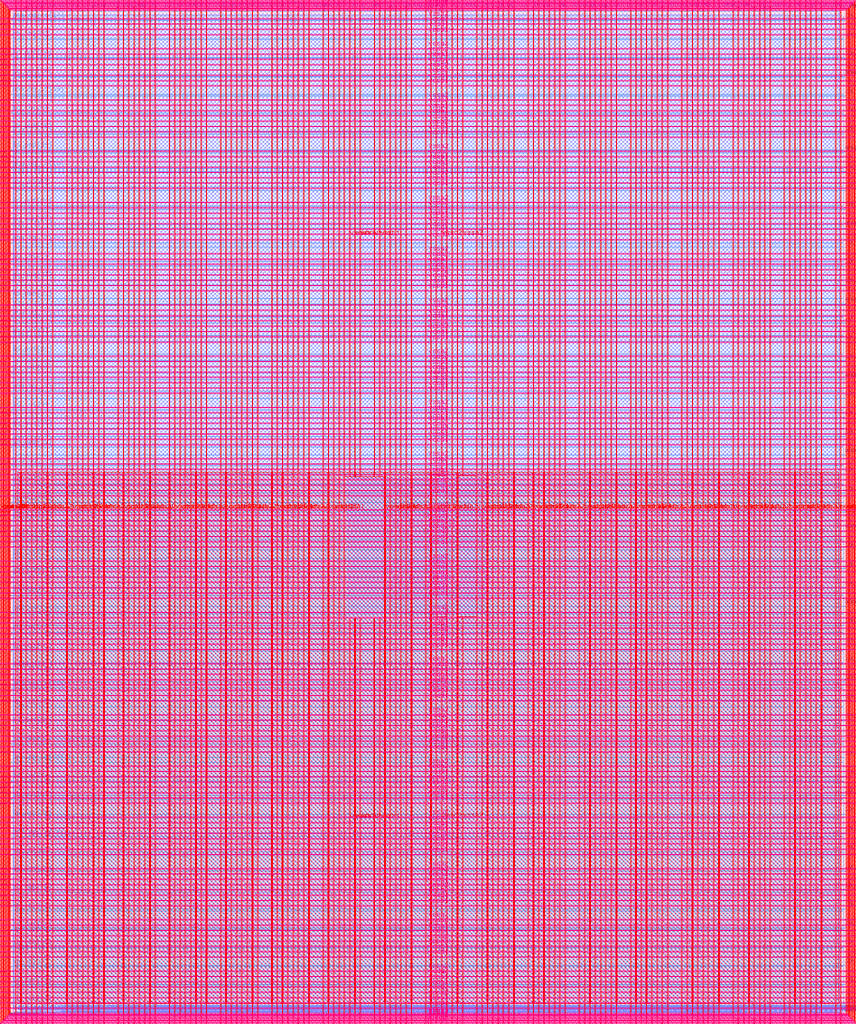
<source format=lef>
VERSION 5.7 ;
  NOWIREEXTENSIONATPIN ON ;
  DIVIDERCHAR "/" ;
  BUSBITCHARS "[]" ;
MACRO user_project_wrapper
  CLASS BLOCK ;
  FOREIGN user_project_wrapper ;
  ORIGIN 0.000 0.000 ;
  SIZE 2920.000 BY 3520.000 ;
  PIN analog_io[0]
    DIRECTION INOUT ;
    USE SIGNAL ;
    PORT
      LAYER met3 ;
        RECT 2917.600 1426.380 2924.800 1427.580 ;
    END
  END analog_io[0]
  PIN analog_io[10]
    DIRECTION INOUT ;
    USE SIGNAL ;
    PORT
      LAYER met2 ;
        RECT 2230.490 3517.600 2231.050 3524.800 ;
    END
  END analog_io[10]
  PIN analog_io[11]
    DIRECTION INOUT ;
    USE SIGNAL ;
    PORT
      LAYER met2 ;
        RECT 1905.730 3517.600 1906.290 3524.800 ;
    END
  END analog_io[11]
  PIN analog_io[12]
    DIRECTION INOUT ;
    USE SIGNAL ;
    PORT
      LAYER met2 ;
        RECT 1581.430 3517.600 1581.990 3524.800 ;
    END
  END analog_io[12]
  PIN analog_io[13]
    DIRECTION INOUT ;
    USE SIGNAL ;
    PORT
      LAYER met2 ;
        RECT 1257.130 3517.600 1257.690 3524.800 ;
    END
  END analog_io[13]
  PIN analog_io[14]
    DIRECTION INOUT ;
    USE SIGNAL ;
    PORT
      LAYER met2 ;
        RECT 932.370 3517.600 932.930 3524.800 ;
    END
  END analog_io[14]
  PIN analog_io[15]
    DIRECTION INOUT ;
    USE SIGNAL ;
    PORT
      LAYER met2 ;
        RECT 608.070 3517.600 608.630 3524.800 ;
    END
  END analog_io[15]
  PIN analog_io[16]
    DIRECTION INOUT ;
    USE SIGNAL ;
    PORT
      LAYER met2 ;
        RECT 283.770 3517.600 284.330 3524.800 ;
    END
  END analog_io[16]
  PIN analog_io[17]
    DIRECTION INOUT ;
    USE SIGNAL ;
    PORT
      LAYER met3 ;
        RECT -4.800 3486.100 2.400 3487.300 ;
    END
  END analog_io[17]
  PIN analog_io[18]
    DIRECTION INOUT ;
    USE SIGNAL ;
    PORT
      LAYER met3 ;
        RECT -4.800 3224.980 2.400 3226.180 ;
    END
  END analog_io[18]
  PIN analog_io[19]
    DIRECTION INOUT ;
    USE SIGNAL ;
    PORT
      LAYER met3 ;
        RECT -4.800 2964.540 2.400 2965.740 ;
    END
  END analog_io[19]
  PIN analog_io[1]
    DIRECTION INOUT ;
    USE SIGNAL ;
    PORT
      LAYER met3 ;
        RECT 2917.600 1692.260 2924.800 1693.460 ;
    END
  END analog_io[1]
  PIN analog_io[20]
    DIRECTION INOUT ;
    USE SIGNAL ;
    PORT
      LAYER met3 ;
        RECT -4.800 2703.420 2.400 2704.620 ;
    END
  END analog_io[20]
  PIN analog_io[21]
    DIRECTION INOUT ;
    USE SIGNAL ;
    PORT
      LAYER met3 ;
        RECT -4.800 2442.980 2.400 2444.180 ;
    END
  END analog_io[21]
  PIN analog_io[22]
    DIRECTION INOUT ;
    USE SIGNAL ;
    PORT
      LAYER met3 ;
        RECT -4.800 2182.540 2.400 2183.740 ;
    END
  END analog_io[22]
  PIN analog_io[23]
    DIRECTION INOUT ;
    USE SIGNAL ;
    PORT
      LAYER met3 ;
        RECT -4.800 1921.420 2.400 1922.620 ;
    END
  END analog_io[23]
  PIN analog_io[24]
    DIRECTION INOUT ;
    USE SIGNAL ;
    PORT
      LAYER met3 ;
        RECT -4.800 1660.980 2.400 1662.180 ;
    END
  END analog_io[24]
  PIN analog_io[25]
    DIRECTION INOUT ;
    USE SIGNAL ;
    PORT
      LAYER met3 ;
        RECT -4.800 1399.860 2.400 1401.060 ;
    END
  END analog_io[25]
  PIN analog_io[26]
    DIRECTION INOUT ;
    USE SIGNAL ;
    PORT
      LAYER met3 ;
        RECT -4.800 1139.420 2.400 1140.620 ;
    END
  END analog_io[26]
  PIN analog_io[27]
    DIRECTION INOUT ;
    USE SIGNAL ;
    PORT
      LAYER met3 ;
        RECT -4.800 878.980 2.400 880.180 ;
    END
  END analog_io[27]
  PIN analog_io[28]
    DIRECTION INOUT ;
    USE SIGNAL ;
    PORT
      LAYER met3 ;
        RECT -4.800 617.860 2.400 619.060 ;
    END
  END analog_io[28]
  PIN analog_io[2]
    DIRECTION INOUT ;
    USE SIGNAL ;
    PORT
      LAYER met3 ;
        RECT 2917.600 1958.140 2924.800 1959.340 ;
    END
  END analog_io[2]
  PIN analog_io[3]
    DIRECTION INOUT ;
    USE SIGNAL ;
    PORT
      LAYER met3 ;
        RECT 2917.600 2223.340 2924.800 2224.540 ;
    END
  END analog_io[3]
  PIN analog_io[4]
    DIRECTION INOUT ;
    USE SIGNAL ;
    PORT
      LAYER met3 ;
        RECT 2917.600 2489.220 2924.800 2490.420 ;
    END
  END analog_io[4]
  PIN analog_io[5]
    DIRECTION INOUT ;
    USE SIGNAL ;
    PORT
      LAYER met3 ;
        RECT 2917.600 2755.100 2924.800 2756.300 ;
    END
  END analog_io[5]
  PIN analog_io[6]
    DIRECTION INOUT ;
    USE SIGNAL ;
    PORT
      LAYER met3 ;
        RECT 2917.600 3020.300 2924.800 3021.500 ;
    END
  END analog_io[6]
  PIN analog_io[7]
    DIRECTION INOUT ;
    USE SIGNAL ;
    PORT
      LAYER met3 ;
        RECT 2917.600 3286.180 2924.800 3287.380 ;
    END
  END analog_io[7]
  PIN analog_io[8]
    DIRECTION INOUT ;
    USE SIGNAL ;
    PORT
      LAYER met2 ;
        RECT 2879.090 3517.600 2879.650 3524.800 ;
    END
  END analog_io[8]
  PIN analog_io[9]
    DIRECTION INOUT ;
    USE SIGNAL ;
    PORT
      LAYER met2 ;
        RECT 2554.790 3517.600 2555.350 3524.800 ;
    END
  END analog_io[9]
  PIN io_in[0]
    DIRECTION INPUT ;
    USE SIGNAL ;
    PORT
      LAYER met3 ;
        RECT 2917.600 32.380 2924.800 33.580 ;
    END
  END io_in[0]
  PIN io_in[10]
    DIRECTION INPUT ;
    USE SIGNAL ;
    PORT
      LAYER met3 ;
        RECT 2917.600 2289.980 2924.800 2291.180 ;
    END
  END io_in[10]
  PIN io_in[11]
    DIRECTION INPUT ;
    USE SIGNAL ;
    PORT
      LAYER met3 ;
        RECT 2917.600 2555.860 2924.800 2557.060 ;
    END
  END io_in[11]
  PIN io_in[12]
    DIRECTION INPUT ;
    USE SIGNAL ;
    PORT
      LAYER met3 ;
        RECT 2917.600 2821.060 2924.800 2822.260 ;
    END
  END io_in[12]
  PIN io_in[13]
    DIRECTION INPUT ;
    USE SIGNAL ;
    PORT
      LAYER met3 ;
        RECT 2917.600 3086.940 2924.800 3088.140 ;
    END
  END io_in[13]
  PIN io_in[14]
    DIRECTION INPUT ;
    USE SIGNAL ;
    PORT
      LAYER met3 ;
        RECT 2917.600 3352.820 2924.800 3354.020 ;
    END
  END io_in[14]
  PIN io_in[15]
    DIRECTION INPUT ;
    USE SIGNAL ;
    PORT
      LAYER met2 ;
        RECT 2798.130 3517.600 2798.690 3524.800 ;
    END
  END io_in[15]
  PIN io_in[16]
    DIRECTION INPUT ;
    USE SIGNAL ;
    PORT
      LAYER met2 ;
        RECT 2473.830 3517.600 2474.390 3524.800 ;
    END
  END io_in[16]
  PIN io_in[17]
    DIRECTION INPUT ;
    USE SIGNAL ;
    PORT
      LAYER met2 ;
        RECT 2149.070 3517.600 2149.630 3524.800 ;
    END
  END io_in[17]
  PIN io_in[18]
    DIRECTION INPUT ;
    USE SIGNAL ;
    PORT
      LAYER met2 ;
        RECT 1824.770 3517.600 1825.330 3524.800 ;
    END
  END io_in[18]
  PIN io_in[19]
    DIRECTION INPUT ;
    USE SIGNAL ;
    PORT
      LAYER met2 ;
        RECT 1500.470 3517.600 1501.030 3524.800 ;
    END
  END io_in[19]
  PIN io_in[1]
    DIRECTION INPUT ;
    USE SIGNAL ;
    PORT
      LAYER met3 ;
        RECT 2917.600 230.940 2924.800 232.140 ;
    END
  END io_in[1]
  PIN io_in[20]
    DIRECTION INPUT ;
    USE SIGNAL ;
    PORT
      LAYER met2 ;
        RECT 1175.710 3517.600 1176.270 3524.800 ;
    END
  END io_in[20]
  PIN io_in[21]
    DIRECTION INPUT ;
    USE SIGNAL ;
    PORT
      LAYER met2 ;
        RECT 851.410 3517.600 851.970 3524.800 ;
    END
  END io_in[21]
  PIN io_in[22]
    DIRECTION INPUT ;
    USE SIGNAL ;
    PORT
      LAYER met2 ;
        RECT 527.110 3517.600 527.670 3524.800 ;
    END
  END io_in[22]
  PIN io_in[23]
    DIRECTION INPUT ;
    USE SIGNAL ;
    PORT
      LAYER met2 ;
        RECT 202.350 3517.600 202.910 3524.800 ;
    END
  END io_in[23]
  PIN io_in[24]
    DIRECTION INPUT ;
    USE SIGNAL ;
    PORT
      LAYER met3 ;
        RECT -4.800 3420.820 2.400 3422.020 ;
    END
  END io_in[24]
  PIN io_in[25]
    DIRECTION INPUT ;
    USE SIGNAL ;
    PORT
      LAYER met3 ;
        RECT -4.800 3159.700 2.400 3160.900 ;
    END
  END io_in[25]
  PIN io_in[26]
    DIRECTION INPUT ;
    USE SIGNAL ;
    PORT
      LAYER met3 ;
        RECT -4.800 2899.260 2.400 2900.460 ;
    END
  END io_in[26]
  PIN io_in[27]
    DIRECTION INPUT ;
    USE SIGNAL ;
    PORT
      LAYER met3 ;
        RECT -4.800 2638.820 2.400 2640.020 ;
    END
  END io_in[27]
  PIN io_in[28]
    DIRECTION INPUT ;
    USE SIGNAL ;
    PORT
      LAYER met3 ;
        RECT -4.800 2377.700 2.400 2378.900 ;
    END
  END io_in[28]
  PIN io_in[29]
    DIRECTION INPUT ;
    USE SIGNAL ;
    PORT
      LAYER met3 ;
        RECT -4.800 2117.260 2.400 2118.460 ;
    END
  END io_in[29]
  PIN io_in[2]
    DIRECTION INPUT ;
    USE SIGNAL ;
    PORT
      LAYER met3 ;
        RECT 2917.600 430.180 2924.800 431.380 ;
    END
  END io_in[2]
  PIN io_in[30]
    DIRECTION INPUT ;
    USE SIGNAL ;
    PORT
      LAYER met3 ;
        RECT -4.800 1856.140 2.400 1857.340 ;
    END
  END io_in[30]
  PIN io_in[31]
    DIRECTION INPUT ;
    USE SIGNAL ;
    PORT
      LAYER met3 ;
        RECT -4.800 1595.700 2.400 1596.900 ;
    END
  END io_in[31]
  PIN io_in[32]
    DIRECTION INPUT ;
    USE SIGNAL ;
    PORT
      LAYER met3 ;
        RECT -4.800 1335.260 2.400 1336.460 ;
    END
  END io_in[32]
  PIN io_in[33]
    DIRECTION INPUT ;
    USE SIGNAL ;
    PORT
      LAYER met3 ;
        RECT -4.800 1074.140 2.400 1075.340 ;
    END
  END io_in[33]
  PIN io_in[34]
    DIRECTION INPUT ;
    USE SIGNAL ;
    PORT
      LAYER met3 ;
        RECT -4.800 813.700 2.400 814.900 ;
    END
  END io_in[34]
  PIN io_in[35]
    DIRECTION INPUT ;
    USE SIGNAL ;
    PORT
      LAYER met3 ;
        RECT -4.800 552.580 2.400 553.780 ;
    END
  END io_in[35]
  PIN io_in[36]
    DIRECTION INPUT ;
    USE SIGNAL ;
    PORT
      LAYER met3 ;
        RECT -4.800 357.420 2.400 358.620 ;
    END
  END io_in[36]
  PIN io_in[37]
    DIRECTION INPUT ;
    USE SIGNAL ;
    PORT
      LAYER met3 ;
        RECT -4.800 161.580 2.400 162.780 ;
    END
  END io_in[37]
  PIN io_in[3]
    DIRECTION INPUT ;
    USE SIGNAL ;
    PORT
      LAYER met3 ;
        RECT 2917.600 629.420 2924.800 630.620 ;
    END
  END io_in[3]
  PIN io_in[4]
    DIRECTION INPUT ;
    USE SIGNAL ;
    PORT
      LAYER met3 ;
        RECT 2917.600 828.660 2924.800 829.860 ;
    END
  END io_in[4]
  PIN io_in[5]
    DIRECTION INPUT ;
    USE SIGNAL ;
    PORT
      LAYER met3 ;
        RECT 2917.600 1027.900 2924.800 1029.100 ;
    END
  END io_in[5]
  PIN io_in[6]
    DIRECTION INPUT ;
    USE SIGNAL ;
    PORT
      LAYER met3 ;
        RECT 2917.600 1227.140 2924.800 1228.340 ;
    END
  END io_in[6]
  PIN io_in[7]
    DIRECTION INPUT ;
    USE SIGNAL ;
    PORT
      LAYER met3 ;
        RECT 2917.600 1493.020 2924.800 1494.220 ;
    END
  END io_in[7]
  PIN io_in[8]
    DIRECTION INPUT ;
    USE SIGNAL ;
    PORT
      LAYER met3 ;
        RECT 2917.600 1758.900 2924.800 1760.100 ;
    END
  END io_in[8]
  PIN io_in[9]
    DIRECTION INPUT ;
    USE SIGNAL ;
    PORT
      LAYER met3 ;
        RECT 2917.600 2024.100 2924.800 2025.300 ;
    END
  END io_in[9]
  PIN io_oeb[0]
    DIRECTION OUTPUT TRISTATE ;
    USE SIGNAL ;
    PORT
      LAYER met3 ;
        RECT 2917.600 164.980 2924.800 166.180 ;
    END
  END io_oeb[0]
  PIN io_oeb[10]
    DIRECTION OUTPUT TRISTATE ;
    USE SIGNAL ;
    PORT
      LAYER met3 ;
        RECT 2917.600 2422.580 2924.800 2423.780 ;
    END
  END io_oeb[10]
  PIN io_oeb[11]
    DIRECTION OUTPUT TRISTATE ;
    USE SIGNAL ;
    PORT
      LAYER met3 ;
        RECT 2917.600 2688.460 2924.800 2689.660 ;
    END
  END io_oeb[11]
  PIN io_oeb[12]
    DIRECTION OUTPUT TRISTATE ;
    USE SIGNAL ;
    PORT
      LAYER met3 ;
        RECT 2917.600 2954.340 2924.800 2955.540 ;
    END
  END io_oeb[12]
  PIN io_oeb[13]
    DIRECTION OUTPUT TRISTATE ;
    USE SIGNAL ;
    PORT
      LAYER met3 ;
        RECT 2917.600 3219.540 2924.800 3220.740 ;
    END
  END io_oeb[13]
  PIN io_oeb[14]
    DIRECTION OUTPUT TRISTATE ;
    USE SIGNAL ;
    PORT
      LAYER met3 ;
        RECT 2917.600 3485.420 2924.800 3486.620 ;
    END
  END io_oeb[14]
  PIN io_oeb[15]
    DIRECTION OUTPUT TRISTATE ;
    USE SIGNAL ;
    PORT
      LAYER met2 ;
        RECT 2635.750 3517.600 2636.310 3524.800 ;
    END
  END io_oeb[15]
  PIN io_oeb[16]
    DIRECTION OUTPUT TRISTATE ;
    USE SIGNAL ;
    PORT
      LAYER met2 ;
        RECT 2311.450 3517.600 2312.010 3524.800 ;
    END
  END io_oeb[16]
  PIN io_oeb[17]
    DIRECTION OUTPUT TRISTATE ;
    USE SIGNAL ;
    PORT
      LAYER met2 ;
        RECT 1987.150 3517.600 1987.710 3524.800 ;
    END
  END io_oeb[17]
  PIN io_oeb[18]
    DIRECTION OUTPUT TRISTATE ;
    USE SIGNAL ;
    PORT
      LAYER met2 ;
        RECT 1662.390 3517.600 1662.950 3524.800 ;
    END
  END io_oeb[18]
  PIN io_oeb[19]
    DIRECTION OUTPUT TRISTATE ;
    USE SIGNAL ;
    PORT
      LAYER met2 ;
        RECT 1338.090 3517.600 1338.650 3524.800 ;
    END
  END io_oeb[19]
  PIN io_oeb[1]
    DIRECTION OUTPUT TRISTATE ;
    USE SIGNAL ;
    PORT
      LAYER met3 ;
        RECT 2917.600 364.220 2924.800 365.420 ;
    END
  END io_oeb[1]
  PIN io_oeb[20]
    DIRECTION OUTPUT TRISTATE ;
    USE SIGNAL ;
    PORT
      LAYER met2 ;
        RECT 1013.790 3517.600 1014.350 3524.800 ;
    END
  END io_oeb[20]
  PIN io_oeb[21]
    DIRECTION OUTPUT TRISTATE ;
    USE SIGNAL ;
    PORT
      LAYER met2 ;
        RECT 689.030 3517.600 689.590 3524.800 ;
    END
  END io_oeb[21]
  PIN io_oeb[22]
    DIRECTION OUTPUT TRISTATE ;
    USE SIGNAL ;
    PORT
      LAYER met2 ;
        RECT 364.730 3517.600 365.290 3524.800 ;
    END
  END io_oeb[22]
  PIN io_oeb[23]
    DIRECTION OUTPUT TRISTATE ;
    USE SIGNAL ;
    PORT
      LAYER met2 ;
        RECT 40.430 3517.600 40.990 3524.800 ;
    END
  END io_oeb[23]
  PIN io_oeb[24]
    DIRECTION OUTPUT TRISTATE ;
    USE SIGNAL ;
    PORT
      LAYER met3 ;
        RECT -4.800 3290.260 2.400 3291.460 ;
    END
  END io_oeb[24]
  PIN io_oeb[25]
    DIRECTION OUTPUT TRISTATE ;
    USE SIGNAL ;
    PORT
      LAYER met3 ;
        RECT -4.800 3029.820 2.400 3031.020 ;
    END
  END io_oeb[25]
  PIN io_oeb[26]
    DIRECTION OUTPUT TRISTATE ;
    USE SIGNAL ;
    PORT
      LAYER met3 ;
        RECT -4.800 2768.700 2.400 2769.900 ;
    END
  END io_oeb[26]
  PIN io_oeb[27]
    DIRECTION OUTPUT TRISTATE ;
    USE SIGNAL ;
    PORT
      LAYER met3 ;
        RECT -4.800 2508.260 2.400 2509.460 ;
    END
  END io_oeb[27]
  PIN io_oeb[28]
    DIRECTION OUTPUT TRISTATE ;
    USE SIGNAL ;
    PORT
      LAYER met3 ;
        RECT -4.800 2247.140 2.400 2248.340 ;
    END
  END io_oeb[28]
  PIN io_oeb[29]
    DIRECTION OUTPUT TRISTATE ;
    USE SIGNAL ;
    PORT
      LAYER met3 ;
        RECT -4.800 1986.700 2.400 1987.900 ;
    END
  END io_oeb[29]
  PIN io_oeb[2]
    DIRECTION OUTPUT TRISTATE ;
    USE SIGNAL ;
    PORT
      LAYER met3 ;
        RECT 2917.600 563.460 2924.800 564.660 ;
    END
  END io_oeb[2]
  PIN io_oeb[30]
    DIRECTION OUTPUT TRISTATE ;
    USE SIGNAL ;
    PORT
      LAYER met3 ;
        RECT -4.800 1726.260 2.400 1727.460 ;
    END
  END io_oeb[30]
  PIN io_oeb[31]
    DIRECTION OUTPUT TRISTATE ;
    USE SIGNAL ;
    PORT
      LAYER met3 ;
        RECT -4.800 1465.140 2.400 1466.340 ;
    END
  END io_oeb[31]
  PIN io_oeb[32]
    DIRECTION OUTPUT TRISTATE ;
    USE SIGNAL ;
    PORT
      LAYER met3 ;
        RECT -4.800 1204.700 2.400 1205.900 ;
    END
  END io_oeb[32]
  PIN io_oeb[33]
    DIRECTION OUTPUT TRISTATE ;
    USE SIGNAL ;
    PORT
      LAYER met3 ;
        RECT -4.800 943.580 2.400 944.780 ;
    END
  END io_oeb[33]
  PIN io_oeb[34]
    DIRECTION OUTPUT TRISTATE ;
    USE SIGNAL ;
    PORT
      LAYER met3 ;
        RECT -4.800 683.140 2.400 684.340 ;
    END
  END io_oeb[34]
  PIN io_oeb[35]
    DIRECTION OUTPUT TRISTATE ;
    USE SIGNAL ;
    PORT
      LAYER met3 ;
        RECT -4.800 422.700 2.400 423.900 ;
    END
  END io_oeb[35]
  PIN io_oeb[36]
    DIRECTION OUTPUT TRISTATE ;
    USE SIGNAL ;
    PORT
      LAYER met3 ;
        RECT -4.800 226.860 2.400 228.060 ;
    END
  END io_oeb[36]
  PIN io_oeb[37]
    DIRECTION OUTPUT TRISTATE ;
    USE SIGNAL ;
    PORT
      LAYER met3 ;
        RECT -4.800 31.700 2.400 32.900 ;
    END
  END io_oeb[37]
  PIN io_oeb[3]
    DIRECTION OUTPUT TRISTATE ;
    USE SIGNAL ;
    PORT
      LAYER met3 ;
        RECT 2917.600 762.700 2924.800 763.900 ;
    END
  END io_oeb[3]
  PIN io_oeb[4]
    DIRECTION OUTPUT TRISTATE ;
    USE SIGNAL ;
    PORT
      LAYER met3 ;
        RECT 2917.600 961.940 2924.800 963.140 ;
    END
  END io_oeb[4]
  PIN io_oeb[5]
    DIRECTION OUTPUT TRISTATE ;
    USE SIGNAL ;
    PORT
      LAYER met3 ;
        RECT 2917.600 1161.180 2924.800 1162.380 ;
    END
  END io_oeb[5]
  PIN io_oeb[6]
    DIRECTION OUTPUT TRISTATE ;
    USE SIGNAL ;
    PORT
      LAYER met3 ;
        RECT 2917.600 1360.420 2924.800 1361.620 ;
    END
  END io_oeb[6]
  PIN io_oeb[7]
    DIRECTION OUTPUT TRISTATE ;
    USE SIGNAL ;
    PORT
      LAYER met3 ;
        RECT 2917.600 1625.620 2924.800 1626.820 ;
    END
  END io_oeb[7]
  PIN io_oeb[8]
    DIRECTION OUTPUT TRISTATE ;
    USE SIGNAL ;
    PORT
      LAYER met3 ;
        RECT 2917.600 1891.500 2924.800 1892.700 ;
    END
  END io_oeb[8]
  PIN io_oeb[9]
    DIRECTION OUTPUT TRISTATE ;
    USE SIGNAL ;
    PORT
      LAYER met3 ;
        RECT 2917.600 2157.380 2924.800 2158.580 ;
    END
  END io_oeb[9]
  PIN io_out[0]
    DIRECTION OUTPUT TRISTATE ;
    USE SIGNAL ;
    PORT
      LAYER met3 ;
        RECT 2917.600 98.340 2924.800 99.540 ;
    END
  END io_out[0]
  PIN io_out[10]
    DIRECTION OUTPUT TRISTATE ;
    USE SIGNAL ;
    PORT
      LAYER met3 ;
        RECT 2917.600 2356.620 2924.800 2357.820 ;
    END
  END io_out[10]
  PIN io_out[11]
    DIRECTION OUTPUT TRISTATE ;
    USE SIGNAL ;
    PORT
      LAYER met3 ;
        RECT 2917.600 2621.820 2924.800 2623.020 ;
    END
  END io_out[11]
  PIN io_out[12]
    DIRECTION OUTPUT TRISTATE ;
    USE SIGNAL ;
    PORT
      LAYER met3 ;
        RECT 2917.600 2887.700 2924.800 2888.900 ;
    END
  END io_out[12]
  PIN io_out[13]
    DIRECTION OUTPUT TRISTATE ;
    USE SIGNAL ;
    PORT
      LAYER met3 ;
        RECT 2917.600 3153.580 2924.800 3154.780 ;
    END
  END io_out[13]
  PIN io_out[14]
    DIRECTION OUTPUT TRISTATE ;
    USE SIGNAL ;
    PORT
      LAYER met3 ;
        RECT 2917.600 3418.780 2924.800 3419.980 ;
    END
  END io_out[14]
  PIN io_out[15]
    DIRECTION OUTPUT TRISTATE ;
    USE SIGNAL ;
    PORT
      LAYER met2 ;
        RECT 2717.170 3517.600 2717.730 3524.800 ;
    END
  END io_out[15]
  PIN io_out[16]
    DIRECTION OUTPUT TRISTATE ;
    USE SIGNAL ;
    PORT
      LAYER met2 ;
        RECT 2392.410 3517.600 2392.970 3524.800 ;
    END
  END io_out[16]
  PIN io_out[17]
    DIRECTION OUTPUT TRISTATE ;
    USE SIGNAL ;
    PORT
      LAYER met2 ;
        RECT 2068.110 3517.600 2068.670 3524.800 ;
    END
  END io_out[17]
  PIN io_out[18]
    DIRECTION OUTPUT TRISTATE ;
    USE SIGNAL ;
    PORT
      LAYER met2 ;
        RECT 1743.810 3517.600 1744.370 3524.800 ;
    END
  END io_out[18]
  PIN io_out[19]
    DIRECTION OUTPUT TRISTATE ;
    USE SIGNAL ;
    PORT
      LAYER met2 ;
        RECT 1419.050 3517.600 1419.610 3524.800 ;
    END
  END io_out[19]
  PIN io_out[1]
    DIRECTION OUTPUT TRISTATE ;
    USE SIGNAL ;
    PORT
      LAYER met3 ;
        RECT 2917.600 297.580 2924.800 298.780 ;
    END
  END io_out[1]
  PIN io_out[20]
    DIRECTION OUTPUT TRISTATE ;
    USE SIGNAL ;
    PORT
      LAYER met2 ;
        RECT 1094.750 3517.600 1095.310 3524.800 ;
    END
  END io_out[20]
  PIN io_out[21]
    DIRECTION OUTPUT TRISTATE ;
    USE SIGNAL ;
    PORT
      LAYER met2 ;
        RECT 770.450 3517.600 771.010 3524.800 ;
    END
  END io_out[21]
  PIN io_out[22]
    DIRECTION OUTPUT TRISTATE ;
    USE SIGNAL ;
    PORT
      LAYER met2 ;
        RECT 445.690 3517.600 446.250 3524.800 ;
    END
  END io_out[22]
  PIN io_out[23]
    DIRECTION OUTPUT TRISTATE ;
    USE SIGNAL ;
    PORT
      LAYER met2 ;
        RECT 121.390 3517.600 121.950 3524.800 ;
    END
  END io_out[23]
  PIN io_out[24]
    DIRECTION OUTPUT TRISTATE ;
    USE SIGNAL ;
    PORT
      LAYER met3 ;
        RECT -4.800 3355.540 2.400 3356.740 ;
    END
  END io_out[24]
  PIN io_out[25]
    DIRECTION OUTPUT TRISTATE ;
    USE SIGNAL ;
    PORT
      LAYER met3 ;
        RECT -4.800 3095.100 2.400 3096.300 ;
    END
  END io_out[25]
  PIN io_out[26]
    DIRECTION OUTPUT TRISTATE ;
    USE SIGNAL ;
    PORT
      LAYER met3 ;
        RECT -4.800 2833.980 2.400 2835.180 ;
    END
  END io_out[26]
  PIN io_out[27]
    DIRECTION OUTPUT TRISTATE ;
    USE SIGNAL ;
    PORT
      LAYER met3 ;
        RECT -4.800 2573.540 2.400 2574.740 ;
    END
  END io_out[27]
  PIN io_out[28]
    DIRECTION OUTPUT TRISTATE ;
    USE SIGNAL ;
    PORT
      LAYER met3 ;
        RECT -4.800 2312.420 2.400 2313.620 ;
    END
  END io_out[28]
  PIN io_out[29]
    DIRECTION OUTPUT TRISTATE ;
    USE SIGNAL ;
    PORT
      LAYER met3 ;
        RECT -4.800 2051.980 2.400 2053.180 ;
    END
  END io_out[29]
  PIN io_out[2]
    DIRECTION OUTPUT TRISTATE ;
    USE SIGNAL ;
    PORT
      LAYER met3 ;
        RECT 2917.600 496.820 2924.800 498.020 ;
    END
  END io_out[2]
  PIN io_out[30]
    DIRECTION OUTPUT TRISTATE ;
    USE SIGNAL ;
    PORT
      LAYER met3 ;
        RECT -4.800 1791.540 2.400 1792.740 ;
    END
  END io_out[30]
  PIN io_out[31]
    DIRECTION OUTPUT TRISTATE ;
    USE SIGNAL ;
    PORT
      LAYER met3 ;
        RECT -4.800 1530.420 2.400 1531.620 ;
    END
  END io_out[31]
  PIN io_out[32]
    DIRECTION OUTPUT TRISTATE ;
    USE SIGNAL ;
    PORT
      LAYER met3 ;
        RECT -4.800 1269.980 2.400 1271.180 ;
    END
  END io_out[32]
  PIN io_out[33]
    DIRECTION OUTPUT TRISTATE ;
    USE SIGNAL ;
    PORT
      LAYER met3 ;
        RECT -4.800 1008.860 2.400 1010.060 ;
    END
  END io_out[33]
  PIN io_out[34]
    DIRECTION OUTPUT TRISTATE ;
    USE SIGNAL ;
    PORT
      LAYER met3 ;
        RECT -4.800 748.420 2.400 749.620 ;
    END
  END io_out[34]
  PIN io_out[35]
    DIRECTION OUTPUT TRISTATE ;
    USE SIGNAL ;
    PORT
      LAYER met3 ;
        RECT -4.800 487.300 2.400 488.500 ;
    END
  END io_out[35]
  PIN io_out[36]
    DIRECTION OUTPUT TRISTATE ;
    USE SIGNAL ;
    PORT
      LAYER met3 ;
        RECT -4.800 292.140 2.400 293.340 ;
    END
  END io_out[36]
  PIN io_out[37]
    DIRECTION OUTPUT TRISTATE ;
    USE SIGNAL ;
    PORT
      LAYER met3 ;
        RECT -4.800 96.300 2.400 97.500 ;
    END
  END io_out[37]
  PIN io_out[3]
    DIRECTION OUTPUT TRISTATE ;
    USE SIGNAL ;
    PORT
      LAYER met3 ;
        RECT 2917.600 696.060 2924.800 697.260 ;
    END
  END io_out[3]
  PIN io_out[4]
    DIRECTION OUTPUT TRISTATE ;
    USE SIGNAL ;
    PORT
      LAYER met3 ;
        RECT 2917.600 895.300 2924.800 896.500 ;
    END
  END io_out[4]
  PIN io_out[5]
    DIRECTION OUTPUT TRISTATE ;
    USE SIGNAL ;
    PORT
      LAYER met3 ;
        RECT 2917.600 1094.540 2924.800 1095.740 ;
    END
  END io_out[5]
  PIN io_out[6]
    DIRECTION OUTPUT TRISTATE ;
    USE SIGNAL ;
    PORT
      LAYER met3 ;
        RECT 2917.600 1293.780 2924.800 1294.980 ;
    END
  END io_out[6]
  PIN io_out[7]
    DIRECTION OUTPUT TRISTATE ;
    USE SIGNAL ;
    PORT
      LAYER met3 ;
        RECT 2917.600 1559.660 2924.800 1560.860 ;
    END
  END io_out[7]
  PIN io_out[8]
    DIRECTION OUTPUT TRISTATE ;
    USE SIGNAL ;
    PORT
      LAYER met3 ;
        RECT 2917.600 1824.860 2924.800 1826.060 ;
    END
  END io_out[8]
  PIN io_out[9]
    DIRECTION OUTPUT TRISTATE ;
    USE SIGNAL ;
    PORT
      LAYER met3 ;
        RECT 2917.600 2090.740 2924.800 2091.940 ;
    END
  END io_out[9]
  PIN la_data_in[0]
    DIRECTION INPUT ;
    USE SIGNAL ;
    PORT
      LAYER met2 ;
        RECT 629.230 -4.800 629.790 2.400 ;
    END
  END la_data_in[0]
  PIN la_data_in[100]
    DIRECTION INPUT ;
    USE SIGNAL ;
    PORT
      LAYER met2 ;
        RECT 2402.530 -4.800 2403.090 2.400 ;
    END
  END la_data_in[100]
  PIN la_data_in[101]
    DIRECTION INPUT ;
    USE SIGNAL ;
    PORT
      LAYER met2 ;
        RECT 2420.010 -4.800 2420.570 2.400 ;
    END
  END la_data_in[101]
  PIN la_data_in[102]
    DIRECTION INPUT ;
    USE SIGNAL ;
    PORT
      LAYER met2 ;
        RECT 2437.950 -4.800 2438.510 2.400 ;
    END
  END la_data_in[102]
  PIN la_data_in[103]
    DIRECTION INPUT ;
    USE SIGNAL ;
    PORT
      LAYER met2 ;
        RECT 2455.430 -4.800 2455.990 2.400 ;
    END
  END la_data_in[103]
  PIN la_data_in[104]
    DIRECTION INPUT ;
    USE SIGNAL ;
    PORT
      LAYER met2 ;
        RECT 2473.370 -4.800 2473.930 2.400 ;
    END
  END la_data_in[104]
  PIN la_data_in[105]
    DIRECTION INPUT ;
    USE SIGNAL ;
    PORT
      LAYER met2 ;
        RECT 2490.850 -4.800 2491.410 2.400 ;
    END
  END la_data_in[105]
  PIN la_data_in[106]
    DIRECTION INPUT ;
    USE SIGNAL ;
    PORT
      LAYER met2 ;
        RECT 2508.790 -4.800 2509.350 2.400 ;
    END
  END la_data_in[106]
  PIN la_data_in[107]
    DIRECTION INPUT ;
    USE SIGNAL ;
    PORT
      LAYER met2 ;
        RECT 2526.730 -4.800 2527.290 2.400 ;
    END
  END la_data_in[107]
  PIN la_data_in[108]
    DIRECTION INPUT ;
    USE SIGNAL ;
    PORT
      LAYER met2 ;
        RECT 2544.210 -4.800 2544.770 2.400 ;
    END
  END la_data_in[108]
  PIN la_data_in[109]
    DIRECTION INPUT ;
    USE SIGNAL ;
    PORT
      LAYER met2 ;
        RECT 2562.150 -4.800 2562.710 2.400 ;
    END
  END la_data_in[109]
  PIN la_data_in[10]
    DIRECTION INPUT ;
    USE SIGNAL ;
    PORT
      LAYER met2 ;
        RECT 806.330 -4.800 806.890 2.400 ;
    END
  END la_data_in[10]
  PIN la_data_in[110]
    DIRECTION INPUT ;
    USE SIGNAL ;
    PORT
      LAYER met2 ;
        RECT 2579.630 -4.800 2580.190 2.400 ;
    END
  END la_data_in[110]
  PIN la_data_in[111]
    DIRECTION INPUT ;
    USE SIGNAL ;
    PORT
      LAYER met2 ;
        RECT 2597.570 -4.800 2598.130 2.400 ;
    END
  END la_data_in[111]
  PIN la_data_in[112]
    DIRECTION INPUT ;
    USE SIGNAL ;
    PORT
      LAYER met2 ;
        RECT 2615.050 -4.800 2615.610 2.400 ;
    END
  END la_data_in[112]
  PIN la_data_in[113]
    DIRECTION INPUT ;
    USE SIGNAL ;
    PORT
      LAYER met2 ;
        RECT 2632.990 -4.800 2633.550 2.400 ;
    END
  END la_data_in[113]
  PIN la_data_in[114]
    DIRECTION INPUT ;
    USE SIGNAL ;
    PORT
      LAYER met2 ;
        RECT 2650.470 -4.800 2651.030 2.400 ;
    END
  END la_data_in[114]
  PIN la_data_in[115]
    DIRECTION INPUT ;
    USE SIGNAL ;
    PORT
      LAYER met2 ;
        RECT 2668.410 -4.800 2668.970 2.400 ;
    END
  END la_data_in[115]
  PIN la_data_in[116]
    DIRECTION INPUT ;
    USE SIGNAL ;
    PORT
      LAYER met2 ;
        RECT 2685.890 -4.800 2686.450 2.400 ;
    END
  END la_data_in[116]
  PIN la_data_in[117]
    DIRECTION INPUT ;
    USE SIGNAL ;
    PORT
      LAYER met2 ;
        RECT 2703.830 -4.800 2704.390 2.400 ;
    END
  END la_data_in[117]
  PIN la_data_in[118]
    DIRECTION INPUT ;
    USE SIGNAL ;
    PORT
      LAYER met2 ;
        RECT 2721.770 -4.800 2722.330 2.400 ;
    END
  END la_data_in[118]
  PIN la_data_in[119]
    DIRECTION INPUT ;
    USE SIGNAL ;
    PORT
      LAYER met2 ;
        RECT 2739.250 -4.800 2739.810 2.400 ;
    END
  END la_data_in[119]
  PIN la_data_in[11]
    DIRECTION INPUT ;
    USE SIGNAL ;
    PORT
      LAYER met2 ;
        RECT 824.270 -4.800 824.830 2.400 ;
    END
  END la_data_in[11]
  PIN la_data_in[120]
    DIRECTION INPUT ;
    USE SIGNAL ;
    PORT
      LAYER met2 ;
        RECT 2757.190 -4.800 2757.750 2.400 ;
    END
  END la_data_in[120]
  PIN la_data_in[121]
    DIRECTION INPUT ;
    USE SIGNAL ;
    PORT
      LAYER met2 ;
        RECT 2774.670 -4.800 2775.230 2.400 ;
    END
  END la_data_in[121]
  PIN la_data_in[122]
    DIRECTION INPUT ;
    USE SIGNAL ;
    PORT
      LAYER met2 ;
        RECT 2792.610 -4.800 2793.170 2.400 ;
    END
  END la_data_in[122]
  PIN la_data_in[123]
    DIRECTION INPUT ;
    USE SIGNAL ;
    PORT
      LAYER met2 ;
        RECT 2810.090 -4.800 2810.650 2.400 ;
    END
  END la_data_in[123]
  PIN la_data_in[124]
    DIRECTION INPUT ;
    USE SIGNAL ;
    PORT
      LAYER met2 ;
        RECT 2828.030 -4.800 2828.590 2.400 ;
    END
  END la_data_in[124]
  PIN la_data_in[125]
    DIRECTION INPUT ;
    USE SIGNAL ;
    PORT
      LAYER met2 ;
        RECT 2845.510 -4.800 2846.070 2.400 ;
    END
  END la_data_in[125]
  PIN la_data_in[126]
    DIRECTION INPUT ;
    USE SIGNAL ;
    PORT
      LAYER met2 ;
        RECT 2863.450 -4.800 2864.010 2.400 ;
    END
  END la_data_in[126]
  PIN la_data_in[127]
    DIRECTION INPUT ;
    USE SIGNAL ;
    PORT
      LAYER met2 ;
        RECT 2881.390 -4.800 2881.950 2.400 ;
    END
  END la_data_in[127]
  PIN la_data_in[12]
    DIRECTION INPUT ;
    USE SIGNAL ;
    PORT
      LAYER met2 ;
        RECT 841.750 -4.800 842.310 2.400 ;
    END
  END la_data_in[12]
  PIN la_data_in[13]
    DIRECTION INPUT ;
    USE SIGNAL ;
    PORT
      LAYER met2 ;
        RECT 859.690 -4.800 860.250 2.400 ;
    END
  END la_data_in[13]
  PIN la_data_in[14]
    DIRECTION INPUT ;
    USE SIGNAL ;
    PORT
      LAYER met2 ;
        RECT 877.170 -4.800 877.730 2.400 ;
    END
  END la_data_in[14]
  PIN la_data_in[15]
    DIRECTION INPUT ;
    USE SIGNAL ;
    PORT
      LAYER met2 ;
        RECT 895.110 -4.800 895.670 2.400 ;
    END
  END la_data_in[15]
  PIN la_data_in[16]
    DIRECTION INPUT ;
    USE SIGNAL ;
    PORT
      LAYER met2 ;
        RECT 912.590 -4.800 913.150 2.400 ;
    END
  END la_data_in[16]
  PIN la_data_in[17]
    DIRECTION INPUT ;
    USE SIGNAL ;
    PORT
      LAYER met2 ;
        RECT 930.530 -4.800 931.090 2.400 ;
    END
  END la_data_in[17]
  PIN la_data_in[18]
    DIRECTION INPUT ;
    USE SIGNAL ;
    PORT
      LAYER met2 ;
        RECT 948.470 -4.800 949.030 2.400 ;
    END
  END la_data_in[18]
  PIN la_data_in[19]
    DIRECTION INPUT ;
    USE SIGNAL ;
    PORT
      LAYER met2 ;
        RECT 965.950 -4.800 966.510 2.400 ;
    END
  END la_data_in[19]
  PIN la_data_in[1]
    DIRECTION INPUT ;
    USE SIGNAL ;
    PORT
      LAYER met2 ;
        RECT 646.710 -4.800 647.270 2.400 ;
    END
  END la_data_in[1]
  PIN la_data_in[20]
    DIRECTION INPUT ;
    USE SIGNAL ;
    PORT
      LAYER met2 ;
        RECT 983.890 -4.800 984.450 2.400 ;
    END
  END la_data_in[20]
  PIN la_data_in[21]
    DIRECTION INPUT ;
    USE SIGNAL ;
    PORT
      LAYER met2 ;
        RECT 1001.370 -4.800 1001.930 2.400 ;
    END
  END la_data_in[21]
  PIN la_data_in[22]
    DIRECTION INPUT ;
    USE SIGNAL ;
    PORT
      LAYER met2 ;
        RECT 1019.310 -4.800 1019.870 2.400 ;
    END
  END la_data_in[22]
  PIN la_data_in[23]
    DIRECTION INPUT ;
    USE SIGNAL ;
    PORT
      LAYER met2 ;
        RECT 1036.790 -4.800 1037.350 2.400 ;
    END
  END la_data_in[23]
  PIN la_data_in[24]
    DIRECTION INPUT ;
    USE SIGNAL ;
    PORT
      LAYER met2 ;
        RECT 1054.730 -4.800 1055.290 2.400 ;
    END
  END la_data_in[24]
  PIN la_data_in[25]
    DIRECTION INPUT ;
    USE SIGNAL ;
    PORT
      LAYER met2 ;
        RECT 1072.210 -4.800 1072.770 2.400 ;
    END
  END la_data_in[25]
  PIN la_data_in[26]
    DIRECTION INPUT ;
    USE SIGNAL ;
    PORT
      LAYER met2 ;
        RECT 1090.150 -4.800 1090.710 2.400 ;
    END
  END la_data_in[26]
  PIN la_data_in[27]
    DIRECTION INPUT ;
    USE SIGNAL ;
    PORT
      LAYER met2 ;
        RECT 1107.630 -4.800 1108.190 2.400 ;
    END
  END la_data_in[27]
  PIN la_data_in[28]
    DIRECTION INPUT ;
    USE SIGNAL ;
    PORT
      LAYER met2 ;
        RECT 1125.570 -4.800 1126.130 2.400 ;
    END
  END la_data_in[28]
  PIN la_data_in[29]
    DIRECTION INPUT ;
    USE SIGNAL ;
    PORT
      LAYER met2 ;
        RECT 1143.510 -4.800 1144.070 2.400 ;
    END
  END la_data_in[29]
  PIN la_data_in[2]
    DIRECTION INPUT ;
    USE SIGNAL ;
    PORT
      LAYER met2 ;
        RECT 664.650 -4.800 665.210 2.400 ;
    END
  END la_data_in[2]
  PIN la_data_in[30]
    DIRECTION INPUT ;
    USE SIGNAL ;
    PORT
      LAYER met2 ;
        RECT 1160.990 -4.800 1161.550 2.400 ;
    END
  END la_data_in[30]
  PIN la_data_in[31]
    DIRECTION INPUT ;
    USE SIGNAL ;
    PORT
      LAYER met2 ;
        RECT 1178.930 -4.800 1179.490 2.400 ;
    END
  END la_data_in[31]
  PIN la_data_in[32]
    DIRECTION INPUT ;
    USE SIGNAL ;
    PORT
      LAYER met2 ;
        RECT 1196.410 -4.800 1196.970 2.400 ;
    END
  END la_data_in[32]
  PIN la_data_in[33]
    DIRECTION INPUT ;
    USE SIGNAL ;
    PORT
      LAYER met2 ;
        RECT 1214.350 -4.800 1214.910 2.400 ;
    END
  END la_data_in[33]
  PIN la_data_in[34]
    DIRECTION INPUT ;
    USE SIGNAL ;
    PORT
      LAYER met2 ;
        RECT 1231.830 -4.800 1232.390 2.400 ;
    END
  END la_data_in[34]
  PIN la_data_in[35]
    DIRECTION INPUT ;
    USE SIGNAL ;
    PORT
      LAYER met2 ;
        RECT 1249.770 -4.800 1250.330 2.400 ;
    END
  END la_data_in[35]
  PIN la_data_in[36]
    DIRECTION INPUT ;
    USE SIGNAL ;
    PORT
      LAYER met2 ;
        RECT 1267.250 -4.800 1267.810 2.400 ;
    END
  END la_data_in[36]
  PIN la_data_in[37]
    DIRECTION INPUT ;
    USE SIGNAL ;
    PORT
      LAYER met2 ;
        RECT 1285.190 -4.800 1285.750 2.400 ;
    END
  END la_data_in[37]
  PIN la_data_in[38]
    DIRECTION INPUT ;
    USE SIGNAL ;
    PORT
      LAYER met2 ;
        RECT 1303.130 -4.800 1303.690 2.400 ;
    END
  END la_data_in[38]
  PIN la_data_in[39]
    DIRECTION INPUT ;
    USE SIGNAL ;
    PORT
      LAYER met2 ;
        RECT 1320.610 -4.800 1321.170 2.400 ;
    END
  END la_data_in[39]
  PIN la_data_in[3]
    DIRECTION INPUT ;
    USE SIGNAL ;
    PORT
      LAYER met2 ;
        RECT 682.130 -4.800 682.690 2.400 ;
    END
  END la_data_in[3]
  PIN la_data_in[40]
    DIRECTION INPUT ;
    USE SIGNAL ;
    PORT
      LAYER met2 ;
        RECT 1338.550 -4.800 1339.110 2.400 ;
    END
  END la_data_in[40]
  PIN la_data_in[41]
    DIRECTION INPUT ;
    USE SIGNAL ;
    PORT
      LAYER met2 ;
        RECT 1356.030 -4.800 1356.590 2.400 ;
    END
  END la_data_in[41]
  PIN la_data_in[42]
    DIRECTION INPUT ;
    USE SIGNAL ;
    PORT
      LAYER met2 ;
        RECT 1373.970 -4.800 1374.530 2.400 ;
    END
  END la_data_in[42]
  PIN la_data_in[43]
    DIRECTION INPUT ;
    USE SIGNAL ;
    PORT
      LAYER met2 ;
        RECT 1391.450 -4.800 1392.010 2.400 ;
    END
  END la_data_in[43]
  PIN la_data_in[44]
    DIRECTION INPUT ;
    USE SIGNAL ;
    PORT
      LAYER met2 ;
        RECT 1409.390 -4.800 1409.950 2.400 ;
    END
  END la_data_in[44]
  PIN la_data_in[45]
    DIRECTION INPUT ;
    USE SIGNAL ;
    PORT
      LAYER met2 ;
        RECT 1426.870 -4.800 1427.430 2.400 ;
    END
  END la_data_in[45]
  PIN la_data_in[46]
    DIRECTION INPUT ;
    USE SIGNAL ;
    PORT
      LAYER met2 ;
        RECT 1444.810 -4.800 1445.370 2.400 ;
    END
  END la_data_in[46]
  PIN la_data_in[47]
    DIRECTION INPUT ;
    USE SIGNAL ;
    PORT
      LAYER met2 ;
        RECT 1462.750 -4.800 1463.310 2.400 ;
    END
  END la_data_in[47]
  PIN la_data_in[48]
    DIRECTION INPUT ;
    USE SIGNAL ;
    PORT
      LAYER met2 ;
        RECT 1480.230 -4.800 1480.790 2.400 ;
    END
  END la_data_in[48]
  PIN la_data_in[49]
    DIRECTION INPUT ;
    USE SIGNAL ;
    PORT
      LAYER met2 ;
        RECT 1498.170 -4.800 1498.730 2.400 ;
    END
  END la_data_in[49]
  PIN la_data_in[4]
    DIRECTION INPUT ;
    USE SIGNAL ;
    PORT
      LAYER met2 ;
        RECT 700.070 -4.800 700.630 2.400 ;
    END
  END la_data_in[4]
  PIN la_data_in[50]
    DIRECTION INPUT ;
    USE SIGNAL ;
    PORT
      LAYER met2 ;
        RECT 1515.650 -4.800 1516.210 2.400 ;
    END
  END la_data_in[50]
  PIN la_data_in[51]
    DIRECTION INPUT ;
    USE SIGNAL ;
    PORT
      LAYER met2 ;
        RECT 1533.590 -4.800 1534.150 2.400 ;
    END
  END la_data_in[51]
  PIN la_data_in[52]
    DIRECTION INPUT ;
    USE SIGNAL ;
    PORT
      LAYER met2 ;
        RECT 1551.070 -4.800 1551.630 2.400 ;
    END
  END la_data_in[52]
  PIN la_data_in[53]
    DIRECTION INPUT ;
    USE SIGNAL ;
    PORT
      LAYER met2 ;
        RECT 1569.010 -4.800 1569.570 2.400 ;
    END
  END la_data_in[53]
  PIN la_data_in[54]
    DIRECTION INPUT ;
    USE SIGNAL ;
    PORT
      LAYER met2 ;
        RECT 1586.490 -4.800 1587.050 2.400 ;
    END
  END la_data_in[54]
  PIN la_data_in[55]
    DIRECTION INPUT ;
    USE SIGNAL ;
    PORT
      LAYER met2 ;
        RECT 1604.430 -4.800 1604.990 2.400 ;
    END
  END la_data_in[55]
  PIN la_data_in[56]
    DIRECTION INPUT ;
    USE SIGNAL ;
    PORT
      LAYER met2 ;
        RECT 1621.910 -4.800 1622.470 2.400 ;
    END
  END la_data_in[56]
  PIN la_data_in[57]
    DIRECTION INPUT ;
    USE SIGNAL ;
    PORT
      LAYER met2 ;
        RECT 1639.850 -4.800 1640.410 2.400 ;
    END
  END la_data_in[57]
  PIN la_data_in[58]
    DIRECTION INPUT ;
    USE SIGNAL ;
    PORT
      LAYER met2 ;
        RECT 1657.790 -4.800 1658.350 2.400 ;
    END
  END la_data_in[58]
  PIN la_data_in[59]
    DIRECTION INPUT ;
    USE SIGNAL ;
    PORT
      LAYER met2 ;
        RECT 1675.270 -4.800 1675.830 2.400 ;
    END
  END la_data_in[59]
  PIN la_data_in[5]
    DIRECTION INPUT ;
    USE SIGNAL ;
    PORT
      LAYER met2 ;
        RECT 717.550 -4.800 718.110 2.400 ;
    END
  END la_data_in[5]
  PIN la_data_in[60]
    DIRECTION INPUT ;
    USE SIGNAL ;
    PORT
      LAYER met2 ;
        RECT 1693.210 -4.800 1693.770 2.400 ;
    END
  END la_data_in[60]
  PIN la_data_in[61]
    DIRECTION INPUT ;
    USE SIGNAL ;
    PORT
      LAYER met2 ;
        RECT 1710.690 -4.800 1711.250 2.400 ;
    END
  END la_data_in[61]
  PIN la_data_in[62]
    DIRECTION INPUT ;
    USE SIGNAL ;
    PORT
      LAYER met2 ;
        RECT 1728.630 -4.800 1729.190 2.400 ;
    END
  END la_data_in[62]
  PIN la_data_in[63]
    DIRECTION INPUT ;
    USE SIGNAL ;
    PORT
      LAYER met2 ;
        RECT 1746.110 -4.800 1746.670 2.400 ;
    END
  END la_data_in[63]
  PIN la_data_in[64]
    DIRECTION INPUT ;
    USE SIGNAL ;
    PORT
      LAYER met2 ;
        RECT 1764.050 -4.800 1764.610 2.400 ;
    END
  END la_data_in[64]
  PIN la_data_in[65]
    DIRECTION INPUT ;
    USE SIGNAL ;
    PORT
      LAYER met2 ;
        RECT 1781.530 -4.800 1782.090 2.400 ;
    END
  END la_data_in[65]
  PIN la_data_in[66]
    DIRECTION INPUT ;
    USE SIGNAL ;
    PORT
      LAYER met2 ;
        RECT 1799.470 -4.800 1800.030 2.400 ;
    END
  END la_data_in[66]
  PIN la_data_in[67]
    DIRECTION INPUT ;
    USE SIGNAL ;
    PORT
      LAYER met2 ;
        RECT 1817.410 -4.800 1817.970 2.400 ;
    END
  END la_data_in[67]
  PIN la_data_in[68]
    DIRECTION INPUT ;
    USE SIGNAL ;
    PORT
      LAYER met2 ;
        RECT 1834.890 -4.800 1835.450 2.400 ;
    END
  END la_data_in[68]
  PIN la_data_in[69]
    DIRECTION INPUT ;
    USE SIGNAL ;
    PORT
      LAYER met2 ;
        RECT 1852.830 -4.800 1853.390 2.400 ;
    END
  END la_data_in[69]
  PIN la_data_in[6]
    DIRECTION INPUT ;
    USE SIGNAL ;
    PORT
      LAYER met2 ;
        RECT 735.490 -4.800 736.050 2.400 ;
    END
  END la_data_in[6]
  PIN la_data_in[70]
    DIRECTION INPUT ;
    USE SIGNAL ;
    PORT
      LAYER met2 ;
        RECT 1870.310 -4.800 1870.870 2.400 ;
    END
  END la_data_in[70]
  PIN la_data_in[71]
    DIRECTION INPUT ;
    USE SIGNAL ;
    PORT
      LAYER met2 ;
        RECT 1888.250 -4.800 1888.810 2.400 ;
    END
  END la_data_in[71]
  PIN la_data_in[72]
    DIRECTION INPUT ;
    USE SIGNAL ;
    PORT
      LAYER met2 ;
        RECT 1905.730 -4.800 1906.290 2.400 ;
    END
  END la_data_in[72]
  PIN la_data_in[73]
    DIRECTION INPUT ;
    USE SIGNAL ;
    PORT
      LAYER met2 ;
        RECT 1923.670 -4.800 1924.230 2.400 ;
    END
  END la_data_in[73]
  PIN la_data_in[74]
    DIRECTION INPUT ;
    USE SIGNAL ;
    PORT
      LAYER met2 ;
        RECT 1941.150 -4.800 1941.710 2.400 ;
    END
  END la_data_in[74]
  PIN la_data_in[75]
    DIRECTION INPUT ;
    USE SIGNAL ;
    PORT
      LAYER met2 ;
        RECT 1959.090 -4.800 1959.650 2.400 ;
    END
  END la_data_in[75]
  PIN la_data_in[76]
    DIRECTION INPUT ;
    USE SIGNAL ;
    PORT
      LAYER met2 ;
        RECT 1976.570 -4.800 1977.130 2.400 ;
    END
  END la_data_in[76]
  PIN la_data_in[77]
    DIRECTION INPUT ;
    USE SIGNAL ;
    PORT
      LAYER met2 ;
        RECT 1994.510 -4.800 1995.070 2.400 ;
    END
  END la_data_in[77]
  PIN la_data_in[78]
    DIRECTION INPUT ;
    USE SIGNAL ;
    PORT
      LAYER met2 ;
        RECT 2012.450 -4.800 2013.010 2.400 ;
    END
  END la_data_in[78]
  PIN la_data_in[79]
    DIRECTION INPUT ;
    USE SIGNAL ;
    PORT
      LAYER met2 ;
        RECT 2029.930 -4.800 2030.490 2.400 ;
    END
  END la_data_in[79]
  PIN la_data_in[7]
    DIRECTION INPUT ;
    USE SIGNAL ;
    PORT
      LAYER met2 ;
        RECT 752.970 -4.800 753.530 2.400 ;
    END
  END la_data_in[7]
  PIN la_data_in[80]
    DIRECTION INPUT ;
    USE SIGNAL ;
    PORT
      LAYER met2 ;
        RECT 2047.870 -4.800 2048.430 2.400 ;
    END
  END la_data_in[80]
  PIN la_data_in[81]
    DIRECTION INPUT ;
    USE SIGNAL ;
    PORT
      LAYER met2 ;
        RECT 2065.350 -4.800 2065.910 2.400 ;
    END
  END la_data_in[81]
  PIN la_data_in[82]
    DIRECTION INPUT ;
    USE SIGNAL ;
    PORT
      LAYER met2 ;
        RECT 2083.290 -4.800 2083.850 2.400 ;
    END
  END la_data_in[82]
  PIN la_data_in[83]
    DIRECTION INPUT ;
    USE SIGNAL ;
    PORT
      LAYER met2 ;
        RECT 2100.770 -4.800 2101.330 2.400 ;
    END
  END la_data_in[83]
  PIN la_data_in[84]
    DIRECTION INPUT ;
    USE SIGNAL ;
    PORT
      LAYER met2 ;
        RECT 2118.710 -4.800 2119.270 2.400 ;
    END
  END la_data_in[84]
  PIN la_data_in[85]
    DIRECTION INPUT ;
    USE SIGNAL ;
    PORT
      LAYER met2 ;
        RECT 2136.190 -4.800 2136.750 2.400 ;
    END
  END la_data_in[85]
  PIN la_data_in[86]
    DIRECTION INPUT ;
    USE SIGNAL ;
    PORT
      LAYER met2 ;
        RECT 2154.130 -4.800 2154.690 2.400 ;
    END
  END la_data_in[86]
  PIN la_data_in[87]
    DIRECTION INPUT ;
    USE SIGNAL ;
    PORT
      LAYER met2 ;
        RECT 2172.070 -4.800 2172.630 2.400 ;
    END
  END la_data_in[87]
  PIN la_data_in[88]
    DIRECTION INPUT ;
    USE SIGNAL ;
    PORT
      LAYER met2 ;
        RECT 2189.550 -4.800 2190.110 2.400 ;
    END
  END la_data_in[88]
  PIN la_data_in[89]
    DIRECTION INPUT ;
    USE SIGNAL ;
    PORT
      LAYER met2 ;
        RECT 2207.490 -4.800 2208.050 2.400 ;
    END
  END la_data_in[89]
  PIN la_data_in[8]
    DIRECTION INPUT ;
    USE SIGNAL ;
    PORT
      LAYER met2 ;
        RECT 770.910 -4.800 771.470 2.400 ;
    END
  END la_data_in[8]
  PIN la_data_in[90]
    DIRECTION INPUT ;
    USE SIGNAL ;
    PORT
      LAYER met2 ;
        RECT 2224.970 -4.800 2225.530 2.400 ;
    END
  END la_data_in[90]
  PIN la_data_in[91]
    DIRECTION INPUT ;
    USE SIGNAL ;
    PORT
      LAYER met2 ;
        RECT 2242.910 -4.800 2243.470 2.400 ;
    END
  END la_data_in[91]
  PIN la_data_in[92]
    DIRECTION INPUT ;
    USE SIGNAL ;
    PORT
      LAYER met2 ;
        RECT 2260.390 -4.800 2260.950 2.400 ;
    END
  END la_data_in[92]
  PIN la_data_in[93]
    DIRECTION INPUT ;
    USE SIGNAL ;
    PORT
      LAYER met2 ;
        RECT 2278.330 -4.800 2278.890 2.400 ;
    END
  END la_data_in[93]
  PIN la_data_in[94]
    DIRECTION INPUT ;
    USE SIGNAL ;
    PORT
      LAYER met2 ;
        RECT 2295.810 -4.800 2296.370 2.400 ;
    END
  END la_data_in[94]
  PIN la_data_in[95]
    DIRECTION INPUT ;
    USE SIGNAL ;
    PORT
      LAYER met2 ;
        RECT 2313.750 -4.800 2314.310 2.400 ;
    END
  END la_data_in[95]
  PIN la_data_in[96]
    DIRECTION INPUT ;
    USE SIGNAL ;
    PORT
      LAYER met2 ;
        RECT 2331.230 -4.800 2331.790 2.400 ;
    END
  END la_data_in[96]
  PIN la_data_in[97]
    DIRECTION INPUT ;
    USE SIGNAL ;
    PORT
      LAYER met2 ;
        RECT 2349.170 -4.800 2349.730 2.400 ;
    END
  END la_data_in[97]
  PIN la_data_in[98]
    DIRECTION INPUT ;
    USE SIGNAL ;
    PORT
      LAYER met2 ;
        RECT 2367.110 -4.800 2367.670 2.400 ;
    END
  END la_data_in[98]
  PIN la_data_in[99]
    DIRECTION INPUT ;
    USE SIGNAL ;
    PORT
      LAYER met2 ;
        RECT 2384.590 -4.800 2385.150 2.400 ;
    END
  END la_data_in[99]
  PIN la_data_in[9]
    DIRECTION INPUT ;
    USE SIGNAL ;
    PORT
      LAYER met2 ;
        RECT 788.850 -4.800 789.410 2.400 ;
    END
  END la_data_in[9]
  PIN la_data_out[0]
    DIRECTION OUTPUT TRISTATE ;
    USE SIGNAL ;
    PORT
      LAYER met2 ;
        RECT 634.750 -4.800 635.310 2.400 ;
    END
  END la_data_out[0]
  PIN la_data_out[100]
    DIRECTION OUTPUT TRISTATE ;
    USE SIGNAL ;
    PORT
      LAYER met2 ;
        RECT 2408.510 -4.800 2409.070 2.400 ;
    END
  END la_data_out[100]
  PIN la_data_out[101]
    DIRECTION OUTPUT TRISTATE ;
    USE SIGNAL ;
    PORT
      LAYER met2 ;
        RECT 2425.990 -4.800 2426.550 2.400 ;
    END
  END la_data_out[101]
  PIN la_data_out[102]
    DIRECTION OUTPUT TRISTATE ;
    USE SIGNAL ;
    PORT
      LAYER met2 ;
        RECT 2443.930 -4.800 2444.490 2.400 ;
    END
  END la_data_out[102]
  PIN la_data_out[103]
    DIRECTION OUTPUT TRISTATE ;
    USE SIGNAL ;
    PORT
      LAYER met2 ;
        RECT 2461.410 -4.800 2461.970 2.400 ;
    END
  END la_data_out[103]
  PIN la_data_out[104]
    DIRECTION OUTPUT TRISTATE ;
    USE SIGNAL ;
    PORT
      LAYER met2 ;
        RECT 2479.350 -4.800 2479.910 2.400 ;
    END
  END la_data_out[104]
  PIN la_data_out[105]
    DIRECTION OUTPUT TRISTATE ;
    USE SIGNAL ;
    PORT
      LAYER met2 ;
        RECT 2496.830 -4.800 2497.390 2.400 ;
    END
  END la_data_out[105]
  PIN la_data_out[106]
    DIRECTION OUTPUT TRISTATE ;
    USE SIGNAL ;
    PORT
      LAYER met2 ;
        RECT 2514.770 -4.800 2515.330 2.400 ;
    END
  END la_data_out[106]
  PIN la_data_out[107]
    DIRECTION OUTPUT TRISTATE ;
    USE SIGNAL ;
    PORT
      LAYER met2 ;
        RECT 2532.250 -4.800 2532.810 2.400 ;
    END
  END la_data_out[107]
  PIN la_data_out[108]
    DIRECTION OUTPUT TRISTATE ;
    USE SIGNAL ;
    PORT
      LAYER met2 ;
        RECT 2550.190 -4.800 2550.750 2.400 ;
    END
  END la_data_out[108]
  PIN la_data_out[109]
    DIRECTION OUTPUT TRISTATE ;
    USE SIGNAL ;
    PORT
      LAYER met2 ;
        RECT 2567.670 -4.800 2568.230 2.400 ;
    END
  END la_data_out[109]
  PIN la_data_out[10]
    DIRECTION OUTPUT TRISTATE ;
    USE SIGNAL ;
    PORT
      LAYER met2 ;
        RECT 812.310 -4.800 812.870 2.400 ;
    END
  END la_data_out[10]
  PIN la_data_out[110]
    DIRECTION OUTPUT TRISTATE ;
    USE SIGNAL ;
    PORT
      LAYER met2 ;
        RECT 2585.610 -4.800 2586.170 2.400 ;
    END
  END la_data_out[110]
  PIN la_data_out[111]
    DIRECTION OUTPUT TRISTATE ;
    USE SIGNAL ;
    PORT
      LAYER met2 ;
        RECT 2603.550 -4.800 2604.110 2.400 ;
    END
  END la_data_out[111]
  PIN la_data_out[112]
    DIRECTION OUTPUT TRISTATE ;
    USE SIGNAL ;
    PORT
      LAYER met2 ;
        RECT 2621.030 -4.800 2621.590 2.400 ;
    END
  END la_data_out[112]
  PIN la_data_out[113]
    DIRECTION OUTPUT TRISTATE ;
    USE SIGNAL ;
    PORT
      LAYER met2 ;
        RECT 2638.970 -4.800 2639.530 2.400 ;
    END
  END la_data_out[113]
  PIN la_data_out[114]
    DIRECTION OUTPUT TRISTATE ;
    USE SIGNAL ;
    PORT
      LAYER met2 ;
        RECT 2656.450 -4.800 2657.010 2.400 ;
    END
  END la_data_out[114]
  PIN la_data_out[115]
    DIRECTION OUTPUT TRISTATE ;
    USE SIGNAL ;
    PORT
      LAYER met2 ;
        RECT 2674.390 -4.800 2674.950 2.400 ;
    END
  END la_data_out[115]
  PIN la_data_out[116]
    DIRECTION OUTPUT TRISTATE ;
    USE SIGNAL ;
    PORT
      LAYER met2 ;
        RECT 2691.870 -4.800 2692.430 2.400 ;
    END
  END la_data_out[116]
  PIN la_data_out[117]
    DIRECTION OUTPUT TRISTATE ;
    USE SIGNAL ;
    PORT
      LAYER met2 ;
        RECT 2709.810 -4.800 2710.370 2.400 ;
    END
  END la_data_out[117]
  PIN la_data_out[118]
    DIRECTION OUTPUT TRISTATE ;
    USE SIGNAL ;
    PORT
      LAYER met2 ;
        RECT 2727.290 -4.800 2727.850 2.400 ;
    END
  END la_data_out[118]
  PIN la_data_out[119]
    DIRECTION OUTPUT TRISTATE ;
    USE SIGNAL ;
    PORT
      LAYER met2 ;
        RECT 2745.230 -4.800 2745.790 2.400 ;
    END
  END la_data_out[119]
  PIN la_data_out[11]
    DIRECTION OUTPUT TRISTATE ;
    USE SIGNAL ;
    PORT
      LAYER met2 ;
        RECT 830.250 -4.800 830.810 2.400 ;
    END
  END la_data_out[11]
  PIN la_data_out[120]
    DIRECTION OUTPUT TRISTATE ;
    USE SIGNAL ;
    PORT
      LAYER met2 ;
        RECT 2763.170 -4.800 2763.730 2.400 ;
    END
  END la_data_out[120]
  PIN la_data_out[121]
    DIRECTION OUTPUT TRISTATE ;
    USE SIGNAL ;
    PORT
      LAYER met2 ;
        RECT 2780.650 -4.800 2781.210 2.400 ;
    END
  END la_data_out[121]
  PIN la_data_out[122]
    DIRECTION OUTPUT TRISTATE ;
    USE SIGNAL ;
    PORT
      LAYER met2 ;
        RECT 2798.590 -4.800 2799.150 2.400 ;
    END
  END la_data_out[122]
  PIN la_data_out[123]
    DIRECTION OUTPUT TRISTATE ;
    USE SIGNAL ;
    PORT
      LAYER met2 ;
        RECT 2816.070 -4.800 2816.630 2.400 ;
    END
  END la_data_out[123]
  PIN la_data_out[124]
    DIRECTION OUTPUT TRISTATE ;
    USE SIGNAL ;
    PORT
      LAYER met2 ;
        RECT 2834.010 -4.800 2834.570 2.400 ;
    END
  END la_data_out[124]
  PIN la_data_out[125]
    DIRECTION OUTPUT TRISTATE ;
    USE SIGNAL ;
    PORT
      LAYER met2 ;
        RECT 2851.490 -4.800 2852.050 2.400 ;
    END
  END la_data_out[125]
  PIN la_data_out[126]
    DIRECTION OUTPUT TRISTATE ;
    USE SIGNAL ;
    PORT
      LAYER met2 ;
        RECT 2869.430 -4.800 2869.990 2.400 ;
    END
  END la_data_out[126]
  PIN la_data_out[127]
    DIRECTION OUTPUT TRISTATE ;
    USE SIGNAL ;
    PORT
      LAYER met2 ;
        RECT 2886.910 -4.800 2887.470 2.400 ;
    END
  END la_data_out[127]
  PIN la_data_out[12]
    DIRECTION OUTPUT TRISTATE ;
    USE SIGNAL ;
    PORT
      LAYER met2 ;
        RECT 847.730 -4.800 848.290 2.400 ;
    END
  END la_data_out[12]
  PIN la_data_out[13]
    DIRECTION OUTPUT TRISTATE ;
    USE SIGNAL ;
    PORT
      LAYER met2 ;
        RECT 865.670 -4.800 866.230 2.400 ;
    END
  END la_data_out[13]
  PIN la_data_out[14]
    DIRECTION OUTPUT TRISTATE ;
    USE SIGNAL ;
    PORT
      LAYER met2 ;
        RECT 883.150 -4.800 883.710 2.400 ;
    END
  END la_data_out[14]
  PIN la_data_out[15]
    DIRECTION OUTPUT TRISTATE ;
    USE SIGNAL ;
    PORT
      LAYER met2 ;
        RECT 901.090 -4.800 901.650 2.400 ;
    END
  END la_data_out[15]
  PIN la_data_out[16]
    DIRECTION OUTPUT TRISTATE ;
    USE SIGNAL ;
    PORT
      LAYER met2 ;
        RECT 918.570 -4.800 919.130 2.400 ;
    END
  END la_data_out[16]
  PIN la_data_out[17]
    DIRECTION OUTPUT TRISTATE ;
    USE SIGNAL ;
    PORT
      LAYER met2 ;
        RECT 936.510 -4.800 937.070 2.400 ;
    END
  END la_data_out[17]
  PIN la_data_out[18]
    DIRECTION OUTPUT TRISTATE ;
    USE SIGNAL ;
    PORT
      LAYER met2 ;
        RECT 953.990 -4.800 954.550 2.400 ;
    END
  END la_data_out[18]
  PIN la_data_out[19]
    DIRECTION OUTPUT TRISTATE ;
    USE SIGNAL ;
    PORT
      LAYER met2 ;
        RECT 971.930 -4.800 972.490 2.400 ;
    END
  END la_data_out[19]
  PIN la_data_out[1]
    DIRECTION OUTPUT TRISTATE ;
    USE SIGNAL ;
    PORT
      LAYER met2 ;
        RECT 652.690 -4.800 653.250 2.400 ;
    END
  END la_data_out[1]
  PIN la_data_out[20]
    DIRECTION OUTPUT TRISTATE ;
    USE SIGNAL ;
    PORT
      LAYER met2 ;
        RECT 989.410 -4.800 989.970 2.400 ;
    END
  END la_data_out[20]
  PIN la_data_out[21]
    DIRECTION OUTPUT TRISTATE ;
    USE SIGNAL ;
    PORT
      LAYER met2 ;
        RECT 1007.350 -4.800 1007.910 2.400 ;
    END
  END la_data_out[21]
  PIN la_data_out[22]
    DIRECTION OUTPUT TRISTATE ;
    USE SIGNAL ;
    PORT
      LAYER met2 ;
        RECT 1025.290 -4.800 1025.850 2.400 ;
    END
  END la_data_out[22]
  PIN la_data_out[23]
    DIRECTION OUTPUT TRISTATE ;
    USE SIGNAL ;
    PORT
      LAYER met2 ;
        RECT 1042.770 -4.800 1043.330 2.400 ;
    END
  END la_data_out[23]
  PIN la_data_out[24]
    DIRECTION OUTPUT TRISTATE ;
    USE SIGNAL ;
    PORT
      LAYER met2 ;
        RECT 1060.710 -4.800 1061.270 2.400 ;
    END
  END la_data_out[24]
  PIN la_data_out[25]
    DIRECTION OUTPUT TRISTATE ;
    USE SIGNAL ;
    PORT
      LAYER met2 ;
        RECT 1078.190 -4.800 1078.750 2.400 ;
    END
  END la_data_out[25]
  PIN la_data_out[26]
    DIRECTION OUTPUT TRISTATE ;
    USE SIGNAL ;
    PORT
      LAYER met2 ;
        RECT 1096.130 -4.800 1096.690 2.400 ;
    END
  END la_data_out[26]
  PIN la_data_out[27]
    DIRECTION OUTPUT TRISTATE ;
    USE SIGNAL ;
    PORT
      LAYER met2 ;
        RECT 1113.610 -4.800 1114.170 2.400 ;
    END
  END la_data_out[27]
  PIN la_data_out[28]
    DIRECTION OUTPUT TRISTATE ;
    USE SIGNAL ;
    PORT
      LAYER met2 ;
        RECT 1131.550 -4.800 1132.110 2.400 ;
    END
  END la_data_out[28]
  PIN la_data_out[29]
    DIRECTION OUTPUT TRISTATE ;
    USE SIGNAL ;
    PORT
      LAYER met2 ;
        RECT 1149.030 -4.800 1149.590 2.400 ;
    END
  END la_data_out[29]
  PIN la_data_out[2]
    DIRECTION OUTPUT TRISTATE ;
    USE SIGNAL ;
    PORT
      LAYER met2 ;
        RECT 670.630 -4.800 671.190 2.400 ;
    END
  END la_data_out[2]
  PIN la_data_out[30]
    DIRECTION OUTPUT TRISTATE ;
    USE SIGNAL ;
    PORT
      LAYER met2 ;
        RECT 1166.970 -4.800 1167.530 2.400 ;
    END
  END la_data_out[30]
  PIN la_data_out[31]
    DIRECTION OUTPUT TRISTATE ;
    USE SIGNAL ;
    PORT
      LAYER met2 ;
        RECT 1184.910 -4.800 1185.470 2.400 ;
    END
  END la_data_out[31]
  PIN la_data_out[32]
    DIRECTION OUTPUT TRISTATE ;
    USE SIGNAL ;
    PORT
      LAYER met2 ;
        RECT 1202.390 -4.800 1202.950 2.400 ;
    END
  END la_data_out[32]
  PIN la_data_out[33]
    DIRECTION OUTPUT TRISTATE ;
    USE SIGNAL ;
    PORT
      LAYER met2 ;
        RECT 1220.330 -4.800 1220.890 2.400 ;
    END
  END la_data_out[33]
  PIN la_data_out[34]
    DIRECTION OUTPUT TRISTATE ;
    USE SIGNAL ;
    PORT
      LAYER met2 ;
        RECT 1237.810 -4.800 1238.370 2.400 ;
    END
  END la_data_out[34]
  PIN la_data_out[35]
    DIRECTION OUTPUT TRISTATE ;
    USE SIGNAL ;
    PORT
      LAYER met2 ;
        RECT 1255.750 -4.800 1256.310 2.400 ;
    END
  END la_data_out[35]
  PIN la_data_out[36]
    DIRECTION OUTPUT TRISTATE ;
    USE SIGNAL ;
    PORT
      LAYER met2 ;
        RECT 1273.230 -4.800 1273.790 2.400 ;
    END
  END la_data_out[36]
  PIN la_data_out[37]
    DIRECTION OUTPUT TRISTATE ;
    USE SIGNAL ;
    PORT
      LAYER met2 ;
        RECT 1291.170 -4.800 1291.730 2.400 ;
    END
  END la_data_out[37]
  PIN la_data_out[38]
    DIRECTION OUTPUT TRISTATE ;
    USE SIGNAL ;
    PORT
      LAYER met2 ;
        RECT 1308.650 -4.800 1309.210 2.400 ;
    END
  END la_data_out[38]
  PIN la_data_out[39]
    DIRECTION OUTPUT TRISTATE ;
    USE SIGNAL ;
    PORT
      LAYER met2 ;
        RECT 1326.590 -4.800 1327.150 2.400 ;
    END
  END la_data_out[39]
  PIN la_data_out[3]
    DIRECTION OUTPUT TRISTATE ;
    USE SIGNAL ;
    PORT
      LAYER met2 ;
        RECT 688.110 -4.800 688.670 2.400 ;
    END
  END la_data_out[3]
  PIN la_data_out[40]
    DIRECTION OUTPUT TRISTATE ;
    USE SIGNAL ;
    PORT
      LAYER met2 ;
        RECT 1344.070 -4.800 1344.630 2.400 ;
    END
  END la_data_out[40]
  PIN la_data_out[41]
    DIRECTION OUTPUT TRISTATE ;
    USE SIGNAL ;
    PORT
      LAYER met2 ;
        RECT 1362.010 -4.800 1362.570 2.400 ;
    END
  END la_data_out[41]
  PIN la_data_out[42]
    DIRECTION OUTPUT TRISTATE ;
    USE SIGNAL ;
    PORT
      LAYER met2 ;
        RECT 1379.950 -4.800 1380.510 2.400 ;
    END
  END la_data_out[42]
  PIN la_data_out[43]
    DIRECTION OUTPUT TRISTATE ;
    USE SIGNAL ;
    PORT
      LAYER met2 ;
        RECT 1397.430 -4.800 1397.990 2.400 ;
    END
  END la_data_out[43]
  PIN la_data_out[44]
    DIRECTION OUTPUT TRISTATE ;
    USE SIGNAL ;
    PORT
      LAYER met2 ;
        RECT 1415.370 -4.800 1415.930 2.400 ;
    END
  END la_data_out[44]
  PIN la_data_out[45]
    DIRECTION OUTPUT TRISTATE ;
    USE SIGNAL ;
    PORT
      LAYER met2 ;
        RECT 1432.850 -4.800 1433.410 2.400 ;
    END
  END la_data_out[45]
  PIN la_data_out[46]
    DIRECTION OUTPUT TRISTATE ;
    USE SIGNAL ;
    PORT
      LAYER met2 ;
        RECT 1450.790 -4.800 1451.350 2.400 ;
    END
  END la_data_out[46]
  PIN la_data_out[47]
    DIRECTION OUTPUT TRISTATE ;
    USE SIGNAL ;
    PORT
      LAYER met2 ;
        RECT 1468.270 -4.800 1468.830 2.400 ;
    END
  END la_data_out[47]
  PIN la_data_out[48]
    DIRECTION OUTPUT TRISTATE ;
    USE SIGNAL ;
    PORT
      LAYER met2 ;
        RECT 1486.210 -4.800 1486.770 2.400 ;
    END
  END la_data_out[48]
  PIN la_data_out[49]
    DIRECTION OUTPUT TRISTATE ;
    USE SIGNAL ;
    PORT
      LAYER met2 ;
        RECT 1503.690 -4.800 1504.250 2.400 ;
    END
  END la_data_out[49]
  PIN la_data_out[4]
    DIRECTION OUTPUT TRISTATE ;
    USE SIGNAL ;
    PORT
      LAYER met2 ;
        RECT 706.050 -4.800 706.610 2.400 ;
    END
  END la_data_out[4]
  PIN la_data_out[50]
    DIRECTION OUTPUT TRISTATE ;
    USE SIGNAL ;
    PORT
      LAYER met2 ;
        RECT 1521.630 -4.800 1522.190 2.400 ;
    END
  END la_data_out[50]
  PIN la_data_out[51]
    DIRECTION OUTPUT TRISTATE ;
    USE SIGNAL ;
    PORT
      LAYER met2 ;
        RECT 1539.570 -4.800 1540.130 2.400 ;
    END
  END la_data_out[51]
  PIN la_data_out[52]
    DIRECTION OUTPUT TRISTATE ;
    USE SIGNAL ;
    PORT
      LAYER met2 ;
        RECT 1557.050 -4.800 1557.610 2.400 ;
    END
  END la_data_out[52]
  PIN la_data_out[53]
    DIRECTION OUTPUT TRISTATE ;
    USE SIGNAL ;
    PORT
      LAYER met2 ;
        RECT 1574.990 -4.800 1575.550 2.400 ;
    END
  END la_data_out[53]
  PIN la_data_out[54]
    DIRECTION OUTPUT TRISTATE ;
    USE SIGNAL ;
    PORT
      LAYER met2 ;
        RECT 1592.470 -4.800 1593.030 2.400 ;
    END
  END la_data_out[54]
  PIN la_data_out[55]
    DIRECTION OUTPUT TRISTATE ;
    USE SIGNAL ;
    PORT
      LAYER met2 ;
        RECT 1610.410 -4.800 1610.970 2.400 ;
    END
  END la_data_out[55]
  PIN la_data_out[56]
    DIRECTION OUTPUT TRISTATE ;
    USE SIGNAL ;
    PORT
      LAYER met2 ;
        RECT 1627.890 -4.800 1628.450 2.400 ;
    END
  END la_data_out[56]
  PIN la_data_out[57]
    DIRECTION OUTPUT TRISTATE ;
    USE SIGNAL ;
    PORT
      LAYER met2 ;
        RECT 1645.830 -4.800 1646.390 2.400 ;
    END
  END la_data_out[57]
  PIN la_data_out[58]
    DIRECTION OUTPUT TRISTATE ;
    USE SIGNAL ;
    PORT
      LAYER met2 ;
        RECT 1663.310 -4.800 1663.870 2.400 ;
    END
  END la_data_out[58]
  PIN la_data_out[59]
    DIRECTION OUTPUT TRISTATE ;
    USE SIGNAL ;
    PORT
      LAYER met2 ;
        RECT 1681.250 -4.800 1681.810 2.400 ;
    END
  END la_data_out[59]
  PIN la_data_out[5]
    DIRECTION OUTPUT TRISTATE ;
    USE SIGNAL ;
    PORT
      LAYER met2 ;
        RECT 723.530 -4.800 724.090 2.400 ;
    END
  END la_data_out[5]
  PIN la_data_out[60]
    DIRECTION OUTPUT TRISTATE ;
    USE SIGNAL ;
    PORT
      LAYER met2 ;
        RECT 1699.190 -4.800 1699.750 2.400 ;
    END
  END la_data_out[60]
  PIN la_data_out[61]
    DIRECTION OUTPUT TRISTATE ;
    USE SIGNAL ;
    PORT
      LAYER met2 ;
        RECT 1716.670 -4.800 1717.230 2.400 ;
    END
  END la_data_out[61]
  PIN la_data_out[62]
    DIRECTION OUTPUT TRISTATE ;
    USE SIGNAL ;
    PORT
      LAYER met2 ;
        RECT 1734.610 -4.800 1735.170 2.400 ;
    END
  END la_data_out[62]
  PIN la_data_out[63]
    DIRECTION OUTPUT TRISTATE ;
    USE SIGNAL ;
    PORT
      LAYER met2 ;
        RECT 1752.090 -4.800 1752.650 2.400 ;
    END
  END la_data_out[63]
  PIN la_data_out[64]
    DIRECTION OUTPUT TRISTATE ;
    USE SIGNAL ;
    PORT
      LAYER met2 ;
        RECT 1770.030 -4.800 1770.590 2.400 ;
    END
  END la_data_out[64]
  PIN la_data_out[65]
    DIRECTION OUTPUT TRISTATE ;
    USE SIGNAL ;
    PORT
      LAYER met2 ;
        RECT 1787.510 -4.800 1788.070 2.400 ;
    END
  END la_data_out[65]
  PIN la_data_out[66]
    DIRECTION OUTPUT TRISTATE ;
    USE SIGNAL ;
    PORT
      LAYER met2 ;
        RECT 1805.450 -4.800 1806.010 2.400 ;
    END
  END la_data_out[66]
  PIN la_data_out[67]
    DIRECTION OUTPUT TRISTATE ;
    USE SIGNAL ;
    PORT
      LAYER met2 ;
        RECT 1822.930 -4.800 1823.490 2.400 ;
    END
  END la_data_out[67]
  PIN la_data_out[68]
    DIRECTION OUTPUT TRISTATE ;
    USE SIGNAL ;
    PORT
      LAYER met2 ;
        RECT 1840.870 -4.800 1841.430 2.400 ;
    END
  END la_data_out[68]
  PIN la_data_out[69]
    DIRECTION OUTPUT TRISTATE ;
    USE SIGNAL ;
    PORT
      LAYER met2 ;
        RECT 1858.350 -4.800 1858.910 2.400 ;
    END
  END la_data_out[69]
  PIN la_data_out[6]
    DIRECTION OUTPUT TRISTATE ;
    USE SIGNAL ;
    PORT
      LAYER met2 ;
        RECT 741.470 -4.800 742.030 2.400 ;
    END
  END la_data_out[6]
  PIN la_data_out[70]
    DIRECTION OUTPUT TRISTATE ;
    USE SIGNAL ;
    PORT
      LAYER met2 ;
        RECT 1876.290 -4.800 1876.850 2.400 ;
    END
  END la_data_out[70]
  PIN la_data_out[71]
    DIRECTION OUTPUT TRISTATE ;
    USE SIGNAL ;
    PORT
      LAYER met2 ;
        RECT 1894.230 -4.800 1894.790 2.400 ;
    END
  END la_data_out[71]
  PIN la_data_out[72]
    DIRECTION OUTPUT TRISTATE ;
    USE SIGNAL ;
    PORT
      LAYER met2 ;
        RECT 1911.710 -4.800 1912.270 2.400 ;
    END
  END la_data_out[72]
  PIN la_data_out[73]
    DIRECTION OUTPUT TRISTATE ;
    USE SIGNAL ;
    PORT
      LAYER met2 ;
        RECT 1929.650 -4.800 1930.210 2.400 ;
    END
  END la_data_out[73]
  PIN la_data_out[74]
    DIRECTION OUTPUT TRISTATE ;
    USE SIGNAL ;
    PORT
      LAYER met2 ;
        RECT 1947.130 -4.800 1947.690 2.400 ;
    END
  END la_data_out[74]
  PIN la_data_out[75]
    DIRECTION OUTPUT TRISTATE ;
    USE SIGNAL ;
    PORT
      LAYER met2 ;
        RECT 1965.070 -4.800 1965.630 2.400 ;
    END
  END la_data_out[75]
  PIN la_data_out[76]
    DIRECTION OUTPUT TRISTATE ;
    USE SIGNAL ;
    PORT
      LAYER met2 ;
        RECT 1982.550 -4.800 1983.110 2.400 ;
    END
  END la_data_out[76]
  PIN la_data_out[77]
    DIRECTION OUTPUT TRISTATE ;
    USE SIGNAL ;
    PORT
      LAYER met2 ;
        RECT 2000.490 -4.800 2001.050 2.400 ;
    END
  END la_data_out[77]
  PIN la_data_out[78]
    DIRECTION OUTPUT TRISTATE ;
    USE SIGNAL ;
    PORT
      LAYER met2 ;
        RECT 2017.970 -4.800 2018.530 2.400 ;
    END
  END la_data_out[78]
  PIN la_data_out[79]
    DIRECTION OUTPUT TRISTATE ;
    USE SIGNAL ;
    PORT
      LAYER met2 ;
        RECT 2035.910 -4.800 2036.470 2.400 ;
    END
  END la_data_out[79]
  PIN la_data_out[7]
    DIRECTION OUTPUT TRISTATE ;
    USE SIGNAL ;
    PORT
      LAYER met2 ;
        RECT 758.950 -4.800 759.510 2.400 ;
    END
  END la_data_out[7]
  PIN la_data_out[80]
    DIRECTION OUTPUT TRISTATE ;
    USE SIGNAL ;
    PORT
      LAYER met2 ;
        RECT 2053.850 -4.800 2054.410 2.400 ;
    END
  END la_data_out[80]
  PIN la_data_out[81]
    DIRECTION OUTPUT TRISTATE ;
    USE SIGNAL ;
    PORT
      LAYER met2 ;
        RECT 2071.330 -4.800 2071.890 2.400 ;
    END
  END la_data_out[81]
  PIN la_data_out[82]
    DIRECTION OUTPUT TRISTATE ;
    USE SIGNAL ;
    PORT
      LAYER met2 ;
        RECT 2089.270 -4.800 2089.830 2.400 ;
    END
  END la_data_out[82]
  PIN la_data_out[83]
    DIRECTION OUTPUT TRISTATE ;
    USE SIGNAL ;
    PORT
      LAYER met2 ;
        RECT 2106.750 -4.800 2107.310 2.400 ;
    END
  END la_data_out[83]
  PIN la_data_out[84]
    DIRECTION OUTPUT TRISTATE ;
    USE SIGNAL ;
    PORT
      LAYER met2 ;
        RECT 2124.690 -4.800 2125.250 2.400 ;
    END
  END la_data_out[84]
  PIN la_data_out[85]
    DIRECTION OUTPUT TRISTATE ;
    USE SIGNAL ;
    PORT
      LAYER met2 ;
        RECT 2142.170 -4.800 2142.730 2.400 ;
    END
  END la_data_out[85]
  PIN la_data_out[86]
    DIRECTION OUTPUT TRISTATE ;
    USE SIGNAL ;
    PORT
      LAYER met2 ;
        RECT 2160.110 -4.800 2160.670 2.400 ;
    END
  END la_data_out[86]
  PIN la_data_out[87]
    DIRECTION OUTPUT TRISTATE ;
    USE SIGNAL ;
    PORT
      LAYER met2 ;
        RECT 2177.590 -4.800 2178.150 2.400 ;
    END
  END la_data_out[87]
  PIN la_data_out[88]
    DIRECTION OUTPUT TRISTATE ;
    USE SIGNAL ;
    PORT
      LAYER met2 ;
        RECT 2195.530 -4.800 2196.090 2.400 ;
    END
  END la_data_out[88]
  PIN la_data_out[89]
    DIRECTION OUTPUT TRISTATE ;
    USE SIGNAL ;
    PORT
      LAYER met2 ;
        RECT 2213.010 -4.800 2213.570 2.400 ;
    END
  END la_data_out[89]
  PIN la_data_out[8]
    DIRECTION OUTPUT TRISTATE ;
    USE SIGNAL ;
    PORT
      LAYER met2 ;
        RECT 776.890 -4.800 777.450 2.400 ;
    END
  END la_data_out[8]
  PIN la_data_out[90]
    DIRECTION OUTPUT TRISTATE ;
    USE SIGNAL ;
    PORT
      LAYER met2 ;
        RECT 2230.950 -4.800 2231.510 2.400 ;
    END
  END la_data_out[90]
  PIN la_data_out[91]
    DIRECTION OUTPUT TRISTATE ;
    USE SIGNAL ;
    PORT
      LAYER met2 ;
        RECT 2248.890 -4.800 2249.450 2.400 ;
    END
  END la_data_out[91]
  PIN la_data_out[92]
    DIRECTION OUTPUT TRISTATE ;
    USE SIGNAL ;
    PORT
      LAYER met2 ;
        RECT 2266.370 -4.800 2266.930 2.400 ;
    END
  END la_data_out[92]
  PIN la_data_out[93]
    DIRECTION OUTPUT TRISTATE ;
    USE SIGNAL ;
    PORT
      LAYER met2 ;
        RECT 2284.310 -4.800 2284.870 2.400 ;
    END
  END la_data_out[93]
  PIN la_data_out[94]
    DIRECTION OUTPUT TRISTATE ;
    USE SIGNAL ;
    PORT
      LAYER met2 ;
        RECT 2301.790 -4.800 2302.350 2.400 ;
    END
  END la_data_out[94]
  PIN la_data_out[95]
    DIRECTION OUTPUT TRISTATE ;
    USE SIGNAL ;
    PORT
      LAYER met2 ;
        RECT 2319.730 -4.800 2320.290 2.400 ;
    END
  END la_data_out[95]
  PIN la_data_out[96]
    DIRECTION OUTPUT TRISTATE ;
    USE SIGNAL ;
    PORT
      LAYER met2 ;
        RECT 2337.210 -4.800 2337.770 2.400 ;
    END
  END la_data_out[96]
  PIN la_data_out[97]
    DIRECTION OUTPUT TRISTATE ;
    USE SIGNAL ;
    PORT
      LAYER met2 ;
        RECT 2355.150 -4.800 2355.710 2.400 ;
    END
  END la_data_out[97]
  PIN la_data_out[98]
    DIRECTION OUTPUT TRISTATE ;
    USE SIGNAL ;
    PORT
      LAYER met2 ;
        RECT 2372.630 -4.800 2373.190 2.400 ;
    END
  END la_data_out[98]
  PIN la_data_out[99]
    DIRECTION OUTPUT TRISTATE ;
    USE SIGNAL ;
    PORT
      LAYER met2 ;
        RECT 2390.570 -4.800 2391.130 2.400 ;
    END
  END la_data_out[99]
  PIN la_data_out[9]
    DIRECTION OUTPUT TRISTATE ;
    USE SIGNAL ;
    PORT
      LAYER met2 ;
        RECT 794.370 -4.800 794.930 2.400 ;
    END
  END la_data_out[9]
  PIN la_oenb[0]
    DIRECTION INPUT ;
    USE SIGNAL ;
    PORT
      LAYER met2 ;
        RECT 640.730 -4.800 641.290 2.400 ;
    END
  END la_oenb[0]
  PIN la_oenb[100]
    DIRECTION INPUT ;
    USE SIGNAL ;
    PORT
      LAYER met2 ;
        RECT 2414.030 -4.800 2414.590 2.400 ;
    END
  END la_oenb[100]
  PIN la_oenb[101]
    DIRECTION INPUT ;
    USE SIGNAL ;
    PORT
      LAYER met2 ;
        RECT 2431.970 -4.800 2432.530 2.400 ;
    END
  END la_oenb[101]
  PIN la_oenb[102]
    DIRECTION INPUT ;
    USE SIGNAL ;
    PORT
      LAYER met2 ;
        RECT 2449.450 -4.800 2450.010 2.400 ;
    END
  END la_oenb[102]
  PIN la_oenb[103]
    DIRECTION INPUT ;
    USE SIGNAL ;
    PORT
      LAYER met2 ;
        RECT 2467.390 -4.800 2467.950 2.400 ;
    END
  END la_oenb[103]
  PIN la_oenb[104]
    DIRECTION INPUT ;
    USE SIGNAL ;
    PORT
      LAYER met2 ;
        RECT 2485.330 -4.800 2485.890 2.400 ;
    END
  END la_oenb[104]
  PIN la_oenb[105]
    DIRECTION INPUT ;
    USE SIGNAL ;
    PORT
      LAYER met2 ;
        RECT 2502.810 -4.800 2503.370 2.400 ;
    END
  END la_oenb[105]
  PIN la_oenb[106]
    DIRECTION INPUT ;
    USE SIGNAL ;
    PORT
      LAYER met2 ;
        RECT 2520.750 -4.800 2521.310 2.400 ;
    END
  END la_oenb[106]
  PIN la_oenb[107]
    DIRECTION INPUT ;
    USE SIGNAL ;
    PORT
      LAYER met2 ;
        RECT 2538.230 -4.800 2538.790 2.400 ;
    END
  END la_oenb[107]
  PIN la_oenb[108]
    DIRECTION INPUT ;
    USE SIGNAL ;
    PORT
      LAYER met2 ;
        RECT 2556.170 -4.800 2556.730 2.400 ;
    END
  END la_oenb[108]
  PIN la_oenb[109]
    DIRECTION INPUT ;
    USE SIGNAL ;
    PORT
      LAYER met2 ;
        RECT 2573.650 -4.800 2574.210 2.400 ;
    END
  END la_oenb[109]
  PIN la_oenb[10]
    DIRECTION INPUT ;
    USE SIGNAL ;
    PORT
      LAYER met2 ;
        RECT 818.290 -4.800 818.850 2.400 ;
    END
  END la_oenb[10]
  PIN la_oenb[110]
    DIRECTION INPUT ;
    USE SIGNAL ;
    PORT
      LAYER met2 ;
        RECT 2591.590 -4.800 2592.150 2.400 ;
    END
  END la_oenb[110]
  PIN la_oenb[111]
    DIRECTION INPUT ;
    USE SIGNAL ;
    PORT
      LAYER met2 ;
        RECT 2609.070 -4.800 2609.630 2.400 ;
    END
  END la_oenb[111]
  PIN la_oenb[112]
    DIRECTION INPUT ;
    USE SIGNAL ;
    PORT
      LAYER met2 ;
        RECT 2627.010 -4.800 2627.570 2.400 ;
    END
  END la_oenb[112]
  PIN la_oenb[113]
    DIRECTION INPUT ;
    USE SIGNAL ;
    PORT
      LAYER met2 ;
        RECT 2644.950 -4.800 2645.510 2.400 ;
    END
  END la_oenb[113]
  PIN la_oenb[114]
    DIRECTION INPUT ;
    USE SIGNAL ;
    PORT
      LAYER met2 ;
        RECT 2662.430 -4.800 2662.990 2.400 ;
    END
  END la_oenb[114]
  PIN la_oenb[115]
    DIRECTION INPUT ;
    USE SIGNAL ;
    PORT
      LAYER met2 ;
        RECT 2680.370 -4.800 2680.930 2.400 ;
    END
  END la_oenb[115]
  PIN la_oenb[116]
    DIRECTION INPUT ;
    USE SIGNAL ;
    PORT
      LAYER met2 ;
        RECT 2697.850 -4.800 2698.410 2.400 ;
    END
  END la_oenb[116]
  PIN la_oenb[117]
    DIRECTION INPUT ;
    USE SIGNAL ;
    PORT
      LAYER met2 ;
        RECT 2715.790 -4.800 2716.350 2.400 ;
    END
  END la_oenb[117]
  PIN la_oenb[118]
    DIRECTION INPUT ;
    USE SIGNAL ;
    PORT
      LAYER met2 ;
        RECT 2733.270 -4.800 2733.830 2.400 ;
    END
  END la_oenb[118]
  PIN la_oenb[119]
    DIRECTION INPUT ;
    USE SIGNAL ;
    PORT
      LAYER met2 ;
        RECT 2751.210 -4.800 2751.770 2.400 ;
    END
  END la_oenb[119]
  PIN la_oenb[11]
    DIRECTION INPUT ;
    USE SIGNAL ;
    PORT
      LAYER met2 ;
        RECT 835.770 -4.800 836.330 2.400 ;
    END
  END la_oenb[11]
  PIN la_oenb[120]
    DIRECTION INPUT ;
    USE SIGNAL ;
    PORT
      LAYER met2 ;
        RECT 2768.690 -4.800 2769.250 2.400 ;
    END
  END la_oenb[120]
  PIN la_oenb[121]
    DIRECTION INPUT ;
    USE SIGNAL ;
    PORT
      LAYER met2 ;
        RECT 2786.630 -4.800 2787.190 2.400 ;
    END
  END la_oenb[121]
  PIN la_oenb[122]
    DIRECTION INPUT ;
    USE SIGNAL ;
    PORT
      LAYER met2 ;
        RECT 2804.110 -4.800 2804.670 2.400 ;
    END
  END la_oenb[122]
  PIN la_oenb[123]
    DIRECTION INPUT ;
    USE SIGNAL ;
    PORT
      LAYER met2 ;
        RECT 2822.050 -4.800 2822.610 2.400 ;
    END
  END la_oenb[123]
  PIN la_oenb[124]
    DIRECTION INPUT ;
    USE SIGNAL ;
    PORT
      LAYER met2 ;
        RECT 2839.990 -4.800 2840.550 2.400 ;
    END
  END la_oenb[124]
  PIN la_oenb[125]
    DIRECTION INPUT ;
    USE SIGNAL ;
    PORT
      LAYER met2 ;
        RECT 2857.470 -4.800 2858.030 2.400 ;
    END
  END la_oenb[125]
  PIN la_oenb[126]
    DIRECTION INPUT ;
    USE SIGNAL ;
    PORT
      LAYER met2 ;
        RECT 2875.410 -4.800 2875.970 2.400 ;
    END
  END la_oenb[126]
  PIN la_oenb[127]
    DIRECTION INPUT ;
    USE SIGNAL ;
    PORT
      LAYER met2 ;
        RECT 2892.890 -4.800 2893.450 2.400 ;
    END
  END la_oenb[127]
  PIN la_oenb[12]
    DIRECTION INPUT ;
    USE SIGNAL ;
    PORT
      LAYER met2 ;
        RECT 853.710 -4.800 854.270 2.400 ;
    END
  END la_oenb[12]
  PIN la_oenb[13]
    DIRECTION INPUT ;
    USE SIGNAL ;
    PORT
      LAYER met2 ;
        RECT 871.190 -4.800 871.750 2.400 ;
    END
  END la_oenb[13]
  PIN la_oenb[14]
    DIRECTION INPUT ;
    USE SIGNAL ;
    PORT
      LAYER met2 ;
        RECT 889.130 -4.800 889.690 2.400 ;
    END
  END la_oenb[14]
  PIN la_oenb[15]
    DIRECTION INPUT ;
    USE SIGNAL ;
    PORT
      LAYER met2 ;
        RECT 907.070 -4.800 907.630 2.400 ;
    END
  END la_oenb[15]
  PIN la_oenb[16]
    DIRECTION INPUT ;
    USE SIGNAL ;
    PORT
      LAYER met2 ;
        RECT 924.550 -4.800 925.110 2.400 ;
    END
  END la_oenb[16]
  PIN la_oenb[17]
    DIRECTION INPUT ;
    USE SIGNAL ;
    PORT
      LAYER met2 ;
        RECT 942.490 -4.800 943.050 2.400 ;
    END
  END la_oenb[17]
  PIN la_oenb[18]
    DIRECTION INPUT ;
    USE SIGNAL ;
    PORT
      LAYER met2 ;
        RECT 959.970 -4.800 960.530 2.400 ;
    END
  END la_oenb[18]
  PIN la_oenb[19]
    DIRECTION INPUT ;
    USE SIGNAL ;
    PORT
      LAYER met2 ;
        RECT 977.910 -4.800 978.470 2.400 ;
    END
  END la_oenb[19]
  PIN la_oenb[1]
    DIRECTION INPUT ;
    USE SIGNAL ;
    PORT
      LAYER met2 ;
        RECT 658.670 -4.800 659.230 2.400 ;
    END
  END la_oenb[1]
  PIN la_oenb[20]
    DIRECTION INPUT ;
    USE SIGNAL ;
    PORT
      LAYER met2 ;
        RECT 995.390 -4.800 995.950 2.400 ;
    END
  END la_oenb[20]
  PIN la_oenb[21]
    DIRECTION INPUT ;
    USE SIGNAL ;
    PORT
      LAYER met2 ;
        RECT 1013.330 -4.800 1013.890 2.400 ;
    END
  END la_oenb[21]
  PIN la_oenb[22]
    DIRECTION INPUT ;
    USE SIGNAL ;
    PORT
      LAYER met2 ;
        RECT 1030.810 -4.800 1031.370 2.400 ;
    END
  END la_oenb[22]
  PIN la_oenb[23]
    DIRECTION INPUT ;
    USE SIGNAL ;
    PORT
      LAYER met2 ;
        RECT 1048.750 -4.800 1049.310 2.400 ;
    END
  END la_oenb[23]
  PIN la_oenb[24]
    DIRECTION INPUT ;
    USE SIGNAL ;
    PORT
      LAYER met2 ;
        RECT 1066.690 -4.800 1067.250 2.400 ;
    END
  END la_oenb[24]
  PIN la_oenb[25]
    DIRECTION INPUT ;
    USE SIGNAL ;
    PORT
      LAYER met2 ;
        RECT 1084.170 -4.800 1084.730 2.400 ;
    END
  END la_oenb[25]
  PIN la_oenb[26]
    DIRECTION INPUT ;
    USE SIGNAL ;
    PORT
      LAYER met2 ;
        RECT 1102.110 -4.800 1102.670 2.400 ;
    END
  END la_oenb[26]
  PIN la_oenb[27]
    DIRECTION INPUT ;
    USE SIGNAL ;
    PORT
      LAYER met2 ;
        RECT 1119.590 -4.800 1120.150 2.400 ;
    END
  END la_oenb[27]
  PIN la_oenb[28]
    DIRECTION INPUT ;
    USE SIGNAL ;
    PORT
      LAYER met2 ;
        RECT 1137.530 -4.800 1138.090 2.400 ;
    END
  END la_oenb[28]
  PIN la_oenb[29]
    DIRECTION INPUT ;
    USE SIGNAL ;
    PORT
      LAYER met2 ;
        RECT 1155.010 -4.800 1155.570 2.400 ;
    END
  END la_oenb[29]
  PIN la_oenb[2]
    DIRECTION INPUT ;
    USE SIGNAL ;
    PORT
      LAYER met2 ;
        RECT 676.150 -4.800 676.710 2.400 ;
    END
  END la_oenb[2]
  PIN la_oenb[30]
    DIRECTION INPUT ;
    USE SIGNAL ;
    PORT
      LAYER met2 ;
        RECT 1172.950 -4.800 1173.510 2.400 ;
    END
  END la_oenb[30]
  PIN la_oenb[31]
    DIRECTION INPUT ;
    USE SIGNAL ;
    PORT
      LAYER met2 ;
        RECT 1190.430 -4.800 1190.990 2.400 ;
    END
  END la_oenb[31]
  PIN la_oenb[32]
    DIRECTION INPUT ;
    USE SIGNAL ;
    PORT
      LAYER met2 ;
        RECT 1208.370 -4.800 1208.930 2.400 ;
    END
  END la_oenb[32]
  PIN la_oenb[33]
    DIRECTION INPUT ;
    USE SIGNAL ;
    PORT
      LAYER met2 ;
        RECT 1225.850 -4.800 1226.410 2.400 ;
    END
  END la_oenb[33]
  PIN la_oenb[34]
    DIRECTION INPUT ;
    USE SIGNAL ;
    PORT
      LAYER met2 ;
        RECT 1243.790 -4.800 1244.350 2.400 ;
    END
  END la_oenb[34]
  PIN la_oenb[35]
    DIRECTION INPUT ;
    USE SIGNAL ;
    PORT
      LAYER met2 ;
        RECT 1261.730 -4.800 1262.290 2.400 ;
    END
  END la_oenb[35]
  PIN la_oenb[36]
    DIRECTION INPUT ;
    USE SIGNAL ;
    PORT
      LAYER met2 ;
        RECT 1279.210 -4.800 1279.770 2.400 ;
    END
  END la_oenb[36]
  PIN la_oenb[37]
    DIRECTION INPUT ;
    USE SIGNAL ;
    PORT
      LAYER met2 ;
        RECT 1297.150 -4.800 1297.710 2.400 ;
    END
  END la_oenb[37]
  PIN la_oenb[38]
    DIRECTION INPUT ;
    USE SIGNAL ;
    PORT
      LAYER met2 ;
        RECT 1314.630 -4.800 1315.190 2.400 ;
    END
  END la_oenb[38]
  PIN la_oenb[39]
    DIRECTION INPUT ;
    USE SIGNAL ;
    PORT
      LAYER met2 ;
        RECT 1332.570 -4.800 1333.130 2.400 ;
    END
  END la_oenb[39]
  PIN la_oenb[3]
    DIRECTION INPUT ;
    USE SIGNAL ;
    PORT
      LAYER met2 ;
        RECT 694.090 -4.800 694.650 2.400 ;
    END
  END la_oenb[3]
  PIN la_oenb[40]
    DIRECTION INPUT ;
    USE SIGNAL ;
    PORT
      LAYER met2 ;
        RECT 1350.050 -4.800 1350.610 2.400 ;
    END
  END la_oenb[40]
  PIN la_oenb[41]
    DIRECTION INPUT ;
    USE SIGNAL ;
    PORT
      LAYER met2 ;
        RECT 1367.990 -4.800 1368.550 2.400 ;
    END
  END la_oenb[41]
  PIN la_oenb[42]
    DIRECTION INPUT ;
    USE SIGNAL ;
    PORT
      LAYER met2 ;
        RECT 1385.470 -4.800 1386.030 2.400 ;
    END
  END la_oenb[42]
  PIN la_oenb[43]
    DIRECTION INPUT ;
    USE SIGNAL ;
    PORT
      LAYER met2 ;
        RECT 1403.410 -4.800 1403.970 2.400 ;
    END
  END la_oenb[43]
  PIN la_oenb[44]
    DIRECTION INPUT ;
    USE SIGNAL ;
    PORT
      LAYER met2 ;
        RECT 1421.350 -4.800 1421.910 2.400 ;
    END
  END la_oenb[44]
  PIN la_oenb[45]
    DIRECTION INPUT ;
    USE SIGNAL ;
    PORT
      LAYER met2 ;
        RECT 1438.830 -4.800 1439.390 2.400 ;
    END
  END la_oenb[45]
  PIN la_oenb[46]
    DIRECTION INPUT ;
    USE SIGNAL ;
    PORT
      LAYER met2 ;
        RECT 1456.770 -4.800 1457.330 2.400 ;
    END
  END la_oenb[46]
  PIN la_oenb[47]
    DIRECTION INPUT ;
    USE SIGNAL ;
    PORT
      LAYER met2 ;
        RECT 1474.250 -4.800 1474.810 2.400 ;
    END
  END la_oenb[47]
  PIN la_oenb[48]
    DIRECTION INPUT ;
    USE SIGNAL ;
    PORT
      LAYER met2 ;
        RECT 1492.190 -4.800 1492.750 2.400 ;
    END
  END la_oenb[48]
  PIN la_oenb[49]
    DIRECTION INPUT ;
    USE SIGNAL ;
    PORT
      LAYER met2 ;
        RECT 1509.670 -4.800 1510.230 2.400 ;
    END
  END la_oenb[49]
  PIN la_oenb[4]
    DIRECTION INPUT ;
    USE SIGNAL ;
    PORT
      LAYER met2 ;
        RECT 712.030 -4.800 712.590 2.400 ;
    END
  END la_oenb[4]
  PIN la_oenb[50]
    DIRECTION INPUT ;
    USE SIGNAL ;
    PORT
      LAYER met2 ;
        RECT 1527.610 -4.800 1528.170 2.400 ;
    END
  END la_oenb[50]
  PIN la_oenb[51]
    DIRECTION INPUT ;
    USE SIGNAL ;
    PORT
      LAYER met2 ;
        RECT 1545.090 -4.800 1545.650 2.400 ;
    END
  END la_oenb[51]
  PIN la_oenb[52]
    DIRECTION INPUT ;
    USE SIGNAL ;
    PORT
      LAYER met2 ;
        RECT 1563.030 -4.800 1563.590 2.400 ;
    END
  END la_oenb[52]
  PIN la_oenb[53]
    DIRECTION INPUT ;
    USE SIGNAL ;
    PORT
      LAYER met2 ;
        RECT 1580.970 -4.800 1581.530 2.400 ;
    END
  END la_oenb[53]
  PIN la_oenb[54]
    DIRECTION INPUT ;
    USE SIGNAL ;
    PORT
      LAYER met2 ;
        RECT 1598.450 -4.800 1599.010 2.400 ;
    END
  END la_oenb[54]
  PIN la_oenb[55]
    DIRECTION INPUT ;
    USE SIGNAL ;
    PORT
      LAYER met2 ;
        RECT 1616.390 -4.800 1616.950 2.400 ;
    END
  END la_oenb[55]
  PIN la_oenb[56]
    DIRECTION INPUT ;
    USE SIGNAL ;
    PORT
      LAYER met2 ;
        RECT 1633.870 -4.800 1634.430 2.400 ;
    END
  END la_oenb[56]
  PIN la_oenb[57]
    DIRECTION INPUT ;
    USE SIGNAL ;
    PORT
      LAYER met2 ;
        RECT 1651.810 -4.800 1652.370 2.400 ;
    END
  END la_oenb[57]
  PIN la_oenb[58]
    DIRECTION INPUT ;
    USE SIGNAL ;
    PORT
      LAYER met2 ;
        RECT 1669.290 -4.800 1669.850 2.400 ;
    END
  END la_oenb[58]
  PIN la_oenb[59]
    DIRECTION INPUT ;
    USE SIGNAL ;
    PORT
      LAYER met2 ;
        RECT 1687.230 -4.800 1687.790 2.400 ;
    END
  END la_oenb[59]
  PIN la_oenb[5]
    DIRECTION INPUT ;
    USE SIGNAL ;
    PORT
      LAYER met2 ;
        RECT 729.510 -4.800 730.070 2.400 ;
    END
  END la_oenb[5]
  PIN la_oenb[60]
    DIRECTION INPUT ;
    USE SIGNAL ;
    PORT
      LAYER met2 ;
        RECT 1704.710 -4.800 1705.270 2.400 ;
    END
  END la_oenb[60]
  PIN la_oenb[61]
    DIRECTION INPUT ;
    USE SIGNAL ;
    PORT
      LAYER met2 ;
        RECT 1722.650 -4.800 1723.210 2.400 ;
    END
  END la_oenb[61]
  PIN la_oenb[62]
    DIRECTION INPUT ;
    USE SIGNAL ;
    PORT
      LAYER met2 ;
        RECT 1740.130 -4.800 1740.690 2.400 ;
    END
  END la_oenb[62]
  PIN la_oenb[63]
    DIRECTION INPUT ;
    USE SIGNAL ;
    PORT
      LAYER met2 ;
        RECT 1758.070 -4.800 1758.630 2.400 ;
    END
  END la_oenb[63]
  PIN la_oenb[64]
    DIRECTION INPUT ;
    USE SIGNAL ;
    PORT
      LAYER met2 ;
        RECT 1776.010 -4.800 1776.570 2.400 ;
    END
  END la_oenb[64]
  PIN la_oenb[65]
    DIRECTION INPUT ;
    USE SIGNAL ;
    PORT
      LAYER met2 ;
        RECT 1793.490 -4.800 1794.050 2.400 ;
    END
  END la_oenb[65]
  PIN la_oenb[66]
    DIRECTION INPUT ;
    USE SIGNAL ;
    PORT
      LAYER met2 ;
        RECT 1811.430 -4.800 1811.990 2.400 ;
    END
  END la_oenb[66]
  PIN la_oenb[67]
    DIRECTION INPUT ;
    USE SIGNAL ;
    PORT
      LAYER met2 ;
        RECT 1828.910 -4.800 1829.470 2.400 ;
    END
  END la_oenb[67]
  PIN la_oenb[68]
    DIRECTION INPUT ;
    USE SIGNAL ;
    PORT
      LAYER met2 ;
        RECT 1846.850 -4.800 1847.410 2.400 ;
    END
  END la_oenb[68]
  PIN la_oenb[69]
    DIRECTION INPUT ;
    USE SIGNAL ;
    PORT
      LAYER met2 ;
        RECT 1864.330 -4.800 1864.890 2.400 ;
    END
  END la_oenb[69]
  PIN la_oenb[6]
    DIRECTION INPUT ;
    USE SIGNAL ;
    PORT
      LAYER met2 ;
        RECT 747.450 -4.800 748.010 2.400 ;
    END
  END la_oenb[6]
  PIN la_oenb[70]
    DIRECTION INPUT ;
    USE SIGNAL ;
    PORT
      LAYER met2 ;
        RECT 1882.270 -4.800 1882.830 2.400 ;
    END
  END la_oenb[70]
  PIN la_oenb[71]
    DIRECTION INPUT ;
    USE SIGNAL ;
    PORT
      LAYER met2 ;
        RECT 1899.750 -4.800 1900.310 2.400 ;
    END
  END la_oenb[71]
  PIN la_oenb[72]
    DIRECTION INPUT ;
    USE SIGNAL ;
    PORT
      LAYER met2 ;
        RECT 1917.690 -4.800 1918.250 2.400 ;
    END
  END la_oenb[72]
  PIN la_oenb[73]
    DIRECTION INPUT ;
    USE SIGNAL ;
    PORT
      LAYER met2 ;
        RECT 1935.630 -4.800 1936.190 2.400 ;
    END
  END la_oenb[73]
  PIN la_oenb[74]
    DIRECTION INPUT ;
    USE SIGNAL ;
    PORT
      LAYER met2 ;
        RECT 1953.110 -4.800 1953.670 2.400 ;
    END
  END la_oenb[74]
  PIN la_oenb[75]
    DIRECTION INPUT ;
    USE SIGNAL ;
    PORT
      LAYER met2 ;
        RECT 1971.050 -4.800 1971.610 2.400 ;
    END
  END la_oenb[75]
  PIN la_oenb[76]
    DIRECTION INPUT ;
    USE SIGNAL ;
    PORT
      LAYER met2 ;
        RECT 1988.530 -4.800 1989.090 2.400 ;
    END
  END la_oenb[76]
  PIN la_oenb[77]
    DIRECTION INPUT ;
    USE SIGNAL ;
    PORT
      LAYER met2 ;
        RECT 2006.470 -4.800 2007.030 2.400 ;
    END
  END la_oenb[77]
  PIN la_oenb[78]
    DIRECTION INPUT ;
    USE SIGNAL ;
    PORT
      LAYER met2 ;
        RECT 2023.950 -4.800 2024.510 2.400 ;
    END
  END la_oenb[78]
  PIN la_oenb[79]
    DIRECTION INPUT ;
    USE SIGNAL ;
    PORT
      LAYER met2 ;
        RECT 2041.890 -4.800 2042.450 2.400 ;
    END
  END la_oenb[79]
  PIN la_oenb[7]
    DIRECTION INPUT ;
    USE SIGNAL ;
    PORT
      LAYER met2 ;
        RECT 764.930 -4.800 765.490 2.400 ;
    END
  END la_oenb[7]
  PIN la_oenb[80]
    DIRECTION INPUT ;
    USE SIGNAL ;
    PORT
      LAYER met2 ;
        RECT 2059.370 -4.800 2059.930 2.400 ;
    END
  END la_oenb[80]
  PIN la_oenb[81]
    DIRECTION INPUT ;
    USE SIGNAL ;
    PORT
      LAYER met2 ;
        RECT 2077.310 -4.800 2077.870 2.400 ;
    END
  END la_oenb[81]
  PIN la_oenb[82]
    DIRECTION INPUT ;
    USE SIGNAL ;
    PORT
      LAYER met2 ;
        RECT 2094.790 -4.800 2095.350 2.400 ;
    END
  END la_oenb[82]
  PIN la_oenb[83]
    DIRECTION INPUT ;
    USE SIGNAL ;
    PORT
      LAYER met2 ;
        RECT 2112.730 -4.800 2113.290 2.400 ;
    END
  END la_oenb[83]
  PIN la_oenb[84]
    DIRECTION INPUT ;
    USE SIGNAL ;
    PORT
      LAYER met2 ;
        RECT 2130.670 -4.800 2131.230 2.400 ;
    END
  END la_oenb[84]
  PIN la_oenb[85]
    DIRECTION INPUT ;
    USE SIGNAL ;
    PORT
      LAYER met2 ;
        RECT 2148.150 -4.800 2148.710 2.400 ;
    END
  END la_oenb[85]
  PIN la_oenb[86]
    DIRECTION INPUT ;
    USE SIGNAL ;
    PORT
      LAYER met2 ;
        RECT 2166.090 -4.800 2166.650 2.400 ;
    END
  END la_oenb[86]
  PIN la_oenb[87]
    DIRECTION INPUT ;
    USE SIGNAL ;
    PORT
      LAYER met2 ;
        RECT 2183.570 -4.800 2184.130 2.400 ;
    END
  END la_oenb[87]
  PIN la_oenb[88]
    DIRECTION INPUT ;
    USE SIGNAL ;
    PORT
      LAYER met2 ;
        RECT 2201.510 -4.800 2202.070 2.400 ;
    END
  END la_oenb[88]
  PIN la_oenb[89]
    DIRECTION INPUT ;
    USE SIGNAL ;
    PORT
      LAYER met2 ;
        RECT 2218.990 -4.800 2219.550 2.400 ;
    END
  END la_oenb[89]
  PIN la_oenb[8]
    DIRECTION INPUT ;
    USE SIGNAL ;
    PORT
      LAYER met2 ;
        RECT 782.870 -4.800 783.430 2.400 ;
    END
  END la_oenb[8]
  PIN la_oenb[90]
    DIRECTION INPUT ;
    USE SIGNAL ;
    PORT
      LAYER met2 ;
        RECT 2236.930 -4.800 2237.490 2.400 ;
    END
  END la_oenb[90]
  PIN la_oenb[91]
    DIRECTION INPUT ;
    USE SIGNAL ;
    PORT
      LAYER met2 ;
        RECT 2254.410 -4.800 2254.970 2.400 ;
    END
  END la_oenb[91]
  PIN la_oenb[92]
    DIRECTION INPUT ;
    USE SIGNAL ;
    PORT
      LAYER met2 ;
        RECT 2272.350 -4.800 2272.910 2.400 ;
    END
  END la_oenb[92]
  PIN la_oenb[93]
    DIRECTION INPUT ;
    USE SIGNAL ;
    PORT
      LAYER met2 ;
        RECT 2290.290 -4.800 2290.850 2.400 ;
    END
  END la_oenb[93]
  PIN la_oenb[94]
    DIRECTION INPUT ;
    USE SIGNAL ;
    PORT
      LAYER met2 ;
        RECT 2307.770 -4.800 2308.330 2.400 ;
    END
  END la_oenb[94]
  PIN la_oenb[95]
    DIRECTION INPUT ;
    USE SIGNAL ;
    PORT
      LAYER met2 ;
        RECT 2325.710 -4.800 2326.270 2.400 ;
    END
  END la_oenb[95]
  PIN la_oenb[96]
    DIRECTION INPUT ;
    USE SIGNAL ;
    PORT
      LAYER met2 ;
        RECT 2343.190 -4.800 2343.750 2.400 ;
    END
  END la_oenb[96]
  PIN la_oenb[97]
    DIRECTION INPUT ;
    USE SIGNAL ;
    PORT
      LAYER met2 ;
        RECT 2361.130 -4.800 2361.690 2.400 ;
    END
  END la_oenb[97]
  PIN la_oenb[98]
    DIRECTION INPUT ;
    USE SIGNAL ;
    PORT
      LAYER met2 ;
        RECT 2378.610 -4.800 2379.170 2.400 ;
    END
  END la_oenb[98]
  PIN la_oenb[99]
    DIRECTION INPUT ;
    USE SIGNAL ;
    PORT
      LAYER met2 ;
        RECT 2396.550 -4.800 2397.110 2.400 ;
    END
  END la_oenb[99]
  PIN la_oenb[9]
    DIRECTION INPUT ;
    USE SIGNAL ;
    PORT
      LAYER met2 ;
        RECT 800.350 -4.800 800.910 2.400 ;
    END
  END la_oenb[9]
  PIN user_clock2
    DIRECTION INPUT ;
    USE SIGNAL ;
    PORT
      LAYER met2 ;
        RECT 2898.870 -4.800 2899.430 2.400 ;
    END
  END user_clock2
  PIN user_irq[0]
    DIRECTION OUTPUT TRISTATE ;
    USE SIGNAL ;
    PORT
      LAYER met2 ;
        RECT 2904.850 -4.800 2905.410 2.400 ;
    END
  END user_irq[0]
  PIN user_irq[1]
    DIRECTION OUTPUT TRISTATE ;
    USE SIGNAL ;
    PORT
      LAYER met2 ;
        RECT 2910.830 -4.800 2911.390 2.400 ;
    END
  END user_irq[1]
  PIN user_irq[2]
    DIRECTION OUTPUT TRISTATE ;
    USE SIGNAL ;
    PORT
      LAYER met2 ;
        RECT 2916.810 -4.800 2917.370 2.400 ;
    END
  END user_irq[2]
  PIN vccd1
    DIRECTION INOUT ;
    USE POWER ;
    PORT
      LAYER met4 ;
        RECT -10.030 -4.670 -6.930 3524.350 ;
    END
    PORT
      LAYER met5 ;
        RECT -10.030 -4.670 2929.650 -1.570 ;
    END
    PORT
      LAYER met5 ;
        RECT -10.030 3521.250 2929.650 3524.350 ;
    END
    PORT
      LAYER met4 ;
        RECT 2926.550 -4.670 2929.650 3524.350 ;
    END
    PORT
      LAYER met4 ;
        RECT 8.970 -38.270 12.070 3557.950 ;
    END
    PORT
      LAYER met4 ;
        RECT 188.970 -38.270 192.070 3557.950 ;
    END
    PORT
      LAYER met4 ;
        RECT 368.970 -38.270 372.070 3557.950 ;
    END
    PORT
      LAYER met4 ;
        RECT 548.970 -38.270 552.070 3557.950 ;
    END
    PORT
      LAYER met4 ;
        RECT 728.970 -38.270 732.070 3557.950 ;
    END
    PORT
      LAYER met4 ;
        RECT 908.970 -38.270 912.070 3557.950 ;
    END
    PORT
      LAYER met4 ;
        RECT 1088.970 -38.270 1092.070 3557.950 ;
    END
    PORT
      LAYER met4 ;
        RECT 1268.970 -38.270 1272.070 1385.315 ;
    END
    PORT
      LAYER met4 ;
        RECT 1268.970 1882.925 1272.070 3557.950 ;
    END
    PORT
      LAYER met4 ;
        RECT 1448.970 -38.270 1452.070 3557.950 ;
    END
    PORT
      LAYER met4 ;
        RECT 1628.970 -38.270 1632.070 3557.950 ;
    END
    PORT
      LAYER met4 ;
        RECT 1808.970 -38.270 1812.070 3557.950 ;
    END
    PORT
      LAYER met4 ;
        RECT 1988.970 -38.270 1992.070 3557.950 ;
    END
    PORT
      LAYER met4 ;
        RECT 2168.970 -38.270 2172.070 3557.950 ;
    END
    PORT
      LAYER met4 ;
        RECT 2348.970 -38.270 2352.070 3557.950 ;
    END
    PORT
      LAYER met4 ;
        RECT 2528.970 -38.270 2532.070 3557.950 ;
    END
    PORT
      LAYER met4 ;
        RECT 2708.970 -38.270 2712.070 3557.950 ;
    END
    PORT
      LAYER met4 ;
        RECT 2888.970 -38.270 2892.070 3557.950 ;
    END
    PORT
      LAYER met5 ;
        RECT -43.630 14.330 2963.250 17.430 ;
    END
    PORT
      LAYER met5 ;
        RECT -43.630 194.330 2963.250 197.430 ;
    END
    PORT
      LAYER met5 ;
        RECT -43.630 374.330 2963.250 377.430 ;
    END
    PORT
      LAYER met5 ;
        RECT -43.630 554.330 2963.250 557.430 ;
    END
    PORT
      LAYER met5 ;
        RECT -43.630 734.330 2963.250 737.430 ;
    END
    PORT
      LAYER met5 ;
        RECT -43.630 914.330 2963.250 917.430 ;
    END
    PORT
      LAYER met5 ;
        RECT -43.630 1094.330 2963.250 1097.430 ;
    END
    PORT
      LAYER met5 ;
        RECT -43.630 1274.330 2963.250 1277.430 ;
    END
    PORT
      LAYER met5 ;
        RECT -43.630 1454.330 2963.250 1457.430 ;
    END
    PORT
      LAYER met5 ;
        RECT -43.630 1634.330 2963.250 1637.430 ;
    END
    PORT
      LAYER met5 ;
        RECT -43.630 1814.330 2963.250 1817.430 ;
    END
    PORT
      LAYER met5 ;
        RECT -43.630 1994.330 2963.250 1997.430 ;
    END
    PORT
      LAYER met5 ;
        RECT -43.630 2174.330 2963.250 2177.430 ;
    END
    PORT
      LAYER met5 ;
        RECT -43.630 2354.330 2963.250 2357.430 ;
    END
    PORT
      LAYER met5 ;
        RECT -43.630 2534.330 2963.250 2537.430 ;
    END
    PORT
      LAYER met5 ;
        RECT -43.630 2714.330 2963.250 2717.430 ;
    END
    PORT
      LAYER met5 ;
        RECT -43.630 2894.330 2963.250 2897.430 ;
    END
    PORT
      LAYER met5 ;
        RECT -43.630 3074.330 2963.250 3077.430 ;
    END
    PORT
      LAYER met5 ;
        RECT -43.630 3254.330 2963.250 3257.430 ;
    END
    PORT
      LAYER met5 ;
        RECT -43.630 3434.330 2963.250 3437.430 ;
    END
  END vccd1
  PIN vccd2
    DIRECTION INOUT ;
    USE POWER ;
    PORT
      LAYER met4 ;
        RECT -19.630 -14.270 -16.530 3533.950 ;
    END
    PORT
      LAYER met5 ;
        RECT -19.630 -14.270 2939.250 -11.170 ;
    END
    PORT
      LAYER met5 ;
        RECT -19.630 3530.850 2939.250 3533.950 ;
    END
    PORT
      LAYER met4 ;
        RECT 2936.150 -14.270 2939.250 3533.950 ;
    END
    PORT
      LAYER met4 ;
        RECT 46.170 -38.270 49.270 3557.950 ;
    END
    PORT
      LAYER met4 ;
        RECT 226.170 -38.270 229.270 3557.950 ;
    END
    PORT
      LAYER met4 ;
        RECT 406.170 -38.270 409.270 3557.950 ;
    END
    PORT
      LAYER met4 ;
        RECT 586.170 -38.270 589.270 3557.950 ;
    END
    PORT
      LAYER met4 ;
        RECT 766.170 -38.270 769.270 3557.950 ;
    END
    PORT
      LAYER met4 ;
        RECT 946.170 -38.270 949.270 3557.950 ;
    END
    PORT
      LAYER met4 ;
        RECT 1126.170 -38.270 1129.270 3557.950 ;
    END
    PORT
      LAYER met4 ;
        RECT 1306.170 -38.270 1309.270 3557.950 ;
    END
    PORT
      LAYER met4 ;
        RECT 1486.170 -38.270 1489.270 3557.950 ;
    END
    PORT
      LAYER met4 ;
        RECT 1666.170 -38.270 1669.270 3557.950 ;
    END
    PORT
      LAYER met4 ;
        RECT 1846.170 -38.270 1849.270 3557.950 ;
    END
    PORT
      LAYER met4 ;
        RECT 2026.170 -38.270 2029.270 3557.950 ;
    END
    PORT
      LAYER met4 ;
        RECT 2206.170 -38.270 2209.270 3557.950 ;
    END
    PORT
      LAYER met4 ;
        RECT 2386.170 -38.270 2389.270 3557.950 ;
    END
    PORT
      LAYER met4 ;
        RECT 2566.170 -38.270 2569.270 3557.950 ;
    END
    PORT
      LAYER met4 ;
        RECT 2746.170 -38.270 2749.270 3557.950 ;
    END
    PORT
      LAYER met5 ;
        RECT -43.630 51.530 2963.250 54.630 ;
    END
    PORT
      LAYER met5 ;
        RECT -43.630 231.530 2963.250 234.630 ;
    END
    PORT
      LAYER met5 ;
        RECT -43.630 411.530 2963.250 414.630 ;
    END
    PORT
      LAYER met5 ;
        RECT -43.630 591.530 2963.250 594.630 ;
    END
    PORT
      LAYER met5 ;
        RECT -43.630 771.530 2963.250 774.630 ;
    END
    PORT
      LAYER met5 ;
        RECT -43.630 951.530 2963.250 954.630 ;
    END
    PORT
      LAYER met5 ;
        RECT -43.630 1131.530 2963.250 1134.630 ;
    END
    PORT
      LAYER met5 ;
        RECT -43.630 1311.530 2963.250 1314.630 ;
    END
    PORT
      LAYER met5 ;
        RECT -43.630 1491.530 2963.250 1494.630 ;
    END
    PORT
      LAYER met5 ;
        RECT -43.630 1671.530 2963.250 1674.630 ;
    END
    PORT
      LAYER met5 ;
        RECT -43.630 1851.530 2963.250 1854.630 ;
    END
    PORT
      LAYER met5 ;
        RECT -43.630 2031.530 2963.250 2034.630 ;
    END
    PORT
      LAYER met5 ;
        RECT -43.630 2211.530 2963.250 2214.630 ;
    END
    PORT
      LAYER met5 ;
        RECT -43.630 2391.530 2963.250 2394.630 ;
    END
    PORT
      LAYER met5 ;
        RECT -43.630 2571.530 2963.250 2574.630 ;
    END
    PORT
      LAYER met5 ;
        RECT -43.630 2751.530 2963.250 2754.630 ;
    END
    PORT
      LAYER met5 ;
        RECT -43.630 2931.530 2963.250 2934.630 ;
    END
    PORT
      LAYER met5 ;
        RECT -43.630 3111.530 2963.250 3114.630 ;
    END
    PORT
      LAYER met5 ;
        RECT -43.630 3291.530 2963.250 3294.630 ;
    END
    PORT
      LAYER met5 ;
        RECT -43.630 3471.530 2963.250 3474.630 ;
    END
  END vccd2
  PIN vdda1
    DIRECTION INOUT ;
    USE POWER ;
    PORT
      LAYER met4 ;
        RECT -29.230 -23.870 -26.130 3543.550 ;
    END
    PORT
      LAYER met5 ;
        RECT -29.230 -23.870 2948.850 -20.770 ;
    END
    PORT
      LAYER met5 ;
        RECT -29.230 3540.450 2948.850 3543.550 ;
    END
    PORT
      LAYER met4 ;
        RECT 2945.750 -23.870 2948.850 3543.550 ;
    END
    PORT
      LAYER met4 ;
        RECT 83.370 -38.270 86.470 3557.950 ;
    END
    PORT
      LAYER met4 ;
        RECT 263.370 -38.270 266.470 3557.950 ;
    END
    PORT
      LAYER met4 ;
        RECT 443.370 -38.270 446.470 3557.950 ;
    END
    PORT
      LAYER met4 ;
        RECT 623.370 -38.270 626.470 3557.950 ;
    END
    PORT
      LAYER met4 ;
        RECT 803.370 -38.270 806.470 3557.950 ;
    END
    PORT
      LAYER met4 ;
        RECT 983.370 -38.270 986.470 3557.950 ;
    END
    PORT
      LAYER met4 ;
        RECT 1163.370 -38.270 1166.470 3557.950 ;
    END
    PORT
      LAYER met4 ;
        RECT 1343.370 -38.270 1346.470 3557.950 ;
    END
    PORT
      LAYER met4 ;
        RECT 1523.370 -38.270 1526.470 3557.950 ;
    END
    PORT
      LAYER met4 ;
        RECT 1703.370 -38.270 1706.470 3557.950 ;
    END
    PORT
      LAYER met4 ;
        RECT 1883.370 -38.270 1886.470 3557.950 ;
    END
    PORT
      LAYER met4 ;
        RECT 2063.370 -38.270 2066.470 3557.950 ;
    END
    PORT
      LAYER met4 ;
        RECT 2243.370 -38.270 2246.470 3557.950 ;
    END
    PORT
      LAYER met4 ;
        RECT 2423.370 -38.270 2426.470 3557.950 ;
    END
    PORT
      LAYER met4 ;
        RECT 2603.370 -38.270 2606.470 3557.950 ;
    END
    PORT
      LAYER met4 ;
        RECT 2783.370 -38.270 2786.470 3557.950 ;
    END
    PORT
      LAYER met5 ;
        RECT -43.630 88.730 2963.250 91.830 ;
    END
    PORT
      LAYER met5 ;
        RECT -43.630 268.730 2963.250 271.830 ;
    END
    PORT
      LAYER met5 ;
        RECT -43.630 448.730 2963.250 451.830 ;
    END
    PORT
      LAYER met5 ;
        RECT -43.630 628.730 2963.250 631.830 ;
    END
    PORT
      LAYER met5 ;
        RECT -43.630 808.730 2963.250 811.830 ;
    END
    PORT
      LAYER met5 ;
        RECT -43.630 988.730 2963.250 991.830 ;
    END
    PORT
      LAYER met5 ;
        RECT -43.630 1168.730 2963.250 1171.830 ;
    END
    PORT
      LAYER met5 ;
        RECT -43.630 1348.730 2963.250 1351.830 ;
    END
    PORT
      LAYER met5 ;
        RECT -43.630 1528.730 2963.250 1531.830 ;
    END
    PORT
      LAYER met5 ;
        RECT -43.630 1708.730 2963.250 1711.830 ;
    END
    PORT
      LAYER met5 ;
        RECT -43.630 1888.730 2963.250 1891.830 ;
    END
    PORT
      LAYER met5 ;
        RECT -43.630 2068.730 2963.250 2071.830 ;
    END
    PORT
      LAYER met5 ;
        RECT -43.630 2248.730 2963.250 2251.830 ;
    END
    PORT
      LAYER met5 ;
        RECT -43.630 2428.730 2963.250 2431.830 ;
    END
    PORT
      LAYER met5 ;
        RECT -43.630 2608.730 2963.250 2611.830 ;
    END
    PORT
      LAYER met5 ;
        RECT -43.630 2788.730 2963.250 2791.830 ;
    END
    PORT
      LAYER met5 ;
        RECT -43.630 2968.730 2963.250 2971.830 ;
    END
    PORT
      LAYER met5 ;
        RECT -43.630 3148.730 2963.250 3151.830 ;
    END
    PORT
      LAYER met5 ;
        RECT -43.630 3328.730 2963.250 3331.830 ;
    END
  END vdda1
  PIN vdda2
    DIRECTION INOUT ;
    USE POWER ;
    PORT
      LAYER met4 ;
        RECT -38.830 -33.470 -35.730 3553.150 ;
    END
    PORT
      LAYER met5 ;
        RECT -38.830 -33.470 2958.450 -30.370 ;
    END
    PORT
      LAYER met5 ;
        RECT -38.830 3550.050 2958.450 3553.150 ;
    END
    PORT
      LAYER met4 ;
        RECT 2955.350 -33.470 2958.450 3553.150 ;
    END
    PORT
      LAYER met4 ;
        RECT 120.570 -38.270 123.670 3557.950 ;
    END
    PORT
      LAYER met4 ;
        RECT 300.570 -38.270 303.670 3557.950 ;
    END
    PORT
      LAYER met4 ;
        RECT 480.570 -38.270 483.670 3557.950 ;
    END
    PORT
      LAYER met4 ;
        RECT 660.570 -38.270 663.670 3557.950 ;
    END
    PORT
      LAYER met4 ;
        RECT 840.570 -38.270 843.670 3557.950 ;
    END
    PORT
      LAYER met4 ;
        RECT 1020.570 -38.270 1023.670 3557.950 ;
    END
    PORT
      LAYER met4 ;
        RECT 1200.570 -38.270 1203.670 1385.315 ;
    END
    PORT
      LAYER met4 ;
        RECT 1200.570 1882.925 1203.670 3557.950 ;
    END
    PORT
      LAYER met4 ;
        RECT 1380.570 -38.270 1383.670 3557.950 ;
    END
    PORT
      LAYER met4 ;
        RECT 1560.570 -38.270 1563.670 3557.950 ;
    END
    PORT
      LAYER met4 ;
        RECT 1740.570 -38.270 1743.670 3557.950 ;
    END
    PORT
      LAYER met4 ;
        RECT 1920.570 -38.270 1923.670 3557.950 ;
    END
    PORT
      LAYER met4 ;
        RECT 2100.570 -38.270 2103.670 3557.950 ;
    END
    PORT
      LAYER met4 ;
        RECT 2280.570 -38.270 2283.670 3557.950 ;
    END
    PORT
      LAYER met4 ;
        RECT 2460.570 -38.270 2463.670 3557.950 ;
    END
    PORT
      LAYER met4 ;
        RECT 2640.570 -38.270 2643.670 3557.950 ;
    END
    PORT
      LAYER met4 ;
        RECT 2820.570 -38.270 2823.670 3557.950 ;
    END
    PORT
      LAYER met5 ;
        RECT -43.630 125.930 2963.250 129.030 ;
    END
    PORT
      LAYER met5 ;
        RECT -43.630 305.930 2963.250 309.030 ;
    END
    PORT
      LAYER met5 ;
        RECT -43.630 485.930 2963.250 489.030 ;
    END
    PORT
      LAYER met5 ;
        RECT -43.630 665.930 2963.250 669.030 ;
    END
    PORT
      LAYER met5 ;
        RECT -43.630 845.930 2963.250 849.030 ;
    END
    PORT
      LAYER met5 ;
        RECT -43.630 1025.930 2963.250 1029.030 ;
    END
    PORT
      LAYER met5 ;
        RECT -43.630 1205.930 2963.250 1209.030 ;
    END
    PORT
      LAYER met5 ;
        RECT -43.630 1385.930 2963.250 1389.030 ;
    END
    PORT
      LAYER met5 ;
        RECT -43.630 1565.930 2963.250 1569.030 ;
    END
    PORT
      LAYER met5 ;
        RECT -43.630 1745.930 2963.250 1749.030 ;
    END
    PORT
      LAYER met5 ;
        RECT -43.630 1925.930 2963.250 1929.030 ;
    END
    PORT
      LAYER met5 ;
        RECT -43.630 2105.930 2963.250 2109.030 ;
    END
    PORT
      LAYER met5 ;
        RECT -43.630 2285.930 2963.250 2289.030 ;
    END
    PORT
      LAYER met5 ;
        RECT -43.630 2465.930 2963.250 2469.030 ;
    END
    PORT
      LAYER met5 ;
        RECT -43.630 2645.930 2963.250 2649.030 ;
    END
    PORT
      LAYER met5 ;
        RECT -43.630 2825.930 2963.250 2829.030 ;
    END
    PORT
      LAYER met5 ;
        RECT -43.630 3005.930 2963.250 3009.030 ;
    END
    PORT
      LAYER met5 ;
        RECT -43.630 3185.930 2963.250 3189.030 ;
    END
    PORT
      LAYER met5 ;
        RECT -43.630 3365.930 2963.250 3369.030 ;
    END
  END vdda2
  PIN vssa1
    DIRECTION INOUT ;
    USE GROUND ;
    PORT
      LAYER met4 ;
        RECT -34.030 -28.670 -30.930 3548.350 ;
    END
    PORT
      LAYER met5 ;
        RECT -34.030 -28.670 2953.650 -25.570 ;
    END
    PORT
      LAYER met5 ;
        RECT -34.030 3545.250 2953.650 3548.350 ;
    END
    PORT
      LAYER met4 ;
        RECT 2950.550 -28.670 2953.650 3548.350 ;
    END
    PORT
      LAYER met4 ;
        RECT 101.970 -38.270 105.070 3557.950 ;
    END
    PORT
      LAYER met4 ;
        RECT 281.970 -38.270 285.070 3557.950 ;
    END
    PORT
      LAYER met4 ;
        RECT 461.970 -38.270 465.070 3557.950 ;
    END
    PORT
      LAYER met4 ;
        RECT 641.970 -38.270 645.070 3557.950 ;
    END
    PORT
      LAYER met4 ;
        RECT 821.970 -38.270 825.070 3557.950 ;
    END
    PORT
      LAYER met4 ;
        RECT 1001.970 -38.270 1005.070 3557.950 ;
    END
    PORT
      LAYER met4 ;
        RECT 1181.970 -38.270 1185.070 1385.315 ;
    END
    PORT
      LAYER met4 ;
        RECT 1181.970 1882.925 1185.070 3557.950 ;
    END
    PORT
      LAYER met4 ;
        RECT 1361.970 -38.270 1365.070 3557.950 ;
    END
    PORT
      LAYER met4 ;
        RECT 1541.970 -38.270 1545.070 3557.950 ;
    END
    PORT
      LAYER met4 ;
        RECT 1721.970 -38.270 1725.070 3557.950 ;
    END
    PORT
      LAYER met4 ;
        RECT 1901.970 -38.270 1905.070 3557.950 ;
    END
    PORT
      LAYER met4 ;
        RECT 2081.970 -38.270 2085.070 3557.950 ;
    END
    PORT
      LAYER met4 ;
        RECT 2261.970 -38.270 2265.070 3557.950 ;
    END
    PORT
      LAYER met4 ;
        RECT 2441.970 -38.270 2445.070 3557.950 ;
    END
    PORT
      LAYER met4 ;
        RECT 2621.970 -38.270 2625.070 3557.950 ;
    END
    PORT
      LAYER met4 ;
        RECT 2801.970 -38.270 2805.070 3557.950 ;
    END
    PORT
      LAYER met5 ;
        RECT -43.630 107.330 2963.250 110.430 ;
    END
    PORT
      LAYER met5 ;
        RECT -43.630 287.330 2963.250 290.430 ;
    END
    PORT
      LAYER met5 ;
        RECT -43.630 467.330 2963.250 470.430 ;
    END
    PORT
      LAYER met5 ;
        RECT -43.630 647.330 2963.250 650.430 ;
    END
    PORT
      LAYER met5 ;
        RECT -43.630 827.330 2963.250 830.430 ;
    END
    PORT
      LAYER met5 ;
        RECT -43.630 1007.330 2963.250 1010.430 ;
    END
    PORT
      LAYER met5 ;
        RECT -43.630 1187.330 2963.250 1190.430 ;
    END
    PORT
      LAYER met5 ;
        RECT -43.630 1367.330 2963.250 1370.430 ;
    END
    PORT
      LAYER met5 ;
        RECT -43.630 1547.330 2963.250 1550.430 ;
    END
    PORT
      LAYER met5 ;
        RECT -43.630 1727.330 2963.250 1730.430 ;
    END
    PORT
      LAYER met5 ;
        RECT -43.630 1907.330 2963.250 1910.430 ;
    END
    PORT
      LAYER met5 ;
        RECT -43.630 2087.330 2963.250 2090.430 ;
    END
    PORT
      LAYER met5 ;
        RECT -43.630 2267.330 2963.250 2270.430 ;
    END
    PORT
      LAYER met5 ;
        RECT -43.630 2447.330 2963.250 2450.430 ;
    END
    PORT
      LAYER met5 ;
        RECT -43.630 2627.330 2963.250 2630.430 ;
    END
    PORT
      LAYER met5 ;
        RECT -43.630 2807.330 2963.250 2810.430 ;
    END
    PORT
      LAYER met5 ;
        RECT -43.630 2987.330 2963.250 2990.430 ;
    END
    PORT
      LAYER met5 ;
        RECT -43.630 3167.330 2963.250 3170.430 ;
    END
    PORT
      LAYER met5 ;
        RECT -43.630 3347.330 2963.250 3350.430 ;
    END
  END vssa1
  PIN vssa2
    DIRECTION INOUT ;
    USE GROUND ;
    PORT
      LAYER met4 ;
        RECT -43.630 -38.270 -40.530 3557.950 ;
    END
    PORT
      LAYER met5 ;
        RECT -43.630 -38.270 2963.250 -35.170 ;
    END
    PORT
      LAYER met5 ;
        RECT -43.630 3554.850 2963.250 3557.950 ;
    END
    PORT
      LAYER met4 ;
        RECT 2960.150 -38.270 2963.250 3557.950 ;
    END
    PORT
      LAYER met4 ;
        RECT 139.170 -38.270 142.270 3557.950 ;
    END
    PORT
      LAYER met4 ;
        RECT 319.170 -38.270 322.270 3557.950 ;
    END
    PORT
      LAYER met4 ;
        RECT 499.170 -38.270 502.270 3557.950 ;
    END
    PORT
      LAYER met4 ;
        RECT 679.170 -38.270 682.270 3557.950 ;
    END
    PORT
      LAYER met4 ;
        RECT 859.170 -38.270 862.270 3557.950 ;
    END
    PORT
      LAYER met4 ;
        RECT 1039.170 -38.270 1042.270 3557.950 ;
    END
    PORT
      LAYER met4 ;
        RECT 1219.170 -38.270 1222.270 1385.315 ;
    END
    PORT
      LAYER met4 ;
        RECT 1219.170 1882.925 1222.270 3557.950 ;
    END
    PORT
      LAYER met4 ;
        RECT 1399.170 -38.270 1402.270 3557.950 ;
    END
    PORT
      LAYER met4 ;
        RECT 1579.170 -38.270 1582.270 1390.340 ;
    END
    PORT
      LAYER met4 ;
        RECT 1579.170 1887.420 1582.270 3557.950 ;
    END
    PORT
      LAYER met4 ;
        RECT 1759.170 -38.270 1762.270 3557.950 ;
    END
    PORT
      LAYER met4 ;
        RECT 1939.170 -38.270 1942.270 3557.950 ;
    END
    PORT
      LAYER met4 ;
        RECT 2119.170 -38.270 2122.270 3557.950 ;
    END
    PORT
      LAYER met4 ;
        RECT 2299.170 -38.270 2302.270 3557.950 ;
    END
    PORT
      LAYER met4 ;
        RECT 2479.170 -38.270 2482.270 3557.950 ;
    END
    PORT
      LAYER met4 ;
        RECT 2659.170 -38.270 2662.270 3557.950 ;
    END
    PORT
      LAYER met4 ;
        RECT 2839.170 -38.270 2842.270 3557.950 ;
    END
    PORT
      LAYER met5 ;
        RECT -43.630 144.530 2963.250 147.630 ;
    END
    PORT
      LAYER met5 ;
        RECT -43.630 324.530 2963.250 327.630 ;
    END
    PORT
      LAYER met5 ;
        RECT -43.630 504.530 2963.250 507.630 ;
    END
    PORT
      LAYER met5 ;
        RECT -43.630 684.530 2963.250 687.630 ;
    END
    PORT
      LAYER met5 ;
        RECT -43.630 864.530 2963.250 867.630 ;
    END
    PORT
      LAYER met5 ;
        RECT -43.630 1044.530 2963.250 1047.630 ;
    END
    PORT
      LAYER met5 ;
        RECT -43.630 1224.530 2963.250 1227.630 ;
    END
    PORT
      LAYER met5 ;
        RECT -43.630 1404.530 2963.250 1407.630 ;
    END
    PORT
      LAYER met5 ;
        RECT -43.630 1584.530 2963.250 1587.630 ;
    END
    PORT
      LAYER met5 ;
        RECT -43.630 1764.530 2963.250 1767.630 ;
    END
    PORT
      LAYER met5 ;
        RECT -43.630 1944.530 2963.250 1947.630 ;
    END
    PORT
      LAYER met5 ;
        RECT -43.630 2124.530 2963.250 2127.630 ;
    END
    PORT
      LAYER met5 ;
        RECT -43.630 2304.530 2963.250 2307.630 ;
    END
    PORT
      LAYER met5 ;
        RECT -43.630 2484.530 2963.250 2487.630 ;
    END
    PORT
      LAYER met5 ;
        RECT -43.630 2664.530 2963.250 2667.630 ;
    END
    PORT
      LAYER met5 ;
        RECT -43.630 2844.530 2963.250 2847.630 ;
    END
    PORT
      LAYER met5 ;
        RECT -43.630 3024.530 2963.250 3027.630 ;
    END
    PORT
      LAYER met5 ;
        RECT -43.630 3204.530 2963.250 3207.630 ;
    END
    PORT
      LAYER met5 ;
        RECT -43.630 3384.530 2963.250 3387.630 ;
    END
  END vssa2
  PIN vssd1
    DIRECTION INOUT ;
    USE GROUND ;
    PORT
      LAYER met4 ;
        RECT -14.830 -9.470 -11.730 3529.150 ;
    END
    PORT
      LAYER met5 ;
        RECT -14.830 -9.470 2934.450 -6.370 ;
    END
    PORT
      LAYER met5 ;
        RECT -14.830 3526.050 2934.450 3529.150 ;
    END
    PORT
      LAYER met4 ;
        RECT 2931.350 -9.470 2934.450 3529.150 ;
    END
    PORT
      LAYER met4 ;
        RECT 27.570 -38.270 30.670 3557.950 ;
    END
    PORT
      LAYER met4 ;
        RECT 207.570 -38.270 210.670 3557.950 ;
    END
    PORT
      LAYER met4 ;
        RECT 387.570 -38.270 390.670 3557.950 ;
    END
    PORT
      LAYER met4 ;
        RECT 567.570 -38.270 570.670 3557.950 ;
    END
    PORT
      LAYER met4 ;
        RECT 747.570 -38.270 750.670 3557.950 ;
    END
    PORT
      LAYER met4 ;
        RECT 927.570 -38.270 930.670 3557.950 ;
    END
    PORT
      LAYER met4 ;
        RECT 1107.570 -38.270 1110.670 3557.950 ;
    END
    PORT
      LAYER met4 ;
        RECT 1287.570 -38.270 1290.670 1385.315 ;
    END
    PORT
      LAYER met4 ;
        RECT 1287.570 1882.925 1290.670 3557.950 ;
    END
    PORT
      LAYER met4 ;
        RECT 1467.570 -38.270 1470.670 3557.950 ;
    END
    PORT
      LAYER met4 ;
        RECT 1647.570 -38.270 1650.670 3557.950 ;
    END
    PORT
      LAYER met4 ;
        RECT 1827.570 -38.270 1830.670 3557.950 ;
    END
    PORT
      LAYER met4 ;
        RECT 2007.570 -38.270 2010.670 3557.950 ;
    END
    PORT
      LAYER met4 ;
        RECT 2187.570 -38.270 2190.670 3557.950 ;
    END
    PORT
      LAYER met4 ;
        RECT 2367.570 -38.270 2370.670 3557.950 ;
    END
    PORT
      LAYER met4 ;
        RECT 2547.570 -38.270 2550.670 3557.950 ;
    END
    PORT
      LAYER met4 ;
        RECT 2727.570 -38.270 2730.670 3557.950 ;
    END
    PORT
      LAYER met4 ;
        RECT 2907.570 -38.270 2910.670 3557.950 ;
    END
    PORT
      LAYER met5 ;
        RECT -43.630 32.930 2963.250 36.030 ;
    END
    PORT
      LAYER met5 ;
        RECT -43.630 212.930 2963.250 216.030 ;
    END
    PORT
      LAYER met5 ;
        RECT -43.630 392.930 2963.250 396.030 ;
    END
    PORT
      LAYER met5 ;
        RECT -43.630 572.930 2963.250 576.030 ;
    END
    PORT
      LAYER met5 ;
        RECT -43.630 752.930 2963.250 756.030 ;
    END
    PORT
      LAYER met5 ;
        RECT -43.630 932.930 2963.250 936.030 ;
    END
    PORT
      LAYER met5 ;
        RECT -43.630 1112.930 2963.250 1116.030 ;
    END
    PORT
      LAYER met5 ;
        RECT -43.630 1292.930 2963.250 1296.030 ;
    END
    PORT
      LAYER met5 ;
        RECT -43.630 1472.930 2963.250 1476.030 ;
    END
    PORT
      LAYER met5 ;
        RECT -43.630 1652.930 2963.250 1656.030 ;
    END
    PORT
      LAYER met5 ;
        RECT -43.630 1832.930 2963.250 1836.030 ;
    END
    PORT
      LAYER met5 ;
        RECT -43.630 2012.930 2963.250 2016.030 ;
    END
    PORT
      LAYER met5 ;
        RECT -43.630 2192.930 2963.250 2196.030 ;
    END
    PORT
      LAYER met5 ;
        RECT -43.630 2372.930 2963.250 2376.030 ;
    END
    PORT
      LAYER met5 ;
        RECT -43.630 2552.930 2963.250 2556.030 ;
    END
    PORT
      LAYER met5 ;
        RECT -43.630 2732.930 2963.250 2736.030 ;
    END
    PORT
      LAYER met5 ;
        RECT -43.630 2912.930 2963.250 2916.030 ;
    END
    PORT
      LAYER met5 ;
        RECT -43.630 3092.930 2963.250 3096.030 ;
    END
    PORT
      LAYER met5 ;
        RECT -43.630 3272.930 2963.250 3276.030 ;
    END
    PORT
      LAYER met5 ;
        RECT -43.630 3452.930 2963.250 3456.030 ;
    END
  END vssd1
  PIN vssd2
    DIRECTION INOUT ;
    USE GROUND ;
    PORT
      LAYER met4 ;
        RECT -24.430 -19.070 -21.330 3538.750 ;
    END
    PORT
      LAYER met5 ;
        RECT -24.430 -19.070 2944.050 -15.970 ;
    END
    PORT
      LAYER met5 ;
        RECT -24.430 3535.650 2944.050 3538.750 ;
    END
    PORT
      LAYER met4 ;
        RECT 2940.950 -19.070 2944.050 3538.750 ;
    END
    PORT
      LAYER met4 ;
        RECT 64.770 -38.270 67.870 3557.950 ;
    END
    PORT
      LAYER met4 ;
        RECT 244.770 -38.270 247.870 3557.950 ;
    END
    PORT
      LAYER met4 ;
        RECT 424.770 -38.270 427.870 3557.950 ;
    END
    PORT
      LAYER met4 ;
        RECT 604.770 -38.270 607.870 3557.950 ;
    END
    PORT
      LAYER met4 ;
        RECT 784.770 -38.270 787.870 3557.950 ;
    END
    PORT
      LAYER met4 ;
        RECT 964.770 -38.270 967.870 3557.950 ;
    END
    PORT
      LAYER met4 ;
        RECT 1144.770 -38.270 1147.870 3557.950 ;
    END
    PORT
      LAYER met4 ;
        RECT 1324.770 -38.270 1327.870 3557.950 ;
    END
    PORT
      LAYER met4 ;
        RECT 1504.770 -38.270 1507.870 1390.340 ;
    END
    PORT
      LAYER met4 ;
        RECT 1504.770 1887.420 1507.870 3557.950 ;
    END
    PORT
      LAYER met4 ;
        RECT 1684.770 -38.270 1687.870 3557.950 ;
    END
    PORT
      LAYER met4 ;
        RECT 1864.770 -38.270 1867.870 3557.950 ;
    END
    PORT
      LAYER met4 ;
        RECT 2044.770 -38.270 2047.870 3557.950 ;
    END
    PORT
      LAYER met4 ;
        RECT 2224.770 -38.270 2227.870 3557.950 ;
    END
    PORT
      LAYER met4 ;
        RECT 2404.770 -38.270 2407.870 3557.950 ;
    END
    PORT
      LAYER met4 ;
        RECT 2584.770 -38.270 2587.870 3557.950 ;
    END
    PORT
      LAYER met4 ;
        RECT 2764.770 -38.270 2767.870 3557.950 ;
    END
    PORT
      LAYER met5 ;
        RECT -43.630 70.130 2963.250 73.230 ;
    END
    PORT
      LAYER met5 ;
        RECT -43.630 250.130 2963.250 253.230 ;
    END
    PORT
      LAYER met5 ;
        RECT -43.630 430.130 2963.250 433.230 ;
    END
    PORT
      LAYER met5 ;
        RECT -43.630 610.130 2963.250 613.230 ;
    END
    PORT
      LAYER met5 ;
        RECT -43.630 790.130 2963.250 793.230 ;
    END
    PORT
      LAYER met5 ;
        RECT -43.630 970.130 2963.250 973.230 ;
    END
    PORT
      LAYER met5 ;
        RECT -43.630 1150.130 2963.250 1153.230 ;
    END
    PORT
      LAYER met5 ;
        RECT -43.630 1330.130 2963.250 1333.230 ;
    END
    PORT
      LAYER met5 ;
        RECT -43.630 1510.130 2963.250 1513.230 ;
    END
    PORT
      LAYER met5 ;
        RECT -43.630 1690.130 2963.250 1693.230 ;
    END
    PORT
      LAYER met5 ;
        RECT -43.630 1870.130 2963.250 1873.230 ;
    END
    PORT
      LAYER met5 ;
        RECT -43.630 2050.130 2963.250 2053.230 ;
    END
    PORT
      LAYER met5 ;
        RECT -43.630 2230.130 2963.250 2233.230 ;
    END
    PORT
      LAYER met5 ;
        RECT -43.630 2410.130 2963.250 2413.230 ;
    END
    PORT
      LAYER met5 ;
        RECT -43.630 2590.130 2963.250 2593.230 ;
    END
    PORT
      LAYER met5 ;
        RECT -43.630 2770.130 2963.250 2773.230 ;
    END
    PORT
      LAYER met5 ;
        RECT -43.630 2950.130 2963.250 2953.230 ;
    END
    PORT
      LAYER met5 ;
        RECT -43.630 3130.130 2963.250 3133.230 ;
    END
    PORT
      LAYER met5 ;
        RECT -43.630 3310.130 2963.250 3313.230 ;
    END
    PORT
      LAYER met5 ;
        RECT -43.630 3490.130 2963.250 3493.230 ;
    END
  END vssd2
  PIN wb_clk_i
    DIRECTION INPUT ;
    USE SIGNAL ;
    PORT
      LAYER met2 ;
        RECT 2.710 -4.800 3.270 2.400 ;
    END
  END wb_clk_i
  PIN wb_rst_i
    DIRECTION INPUT ;
    USE SIGNAL ;
    PORT
      LAYER met2 ;
        RECT 8.230 -4.800 8.790 2.400 ;
    END
  END wb_rst_i
  PIN wbs_ack_o
    DIRECTION OUTPUT TRISTATE ;
    USE SIGNAL ;
    PORT
      LAYER met2 ;
        RECT 14.210 -4.800 14.770 2.400 ;
    END
  END wbs_ack_o
  PIN wbs_adr_i[0]
    DIRECTION INPUT ;
    USE SIGNAL ;
    PORT
      LAYER met2 ;
        RECT 38.130 -4.800 38.690 2.400 ;
    END
  END wbs_adr_i[0]
  PIN wbs_adr_i[10]
    DIRECTION INPUT ;
    USE SIGNAL ;
    PORT
      LAYER met2 ;
        RECT 239.150 -4.800 239.710 2.400 ;
    END
  END wbs_adr_i[10]
  PIN wbs_adr_i[11]
    DIRECTION INPUT ;
    USE SIGNAL ;
    PORT
      LAYER met2 ;
        RECT 256.630 -4.800 257.190 2.400 ;
    END
  END wbs_adr_i[11]
  PIN wbs_adr_i[12]
    DIRECTION INPUT ;
    USE SIGNAL ;
    PORT
      LAYER met2 ;
        RECT 274.570 -4.800 275.130 2.400 ;
    END
  END wbs_adr_i[12]
  PIN wbs_adr_i[13]
    DIRECTION INPUT ;
    USE SIGNAL ;
    PORT
      LAYER met2 ;
        RECT 292.050 -4.800 292.610 2.400 ;
    END
  END wbs_adr_i[13]
  PIN wbs_adr_i[14]
    DIRECTION INPUT ;
    USE SIGNAL ;
    PORT
      LAYER met2 ;
        RECT 309.990 -4.800 310.550 2.400 ;
    END
  END wbs_adr_i[14]
  PIN wbs_adr_i[15]
    DIRECTION INPUT ;
    USE SIGNAL ;
    PORT
      LAYER met2 ;
        RECT 327.470 -4.800 328.030 2.400 ;
    END
  END wbs_adr_i[15]
  PIN wbs_adr_i[16]
    DIRECTION INPUT ;
    USE SIGNAL ;
    PORT
      LAYER met2 ;
        RECT 345.410 -4.800 345.970 2.400 ;
    END
  END wbs_adr_i[16]
  PIN wbs_adr_i[17]
    DIRECTION INPUT ;
    USE SIGNAL ;
    PORT
      LAYER met2 ;
        RECT 362.890 -4.800 363.450 2.400 ;
    END
  END wbs_adr_i[17]
  PIN wbs_adr_i[18]
    DIRECTION INPUT ;
    USE SIGNAL ;
    PORT
      LAYER met2 ;
        RECT 380.830 -4.800 381.390 2.400 ;
    END
  END wbs_adr_i[18]
  PIN wbs_adr_i[19]
    DIRECTION INPUT ;
    USE SIGNAL ;
    PORT
      LAYER met2 ;
        RECT 398.310 -4.800 398.870 2.400 ;
    END
  END wbs_adr_i[19]
  PIN wbs_adr_i[1]
    DIRECTION INPUT ;
    USE SIGNAL ;
    PORT
      LAYER met2 ;
        RECT 61.590 -4.800 62.150 2.400 ;
    END
  END wbs_adr_i[1]
  PIN wbs_adr_i[20]
    DIRECTION INPUT ;
    USE SIGNAL ;
    PORT
      LAYER met2 ;
        RECT 416.250 -4.800 416.810 2.400 ;
    END
  END wbs_adr_i[20]
  PIN wbs_adr_i[21]
    DIRECTION INPUT ;
    USE SIGNAL ;
    PORT
      LAYER met2 ;
        RECT 434.190 -4.800 434.750 2.400 ;
    END
  END wbs_adr_i[21]
  PIN wbs_adr_i[22]
    DIRECTION INPUT ;
    USE SIGNAL ;
    PORT
      LAYER met2 ;
        RECT 451.670 -4.800 452.230 2.400 ;
    END
  END wbs_adr_i[22]
  PIN wbs_adr_i[23]
    DIRECTION INPUT ;
    USE SIGNAL ;
    PORT
      LAYER met2 ;
        RECT 469.610 -4.800 470.170 2.400 ;
    END
  END wbs_adr_i[23]
  PIN wbs_adr_i[24]
    DIRECTION INPUT ;
    USE SIGNAL ;
    PORT
      LAYER met2 ;
        RECT 487.090 -4.800 487.650 2.400 ;
    END
  END wbs_adr_i[24]
  PIN wbs_adr_i[25]
    DIRECTION INPUT ;
    USE SIGNAL ;
    PORT
      LAYER met2 ;
        RECT 505.030 -4.800 505.590 2.400 ;
    END
  END wbs_adr_i[25]
  PIN wbs_adr_i[26]
    DIRECTION INPUT ;
    USE SIGNAL ;
    PORT
      LAYER met2 ;
        RECT 522.510 -4.800 523.070 2.400 ;
    END
  END wbs_adr_i[26]
  PIN wbs_adr_i[27]
    DIRECTION INPUT ;
    USE SIGNAL ;
    PORT
      LAYER met2 ;
        RECT 540.450 -4.800 541.010 2.400 ;
    END
  END wbs_adr_i[27]
  PIN wbs_adr_i[28]
    DIRECTION INPUT ;
    USE SIGNAL ;
    PORT
      LAYER met2 ;
        RECT 557.930 -4.800 558.490 2.400 ;
    END
  END wbs_adr_i[28]
  PIN wbs_adr_i[29]
    DIRECTION INPUT ;
    USE SIGNAL ;
    PORT
      LAYER met2 ;
        RECT 575.870 -4.800 576.430 2.400 ;
    END
  END wbs_adr_i[29]
  PIN wbs_adr_i[2]
    DIRECTION INPUT ;
    USE SIGNAL ;
    PORT
      LAYER met2 ;
        RECT 85.050 -4.800 85.610 2.400 ;
    END
  END wbs_adr_i[2]
  PIN wbs_adr_i[30]
    DIRECTION INPUT ;
    USE SIGNAL ;
    PORT
      LAYER met2 ;
        RECT 593.810 -4.800 594.370 2.400 ;
    END
  END wbs_adr_i[30]
  PIN wbs_adr_i[31]
    DIRECTION INPUT ;
    USE SIGNAL ;
    PORT
      LAYER met2 ;
        RECT 611.290 -4.800 611.850 2.400 ;
    END
  END wbs_adr_i[31]
  PIN wbs_adr_i[3]
    DIRECTION INPUT ;
    USE SIGNAL ;
    PORT
      LAYER met2 ;
        RECT 108.970 -4.800 109.530 2.400 ;
    END
  END wbs_adr_i[3]
  PIN wbs_adr_i[4]
    DIRECTION INPUT ;
    USE SIGNAL ;
    PORT
      LAYER met2 ;
        RECT 132.430 -4.800 132.990 2.400 ;
    END
  END wbs_adr_i[4]
  PIN wbs_adr_i[5]
    DIRECTION INPUT ;
    USE SIGNAL ;
    PORT
      LAYER met2 ;
        RECT 150.370 -4.800 150.930 2.400 ;
    END
  END wbs_adr_i[5]
  PIN wbs_adr_i[6]
    DIRECTION INPUT ;
    USE SIGNAL ;
    PORT
      LAYER met2 ;
        RECT 167.850 -4.800 168.410 2.400 ;
    END
  END wbs_adr_i[6]
  PIN wbs_adr_i[7]
    DIRECTION INPUT ;
    USE SIGNAL ;
    PORT
      LAYER met2 ;
        RECT 185.790 -4.800 186.350 2.400 ;
    END
  END wbs_adr_i[7]
  PIN wbs_adr_i[8]
    DIRECTION INPUT ;
    USE SIGNAL ;
    PORT
      LAYER met2 ;
        RECT 203.270 -4.800 203.830 2.400 ;
    END
  END wbs_adr_i[8]
  PIN wbs_adr_i[9]
    DIRECTION INPUT ;
    USE SIGNAL ;
    PORT
      LAYER met2 ;
        RECT 221.210 -4.800 221.770 2.400 ;
    END
  END wbs_adr_i[9]
  PIN wbs_cyc_i
    DIRECTION INPUT ;
    USE SIGNAL ;
    PORT
      LAYER met2 ;
        RECT 20.190 -4.800 20.750 2.400 ;
    END
  END wbs_cyc_i
  PIN wbs_dat_i[0]
    DIRECTION INPUT ;
    USE SIGNAL ;
    PORT
      LAYER met2 ;
        RECT 43.650 -4.800 44.210 2.400 ;
    END
  END wbs_dat_i[0]
  PIN wbs_dat_i[10]
    DIRECTION INPUT ;
    USE SIGNAL ;
    PORT
      LAYER met2 ;
        RECT 244.670 -4.800 245.230 2.400 ;
    END
  END wbs_dat_i[10]
  PIN wbs_dat_i[11]
    DIRECTION INPUT ;
    USE SIGNAL ;
    PORT
      LAYER met2 ;
        RECT 262.610 -4.800 263.170 2.400 ;
    END
  END wbs_dat_i[11]
  PIN wbs_dat_i[12]
    DIRECTION INPUT ;
    USE SIGNAL ;
    PORT
      LAYER met2 ;
        RECT 280.090 -4.800 280.650 2.400 ;
    END
  END wbs_dat_i[12]
  PIN wbs_dat_i[13]
    DIRECTION INPUT ;
    USE SIGNAL ;
    PORT
      LAYER met2 ;
        RECT 298.030 -4.800 298.590 2.400 ;
    END
  END wbs_dat_i[13]
  PIN wbs_dat_i[14]
    DIRECTION INPUT ;
    USE SIGNAL ;
    PORT
      LAYER met2 ;
        RECT 315.970 -4.800 316.530 2.400 ;
    END
  END wbs_dat_i[14]
  PIN wbs_dat_i[15]
    DIRECTION INPUT ;
    USE SIGNAL ;
    PORT
      LAYER met2 ;
        RECT 333.450 -4.800 334.010 2.400 ;
    END
  END wbs_dat_i[15]
  PIN wbs_dat_i[16]
    DIRECTION INPUT ;
    USE SIGNAL ;
    PORT
      LAYER met2 ;
        RECT 351.390 -4.800 351.950 2.400 ;
    END
  END wbs_dat_i[16]
  PIN wbs_dat_i[17]
    DIRECTION INPUT ;
    USE SIGNAL ;
    PORT
      LAYER met2 ;
        RECT 368.870 -4.800 369.430 2.400 ;
    END
  END wbs_dat_i[17]
  PIN wbs_dat_i[18]
    DIRECTION INPUT ;
    USE SIGNAL ;
    PORT
      LAYER met2 ;
        RECT 386.810 -4.800 387.370 2.400 ;
    END
  END wbs_dat_i[18]
  PIN wbs_dat_i[19]
    DIRECTION INPUT ;
    USE SIGNAL ;
    PORT
      LAYER met2 ;
        RECT 404.290 -4.800 404.850 2.400 ;
    END
  END wbs_dat_i[19]
  PIN wbs_dat_i[1]
    DIRECTION INPUT ;
    USE SIGNAL ;
    PORT
      LAYER met2 ;
        RECT 67.570 -4.800 68.130 2.400 ;
    END
  END wbs_dat_i[1]
  PIN wbs_dat_i[20]
    DIRECTION INPUT ;
    USE SIGNAL ;
    PORT
      LAYER met2 ;
        RECT 422.230 -4.800 422.790 2.400 ;
    END
  END wbs_dat_i[20]
  PIN wbs_dat_i[21]
    DIRECTION INPUT ;
    USE SIGNAL ;
    PORT
      LAYER met2 ;
        RECT 439.710 -4.800 440.270 2.400 ;
    END
  END wbs_dat_i[21]
  PIN wbs_dat_i[22]
    DIRECTION INPUT ;
    USE SIGNAL ;
    PORT
      LAYER met2 ;
        RECT 457.650 -4.800 458.210 2.400 ;
    END
  END wbs_dat_i[22]
  PIN wbs_dat_i[23]
    DIRECTION INPUT ;
    USE SIGNAL ;
    PORT
      LAYER met2 ;
        RECT 475.590 -4.800 476.150 2.400 ;
    END
  END wbs_dat_i[23]
  PIN wbs_dat_i[24]
    DIRECTION INPUT ;
    USE SIGNAL ;
    PORT
      LAYER met2 ;
        RECT 493.070 -4.800 493.630 2.400 ;
    END
  END wbs_dat_i[24]
  PIN wbs_dat_i[25]
    DIRECTION INPUT ;
    USE SIGNAL ;
    PORT
      LAYER met2 ;
        RECT 511.010 -4.800 511.570 2.400 ;
    END
  END wbs_dat_i[25]
  PIN wbs_dat_i[26]
    DIRECTION INPUT ;
    USE SIGNAL ;
    PORT
      LAYER met2 ;
        RECT 528.490 -4.800 529.050 2.400 ;
    END
  END wbs_dat_i[26]
  PIN wbs_dat_i[27]
    DIRECTION INPUT ;
    USE SIGNAL ;
    PORT
      LAYER met2 ;
        RECT 546.430 -4.800 546.990 2.400 ;
    END
  END wbs_dat_i[27]
  PIN wbs_dat_i[28]
    DIRECTION INPUT ;
    USE SIGNAL ;
    PORT
      LAYER met2 ;
        RECT 563.910 -4.800 564.470 2.400 ;
    END
  END wbs_dat_i[28]
  PIN wbs_dat_i[29]
    DIRECTION INPUT ;
    USE SIGNAL ;
    PORT
      LAYER met2 ;
        RECT 581.850 -4.800 582.410 2.400 ;
    END
  END wbs_dat_i[29]
  PIN wbs_dat_i[2]
    DIRECTION INPUT ;
    USE SIGNAL ;
    PORT
      LAYER met2 ;
        RECT 91.030 -4.800 91.590 2.400 ;
    END
  END wbs_dat_i[2]
  PIN wbs_dat_i[30]
    DIRECTION INPUT ;
    USE SIGNAL ;
    PORT
      LAYER met2 ;
        RECT 599.330 -4.800 599.890 2.400 ;
    END
  END wbs_dat_i[30]
  PIN wbs_dat_i[31]
    DIRECTION INPUT ;
    USE SIGNAL ;
    PORT
      LAYER met2 ;
        RECT 617.270 -4.800 617.830 2.400 ;
    END
  END wbs_dat_i[31]
  PIN wbs_dat_i[3]
    DIRECTION INPUT ;
    USE SIGNAL ;
    PORT
      LAYER met2 ;
        RECT 114.950 -4.800 115.510 2.400 ;
    END
  END wbs_dat_i[3]
  PIN wbs_dat_i[4]
    DIRECTION INPUT ;
    USE SIGNAL ;
    PORT
      LAYER met2 ;
        RECT 138.410 -4.800 138.970 2.400 ;
    END
  END wbs_dat_i[4]
  PIN wbs_dat_i[5]
    DIRECTION INPUT ;
    USE SIGNAL ;
    PORT
      LAYER met2 ;
        RECT 156.350 -4.800 156.910 2.400 ;
    END
  END wbs_dat_i[5]
  PIN wbs_dat_i[6]
    DIRECTION INPUT ;
    USE SIGNAL ;
    PORT
      LAYER met2 ;
        RECT 173.830 -4.800 174.390 2.400 ;
    END
  END wbs_dat_i[6]
  PIN wbs_dat_i[7]
    DIRECTION INPUT ;
    USE SIGNAL ;
    PORT
      LAYER met2 ;
        RECT 191.770 -4.800 192.330 2.400 ;
    END
  END wbs_dat_i[7]
  PIN wbs_dat_i[8]
    DIRECTION INPUT ;
    USE SIGNAL ;
    PORT
      LAYER met2 ;
        RECT 209.250 -4.800 209.810 2.400 ;
    END
  END wbs_dat_i[8]
  PIN wbs_dat_i[9]
    DIRECTION INPUT ;
    USE SIGNAL ;
    PORT
      LAYER met2 ;
        RECT 227.190 -4.800 227.750 2.400 ;
    END
  END wbs_dat_i[9]
  PIN wbs_dat_o[0]
    DIRECTION OUTPUT TRISTATE ;
    USE SIGNAL ;
    PORT
      LAYER met2 ;
        RECT 49.630 -4.800 50.190 2.400 ;
    END
  END wbs_dat_o[0]
  PIN wbs_dat_o[10]
    DIRECTION OUTPUT TRISTATE ;
    USE SIGNAL ;
    PORT
      LAYER met2 ;
        RECT 250.650 -4.800 251.210 2.400 ;
    END
  END wbs_dat_o[10]
  PIN wbs_dat_o[11]
    DIRECTION OUTPUT TRISTATE ;
    USE SIGNAL ;
    PORT
      LAYER met2 ;
        RECT 268.590 -4.800 269.150 2.400 ;
    END
  END wbs_dat_o[11]
  PIN wbs_dat_o[12]
    DIRECTION OUTPUT TRISTATE ;
    USE SIGNAL ;
    PORT
      LAYER met2 ;
        RECT 286.070 -4.800 286.630 2.400 ;
    END
  END wbs_dat_o[12]
  PIN wbs_dat_o[13]
    DIRECTION OUTPUT TRISTATE ;
    USE SIGNAL ;
    PORT
      LAYER met2 ;
        RECT 304.010 -4.800 304.570 2.400 ;
    END
  END wbs_dat_o[13]
  PIN wbs_dat_o[14]
    DIRECTION OUTPUT TRISTATE ;
    USE SIGNAL ;
    PORT
      LAYER met2 ;
        RECT 321.490 -4.800 322.050 2.400 ;
    END
  END wbs_dat_o[14]
  PIN wbs_dat_o[15]
    DIRECTION OUTPUT TRISTATE ;
    USE SIGNAL ;
    PORT
      LAYER met2 ;
        RECT 339.430 -4.800 339.990 2.400 ;
    END
  END wbs_dat_o[15]
  PIN wbs_dat_o[16]
    DIRECTION OUTPUT TRISTATE ;
    USE SIGNAL ;
    PORT
      LAYER met2 ;
        RECT 357.370 -4.800 357.930 2.400 ;
    END
  END wbs_dat_o[16]
  PIN wbs_dat_o[17]
    DIRECTION OUTPUT TRISTATE ;
    USE SIGNAL ;
    PORT
      LAYER met2 ;
        RECT 374.850 -4.800 375.410 2.400 ;
    END
  END wbs_dat_o[17]
  PIN wbs_dat_o[18]
    DIRECTION OUTPUT TRISTATE ;
    USE SIGNAL ;
    PORT
      LAYER met2 ;
        RECT 392.790 -4.800 393.350 2.400 ;
    END
  END wbs_dat_o[18]
  PIN wbs_dat_o[19]
    DIRECTION OUTPUT TRISTATE ;
    USE SIGNAL ;
    PORT
      LAYER met2 ;
        RECT 410.270 -4.800 410.830 2.400 ;
    END
  END wbs_dat_o[19]
  PIN wbs_dat_o[1]
    DIRECTION OUTPUT TRISTATE ;
    USE SIGNAL ;
    PORT
      LAYER met2 ;
        RECT 73.550 -4.800 74.110 2.400 ;
    END
  END wbs_dat_o[1]
  PIN wbs_dat_o[20]
    DIRECTION OUTPUT TRISTATE ;
    USE SIGNAL ;
    PORT
      LAYER met2 ;
        RECT 428.210 -4.800 428.770 2.400 ;
    END
  END wbs_dat_o[20]
  PIN wbs_dat_o[21]
    DIRECTION OUTPUT TRISTATE ;
    USE SIGNAL ;
    PORT
      LAYER met2 ;
        RECT 445.690 -4.800 446.250 2.400 ;
    END
  END wbs_dat_o[21]
  PIN wbs_dat_o[22]
    DIRECTION OUTPUT TRISTATE ;
    USE SIGNAL ;
    PORT
      LAYER met2 ;
        RECT 463.630 -4.800 464.190 2.400 ;
    END
  END wbs_dat_o[22]
  PIN wbs_dat_o[23]
    DIRECTION OUTPUT TRISTATE ;
    USE SIGNAL ;
    PORT
      LAYER met2 ;
        RECT 481.110 -4.800 481.670 2.400 ;
    END
  END wbs_dat_o[23]
  PIN wbs_dat_o[24]
    DIRECTION OUTPUT TRISTATE ;
    USE SIGNAL ;
    PORT
      LAYER met2 ;
        RECT 499.050 -4.800 499.610 2.400 ;
    END
  END wbs_dat_o[24]
  PIN wbs_dat_o[25]
    DIRECTION OUTPUT TRISTATE ;
    USE SIGNAL ;
    PORT
      LAYER met2 ;
        RECT 516.530 -4.800 517.090 2.400 ;
    END
  END wbs_dat_o[25]
  PIN wbs_dat_o[26]
    DIRECTION OUTPUT TRISTATE ;
    USE SIGNAL ;
    PORT
      LAYER met2 ;
        RECT 534.470 -4.800 535.030 2.400 ;
    END
  END wbs_dat_o[26]
  PIN wbs_dat_o[27]
    DIRECTION OUTPUT TRISTATE ;
    USE SIGNAL ;
    PORT
      LAYER met2 ;
        RECT 552.410 -4.800 552.970 2.400 ;
    END
  END wbs_dat_o[27]
  PIN wbs_dat_o[28]
    DIRECTION OUTPUT TRISTATE ;
    USE SIGNAL ;
    PORT
      LAYER met2 ;
        RECT 569.890 -4.800 570.450 2.400 ;
    END
  END wbs_dat_o[28]
  PIN wbs_dat_o[29]
    DIRECTION OUTPUT TRISTATE ;
    USE SIGNAL ;
    PORT
      LAYER met2 ;
        RECT 587.830 -4.800 588.390 2.400 ;
    END
  END wbs_dat_o[29]
  PIN wbs_dat_o[2]
    DIRECTION OUTPUT TRISTATE ;
    USE SIGNAL ;
    PORT
      LAYER met2 ;
        RECT 97.010 -4.800 97.570 2.400 ;
    END
  END wbs_dat_o[2]
  PIN wbs_dat_o[30]
    DIRECTION OUTPUT TRISTATE ;
    USE SIGNAL ;
    PORT
      LAYER met2 ;
        RECT 605.310 -4.800 605.870 2.400 ;
    END
  END wbs_dat_o[30]
  PIN wbs_dat_o[31]
    DIRECTION OUTPUT TRISTATE ;
    USE SIGNAL ;
    PORT
      LAYER met2 ;
        RECT 623.250 -4.800 623.810 2.400 ;
    END
  END wbs_dat_o[31]
  PIN wbs_dat_o[3]
    DIRECTION OUTPUT TRISTATE ;
    USE SIGNAL ;
    PORT
      LAYER met2 ;
        RECT 120.930 -4.800 121.490 2.400 ;
    END
  END wbs_dat_o[3]
  PIN wbs_dat_o[4]
    DIRECTION OUTPUT TRISTATE ;
    USE SIGNAL ;
    PORT
      LAYER met2 ;
        RECT 144.390 -4.800 144.950 2.400 ;
    END
  END wbs_dat_o[4]
  PIN wbs_dat_o[5]
    DIRECTION OUTPUT TRISTATE ;
    USE SIGNAL ;
    PORT
      LAYER met2 ;
        RECT 161.870 -4.800 162.430 2.400 ;
    END
  END wbs_dat_o[5]
  PIN wbs_dat_o[6]
    DIRECTION OUTPUT TRISTATE ;
    USE SIGNAL ;
    PORT
      LAYER met2 ;
        RECT 179.810 -4.800 180.370 2.400 ;
    END
  END wbs_dat_o[6]
  PIN wbs_dat_o[7]
    DIRECTION OUTPUT TRISTATE ;
    USE SIGNAL ;
    PORT
      LAYER met2 ;
        RECT 197.750 -4.800 198.310 2.400 ;
    END
  END wbs_dat_o[7]
  PIN wbs_dat_o[8]
    DIRECTION OUTPUT TRISTATE ;
    USE SIGNAL ;
    PORT
      LAYER met2 ;
        RECT 215.230 -4.800 215.790 2.400 ;
    END
  END wbs_dat_o[8]
  PIN wbs_dat_o[9]
    DIRECTION OUTPUT TRISTATE ;
    USE SIGNAL ;
    PORT
      LAYER met2 ;
        RECT 233.170 -4.800 233.730 2.400 ;
    END
  END wbs_dat_o[9]
  PIN wbs_sel_i[0]
    DIRECTION INPUT ;
    USE SIGNAL ;
    PORT
      LAYER met2 ;
        RECT 55.610 -4.800 56.170 2.400 ;
    END
  END wbs_sel_i[0]
  PIN wbs_sel_i[1]
    DIRECTION INPUT ;
    USE SIGNAL ;
    PORT
      LAYER met2 ;
        RECT 79.530 -4.800 80.090 2.400 ;
    END
  END wbs_sel_i[1]
  PIN wbs_sel_i[2]
    DIRECTION INPUT ;
    USE SIGNAL ;
    PORT
      LAYER met2 ;
        RECT 102.990 -4.800 103.550 2.400 ;
    END
  END wbs_sel_i[2]
  PIN wbs_sel_i[3]
    DIRECTION INPUT ;
    USE SIGNAL ;
    PORT
      LAYER met2 ;
        RECT 126.450 -4.800 127.010 2.400 ;
    END
  END wbs_sel_i[3]
  PIN wbs_stb_i
    DIRECTION INPUT ;
    USE SIGNAL ;
    PORT
      LAYER met2 ;
        RECT 26.170 -4.800 26.730 2.400 ;
    END
  END wbs_stb_i
  PIN wbs_we_i
    DIRECTION INPUT ;
    USE SIGNAL ;
    PORT
      LAYER met2 ;
        RECT 32.150 -4.800 32.710 2.400 ;
    END
  END wbs_we_i
  OBS
      LAYER li1 ;
        RECT 1180.520 1400.795 1669.040 1876.965 ;
      LAYER met1 ;
        RECT 2.830 14.660 2904.830 3505.020 ;
      LAYER met2 ;
        RECT 2.860 3517.320 40.150 3518.050 ;
        RECT 41.270 3517.320 121.110 3518.050 ;
        RECT 122.230 3517.320 202.070 3518.050 ;
        RECT 203.190 3517.320 283.490 3518.050 ;
        RECT 284.610 3517.320 364.450 3518.050 ;
        RECT 365.570 3517.320 445.410 3518.050 ;
        RECT 446.530 3517.320 526.830 3518.050 ;
        RECT 527.950 3517.320 607.790 3518.050 ;
        RECT 608.910 3517.320 688.750 3518.050 ;
        RECT 689.870 3517.320 770.170 3518.050 ;
        RECT 771.290 3517.320 851.130 3518.050 ;
        RECT 852.250 3517.320 932.090 3518.050 ;
        RECT 933.210 3517.320 1013.510 3518.050 ;
        RECT 1014.630 3517.320 1094.470 3518.050 ;
        RECT 1095.590 3517.320 1175.430 3518.050 ;
        RECT 1176.550 3517.320 1256.850 3518.050 ;
        RECT 1257.970 3517.320 1337.810 3518.050 ;
        RECT 1338.930 3517.320 1418.770 3518.050 ;
        RECT 1419.890 3517.320 1500.190 3518.050 ;
        RECT 1501.310 3517.320 1581.150 3518.050 ;
        RECT 1582.270 3517.320 1662.110 3518.050 ;
        RECT 1663.230 3517.320 1743.530 3518.050 ;
        RECT 1744.650 3517.320 1824.490 3518.050 ;
        RECT 1825.610 3517.320 1905.450 3518.050 ;
        RECT 1906.570 3517.320 1986.870 3518.050 ;
        RECT 1987.990 3517.320 2067.830 3518.050 ;
        RECT 2068.950 3517.320 2148.790 3518.050 ;
        RECT 2149.910 3517.320 2230.210 3518.050 ;
        RECT 2231.330 3517.320 2311.170 3518.050 ;
        RECT 2312.290 3517.320 2392.130 3518.050 ;
        RECT 2393.250 3517.320 2473.550 3518.050 ;
        RECT 2474.670 3517.320 2554.510 3518.050 ;
        RECT 2555.630 3517.320 2635.470 3518.050 ;
        RECT 2636.590 3517.320 2716.890 3518.050 ;
        RECT 2718.010 3517.320 2797.850 3518.050 ;
        RECT 2798.970 3517.320 2878.810 3518.050 ;
        RECT 2879.930 3517.320 2904.810 3518.050 ;
        RECT 2.860 2.680 2904.810 3517.320 ;
        RECT 3.550 1.630 7.950 2.680 ;
        RECT 9.070 1.630 13.930 2.680 ;
        RECT 15.050 1.630 19.910 2.680 ;
        RECT 21.030 1.630 25.890 2.680 ;
        RECT 27.010 1.630 31.870 2.680 ;
        RECT 32.990 1.630 37.850 2.680 ;
        RECT 38.970 1.630 43.370 2.680 ;
        RECT 44.490 1.630 49.350 2.680 ;
        RECT 50.470 1.630 55.330 2.680 ;
        RECT 56.450 1.630 61.310 2.680 ;
        RECT 62.430 1.630 67.290 2.680 ;
        RECT 68.410 1.630 73.270 2.680 ;
        RECT 74.390 1.630 79.250 2.680 ;
        RECT 80.370 1.630 84.770 2.680 ;
        RECT 85.890 1.630 90.750 2.680 ;
        RECT 91.870 1.630 96.730 2.680 ;
        RECT 97.850 1.630 102.710 2.680 ;
        RECT 103.830 1.630 108.690 2.680 ;
        RECT 109.810 1.630 114.670 2.680 ;
        RECT 115.790 1.630 120.650 2.680 ;
        RECT 121.770 1.630 126.170 2.680 ;
        RECT 127.290 1.630 132.150 2.680 ;
        RECT 133.270 1.630 138.130 2.680 ;
        RECT 139.250 1.630 144.110 2.680 ;
        RECT 145.230 1.630 150.090 2.680 ;
        RECT 151.210 1.630 156.070 2.680 ;
        RECT 157.190 1.630 161.590 2.680 ;
        RECT 162.710 1.630 167.570 2.680 ;
        RECT 168.690 1.630 173.550 2.680 ;
        RECT 174.670 1.630 179.530 2.680 ;
        RECT 180.650 1.630 185.510 2.680 ;
        RECT 186.630 1.630 191.490 2.680 ;
        RECT 192.610 1.630 197.470 2.680 ;
        RECT 198.590 1.630 202.990 2.680 ;
        RECT 204.110 1.630 208.970 2.680 ;
        RECT 210.090 1.630 214.950 2.680 ;
        RECT 216.070 1.630 220.930 2.680 ;
        RECT 222.050 1.630 226.910 2.680 ;
        RECT 228.030 1.630 232.890 2.680 ;
        RECT 234.010 1.630 238.870 2.680 ;
        RECT 239.990 1.630 244.390 2.680 ;
        RECT 245.510 1.630 250.370 2.680 ;
        RECT 251.490 1.630 256.350 2.680 ;
        RECT 257.470 1.630 262.330 2.680 ;
        RECT 263.450 1.630 268.310 2.680 ;
        RECT 269.430 1.630 274.290 2.680 ;
        RECT 275.410 1.630 279.810 2.680 ;
        RECT 280.930 1.630 285.790 2.680 ;
        RECT 286.910 1.630 291.770 2.680 ;
        RECT 292.890 1.630 297.750 2.680 ;
        RECT 298.870 1.630 303.730 2.680 ;
        RECT 304.850 1.630 309.710 2.680 ;
        RECT 310.830 1.630 315.690 2.680 ;
        RECT 316.810 1.630 321.210 2.680 ;
        RECT 322.330 1.630 327.190 2.680 ;
        RECT 328.310 1.630 333.170 2.680 ;
        RECT 334.290 1.630 339.150 2.680 ;
        RECT 340.270 1.630 345.130 2.680 ;
        RECT 346.250 1.630 351.110 2.680 ;
        RECT 352.230 1.630 357.090 2.680 ;
        RECT 358.210 1.630 362.610 2.680 ;
        RECT 363.730 1.630 368.590 2.680 ;
        RECT 369.710 1.630 374.570 2.680 ;
        RECT 375.690 1.630 380.550 2.680 ;
        RECT 381.670 1.630 386.530 2.680 ;
        RECT 387.650 1.630 392.510 2.680 ;
        RECT 393.630 1.630 398.030 2.680 ;
        RECT 399.150 1.630 404.010 2.680 ;
        RECT 405.130 1.630 409.990 2.680 ;
        RECT 411.110 1.630 415.970 2.680 ;
        RECT 417.090 1.630 421.950 2.680 ;
        RECT 423.070 1.630 427.930 2.680 ;
        RECT 429.050 1.630 433.910 2.680 ;
        RECT 435.030 1.630 439.430 2.680 ;
        RECT 440.550 1.630 445.410 2.680 ;
        RECT 446.530 1.630 451.390 2.680 ;
        RECT 452.510 1.630 457.370 2.680 ;
        RECT 458.490 1.630 463.350 2.680 ;
        RECT 464.470 1.630 469.330 2.680 ;
        RECT 470.450 1.630 475.310 2.680 ;
        RECT 476.430 1.630 480.830 2.680 ;
        RECT 481.950 1.630 486.810 2.680 ;
        RECT 487.930 1.630 492.790 2.680 ;
        RECT 493.910 1.630 498.770 2.680 ;
        RECT 499.890 1.630 504.750 2.680 ;
        RECT 505.870 1.630 510.730 2.680 ;
        RECT 511.850 1.630 516.250 2.680 ;
        RECT 517.370 1.630 522.230 2.680 ;
        RECT 523.350 1.630 528.210 2.680 ;
        RECT 529.330 1.630 534.190 2.680 ;
        RECT 535.310 1.630 540.170 2.680 ;
        RECT 541.290 1.630 546.150 2.680 ;
        RECT 547.270 1.630 552.130 2.680 ;
        RECT 553.250 1.630 557.650 2.680 ;
        RECT 558.770 1.630 563.630 2.680 ;
        RECT 564.750 1.630 569.610 2.680 ;
        RECT 570.730 1.630 575.590 2.680 ;
        RECT 576.710 1.630 581.570 2.680 ;
        RECT 582.690 1.630 587.550 2.680 ;
        RECT 588.670 1.630 593.530 2.680 ;
        RECT 594.650 1.630 599.050 2.680 ;
        RECT 600.170 1.630 605.030 2.680 ;
        RECT 606.150 1.630 611.010 2.680 ;
        RECT 612.130 1.630 616.990 2.680 ;
        RECT 618.110 1.630 622.970 2.680 ;
        RECT 624.090 1.630 628.950 2.680 ;
        RECT 630.070 1.630 634.470 2.680 ;
        RECT 635.590 1.630 640.450 2.680 ;
        RECT 641.570 1.630 646.430 2.680 ;
        RECT 647.550 1.630 652.410 2.680 ;
        RECT 653.530 1.630 658.390 2.680 ;
        RECT 659.510 1.630 664.370 2.680 ;
        RECT 665.490 1.630 670.350 2.680 ;
        RECT 671.470 1.630 675.870 2.680 ;
        RECT 676.990 1.630 681.850 2.680 ;
        RECT 682.970 1.630 687.830 2.680 ;
        RECT 688.950 1.630 693.810 2.680 ;
        RECT 694.930 1.630 699.790 2.680 ;
        RECT 700.910 1.630 705.770 2.680 ;
        RECT 706.890 1.630 711.750 2.680 ;
        RECT 712.870 1.630 717.270 2.680 ;
        RECT 718.390 1.630 723.250 2.680 ;
        RECT 724.370 1.630 729.230 2.680 ;
        RECT 730.350 1.630 735.210 2.680 ;
        RECT 736.330 1.630 741.190 2.680 ;
        RECT 742.310 1.630 747.170 2.680 ;
        RECT 748.290 1.630 752.690 2.680 ;
        RECT 753.810 1.630 758.670 2.680 ;
        RECT 759.790 1.630 764.650 2.680 ;
        RECT 765.770 1.630 770.630 2.680 ;
        RECT 771.750 1.630 776.610 2.680 ;
        RECT 777.730 1.630 782.590 2.680 ;
        RECT 783.710 1.630 788.570 2.680 ;
        RECT 789.690 1.630 794.090 2.680 ;
        RECT 795.210 1.630 800.070 2.680 ;
        RECT 801.190 1.630 806.050 2.680 ;
        RECT 807.170 1.630 812.030 2.680 ;
        RECT 813.150 1.630 818.010 2.680 ;
        RECT 819.130 1.630 823.990 2.680 ;
        RECT 825.110 1.630 829.970 2.680 ;
        RECT 831.090 1.630 835.490 2.680 ;
        RECT 836.610 1.630 841.470 2.680 ;
        RECT 842.590 1.630 847.450 2.680 ;
        RECT 848.570 1.630 853.430 2.680 ;
        RECT 854.550 1.630 859.410 2.680 ;
        RECT 860.530 1.630 865.390 2.680 ;
        RECT 866.510 1.630 870.910 2.680 ;
        RECT 872.030 1.630 876.890 2.680 ;
        RECT 878.010 1.630 882.870 2.680 ;
        RECT 883.990 1.630 888.850 2.680 ;
        RECT 889.970 1.630 894.830 2.680 ;
        RECT 895.950 1.630 900.810 2.680 ;
        RECT 901.930 1.630 906.790 2.680 ;
        RECT 907.910 1.630 912.310 2.680 ;
        RECT 913.430 1.630 918.290 2.680 ;
        RECT 919.410 1.630 924.270 2.680 ;
        RECT 925.390 1.630 930.250 2.680 ;
        RECT 931.370 1.630 936.230 2.680 ;
        RECT 937.350 1.630 942.210 2.680 ;
        RECT 943.330 1.630 948.190 2.680 ;
        RECT 949.310 1.630 953.710 2.680 ;
        RECT 954.830 1.630 959.690 2.680 ;
        RECT 960.810 1.630 965.670 2.680 ;
        RECT 966.790 1.630 971.650 2.680 ;
        RECT 972.770 1.630 977.630 2.680 ;
        RECT 978.750 1.630 983.610 2.680 ;
        RECT 984.730 1.630 989.130 2.680 ;
        RECT 990.250 1.630 995.110 2.680 ;
        RECT 996.230 1.630 1001.090 2.680 ;
        RECT 1002.210 1.630 1007.070 2.680 ;
        RECT 1008.190 1.630 1013.050 2.680 ;
        RECT 1014.170 1.630 1019.030 2.680 ;
        RECT 1020.150 1.630 1025.010 2.680 ;
        RECT 1026.130 1.630 1030.530 2.680 ;
        RECT 1031.650 1.630 1036.510 2.680 ;
        RECT 1037.630 1.630 1042.490 2.680 ;
        RECT 1043.610 1.630 1048.470 2.680 ;
        RECT 1049.590 1.630 1054.450 2.680 ;
        RECT 1055.570 1.630 1060.430 2.680 ;
        RECT 1061.550 1.630 1066.410 2.680 ;
        RECT 1067.530 1.630 1071.930 2.680 ;
        RECT 1073.050 1.630 1077.910 2.680 ;
        RECT 1079.030 1.630 1083.890 2.680 ;
        RECT 1085.010 1.630 1089.870 2.680 ;
        RECT 1090.990 1.630 1095.850 2.680 ;
        RECT 1096.970 1.630 1101.830 2.680 ;
        RECT 1102.950 1.630 1107.350 2.680 ;
        RECT 1108.470 1.630 1113.330 2.680 ;
        RECT 1114.450 1.630 1119.310 2.680 ;
        RECT 1120.430 1.630 1125.290 2.680 ;
        RECT 1126.410 1.630 1131.270 2.680 ;
        RECT 1132.390 1.630 1137.250 2.680 ;
        RECT 1138.370 1.630 1143.230 2.680 ;
        RECT 1144.350 1.630 1148.750 2.680 ;
        RECT 1149.870 1.630 1154.730 2.680 ;
        RECT 1155.850 1.630 1160.710 2.680 ;
        RECT 1161.830 1.630 1166.690 2.680 ;
        RECT 1167.810 1.630 1172.670 2.680 ;
        RECT 1173.790 1.630 1178.650 2.680 ;
        RECT 1179.770 1.630 1184.630 2.680 ;
        RECT 1185.750 1.630 1190.150 2.680 ;
        RECT 1191.270 1.630 1196.130 2.680 ;
        RECT 1197.250 1.630 1202.110 2.680 ;
        RECT 1203.230 1.630 1208.090 2.680 ;
        RECT 1209.210 1.630 1214.070 2.680 ;
        RECT 1215.190 1.630 1220.050 2.680 ;
        RECT 1221.170 1.630 1225.570 2.680 ;
        RECT 1226.690 1.630 1231.550 2.680 ;
        RECT 1232.670 1.630 1237.530 2.680 ;
        RECT 1238.650 1.630 1243.510 2.680 ;
        RECT 1244.630 1.630 1249.490 2.680 ;
        RECT 1250.610 1.630 1255.470 2.680 ;
        RECT 1256.590 1.630 1261.450 2.680 ;
        RECT 1262.570 1.630 1266.970 2.680 ;
        RECT 1268.090 1.630 1272.950 2.680 ;
        RECT 1274.070 1.630 1278.930 2.680 ;
        RECT 1280.050 1.630 1284.910 2.680 ;
        RECT 1286.030 1.630 1290.890 2.680 ;
        RECT 1292.010 1.630 1296.870 2.680 ;
        RECT 1297.990 1.630 1302.850 2.680 ;
        RECT 1303.970 1.630 1308.370 2.680 ;
        RECT 1309.490 1.630 1314.350 2.680 ;
        RECT 1315.470 1.630 1320.330 2.680 ;
        RECT 1321.450 1.630 1326.310 2.680 ;
        RECT 1327.430 1.630 1332.290 2.680 ;
        RECT 1333.410 1.630 1338.270 2.680 ;
        RECT 1339.390 1.630 1343.790 2.680 ;
        RECT 1344.910 1.630 1349.770 2.680 ;
        RECT 1350.890 1.630 1355.750 2.680 ;
        RECT 1356.870 1.630 1361.730 2.680 ;
        RECT 1362.850 1.630 1367.710 2.680 ;
        RECT 1368.830 1.630 1373.690 2.680 ;
        RECT 1374.810 1.630 1379.670 2.680 ;
        RECT 1380.790 1.630 1385.190 2.680 ;
        RECT 1386.310 1.630 1391.170 2.680 ;
        RECT 1392.290 1.630 1397.150 2.680 ;
        RECT 1398.270 1.630 1403.130 2.680 ;
        RECT 1404.250 1.630 1409.110 2.680 ;
        RECT 1410.230 1.630 1415.090 2.680 ;
        RECT 1416.210 1.630 1421.070 2.680 ;
        RECT 1422.190 1.630 1426.590 2.680 ;
        RECT 1427.710 1.630 1432.570 2.680 ;
        RECT 1433.690 1.630 1438.550 2.680 ;
        RECT 1439.670 1.630 1444.530 2.680 ;
        RECT 1445.650 1.630 1450.510 2.680 ;
        RECT 1451.630 1.630 1456.490 2.680 ;
        RECT 1457.610 1.630 1462.470 2.680 ;
        RECT 1463.590 1.630 1467.990 2.680 ;
        RECT 1469.110 1.630 1473.970 2.680 ;
        RECT 1475.090 1.630 1479.950 2.680 ;
        RECT 1481.070 1.630 1485.930 2.680 ;
        RECT 1487.050 1.630 1491.910 2.680 ;
        RECT 1493.030 1.630 1497.890 2.680 ;
        RECT 1499.010 1.630 1503.410 2.680 ;
        RECT 1504.530 1.630 1509.390 2.680 ;
        RECT 1510.510 1.630 1515.370 2.680 ;
        RECT 1516.490 1.630 1521.350 2.680 ;
        RECT 1522.470 1.630 1527.330 2.680 ;
        RECT 1528.450 1.630 1533.310 2.680 ;
        RECT 1534.430 1.630 1539.290 2.680 ;
        RECT 1540.410 1.630 1544.810 2.680 ;
        RECT 1545.930 1.630 1550.790 2.680 ;
        RECT 1551.910 1.630 1556.770 2.680 ;
        RECT 1557.890 1.630 1562.750 2.680 ;
        RECT 1563.870 1.630 1568.730 2.680 ;
        RECT 1569.850 1.630 1574.710 2.680 ;
        RECT 1575.830 1.630 1580.690 2.680 ;
        RECT 1581.810 1.630 1586.210 2.680 ;
        RECT 1587.330 1.630 1592.190 2.680 ;
        RECT 1593.310 1.630 1598.170 2.680 ;
        RECT 1599.290 1.630 1604.150 2.680 ;
        RECT 1605.270 1.630 1610.130 2.680 ;
        RECT 1611.250 1.630 1616.110 2.680 ;
        RECT 1617.230 1.630 1621.630 2.680 ;
        RECT 1622.750 1.630 1627.610 2.680 ;
        RECT 1628.730 1.630 1633.590 2.680 ;
        RECT 1634.710 1.630 1639.570 2.680 ;
        RECT 1640.690 1.630 1645.550 2.680 ;
        RECT 1646.670 1.630 1651.530 2.680 ;
        RECT 1652.650 1.630 1657.510 2.680 ;
        RECT 1658.630 1.630 1663.030 2.680 ;
        RECT 1664.150 1.630 1669.010 2.680 ;
        RECT 1670.130 1.630 1674.990 2.680 ;
        RECT 1676.110 1.630 1680.970 2.680 ;
        RECT 1682.090 1.630 1686.950 2.680 ;
        RECT 1688.070 1.630 1692.930 2.680 ;
        RECT 1694.050 1.630 1698.910 2.680 ;
        RECT 1700.030 1.630 1704.430 2.680 ;
        RECT 1705.550 1.630 1710.410 2.680 ;
        RECT 1711.530 1.630 1716.390 2.680 ;
        RECT 1717.510 1.630 1722.370 2.680 ;
        RECT 1723.490 1.630 1728.350 2.680 ;
        RECT 1729.470 1.630 1734.330 2.680 ;
        RECT 1735.450 1.630 1739.850 2.680 ;
        RECT 1740.970 1.630 1745.830 2.680 ;
        RECT 1746.950 1.630 1751.810 2.680 ;
        RECT 1752.930 1.630 1757.790 2.680 ;
        RECT 1758.910 1.630 1763.770 2.680 ;
        RECT 1764.890 1.630 1769.750 2.680 ;
        RECT 1770.870 1.630 1775.730 2.680 ;
        RECT 1776.850 1.630 1781.250 2.680 ;
        RECT 1782.370 1.630 1787.230 2.680 ;
        RECT 1788.350 1.630 1793.210 2.680 ;
        RECT 1794.330 1.630 1799.190 2.680 ;
        RECT 1800.310 1.630 1805.170 2.680 ;
        RECT 1806.290 1.630 1811.150 2.680 ;
        RECT 1812.270 1.630 1817.130 2.680 ;
        RECT 1818.250 1.630 1822.650 2.680 ;
        RECT 1823.770 1.630 1828.630 2.680 ;
        RECT 1829.750 1.630 1834.610 2.680 ;
        RECT 1835.730 1.630 1840.590 2.680 ;
        RECT 1841.710 1.630 1846.570 2.680 ;
        RECT 1847.690 1.630 1852.550 2.680 ;
        RECT 1853.670 1.630 1858.070 2.680 ;
        RECT 1859.190 1.630 1864.050 2.680 ;
        RECT 1865.170 1.630 1870.030 2.680 ;
        RECT 1871.150 1.630 1876.010 2.680 ;
        RECT 1877.130 1.630 1881.990 2.680 ;
        RECT 1883.110 1.630 1887.970 2.680 ;
        RECT 1889.090 1.630 1893.950 2.680 ;
        RECT 1895.070 1.630 1899.470 2.680 ;
        RECT 1900.590 1.630 1905.450 2.680 ;
        RECT 1906.570 1.630 1911.430 2.680 ;
        RECT 1912.550 1.630 1917.410 2.680 ;
        RECT 1918.530 1.630 1923.390 2.680 ;
        RECT 1924.510 1.630 1929.370 2.680 ;
        RECT 1930.490 1.630 1935.350 2.680 ;
        RECT 1936.470 1.630 1940.870 2.680 ;
        RECT 1941.990 1.630 1946.850 2.680 ;
        RECT 1947.970 1.630 1952.830 2.680 ;
        RECT 1953.950 1.630 1958.810 2.680 ;
        RECT 1959.930 1.630 1964.790 2.680 ;
        RECT 1965.910 1.630 1970.770 2.680 ;
        RECT 1971.890 1.630 1976.290 2.680 ;
        RECT 1977.410 1.630 1982.270 2.680 ;
        RECT 1983.390 1.630 1988.250 2.680 ;
        RECT 1989.370 1.630 1994.230 2.680 ;
        RECT 1995.350 1.630 2000.210 2.680 ;
        RECT 2001.330 1.630 2006.190 2.680 ;
        RECT 2007.310 1.630 2012.170 2.680 ;
        RECT 2013.290 1.630 2017.690 2.680 ;
        RECT 2018.810 1.630 2023.670 2.680 ;
        RECT 2024.790 1.630 2029.650 2.680 ;
        RECT 2030.770 1.630 2035.630 2.680 ;
        RECT 2036.750 1.630 2041.610 2.680 ;
        RECT 2042.730 1.630 2047.590 2.680 ;
        RECT 2048.710 1.630 2053.570 2.680 ;
        RECT 2054.690 1.630 2059.090 2.680 ;
        RECT 2060.210 1.630 2065.070 2.680 ;
        RECT 2066.190 1.630 2071.050 2.680 ;
        RECT 2072.170 1.630 2077.030 2.680 ;
        RECT 2078.150 1.630 2083.010 2.680 ;
        RECT 2084.130 1.630 2088.990 2.680 ;
        RECT 2090.110 1.630 2094.510 2.680 ;
        RECT 2095.630 1.630 2100.490 2.680 ;
        RECT 2101.610 1.630 2106.470 2.680 ;
        RECT 2107.590 1.630 2112.450 2.680 ;
        RECT 2113.570 1.630 2118.430 2.680 ;
        RECT 2119.550 1.630 2124.410 2.680 ;
        RECT 2125.530 1.630 2130.390 2.680 ;
        RECT 2131.510 1.630 2135.910 2.680 ;
        RECT 2137.030 1.630 2141.890 2.680 ;
        RECT 2143.010 1.630 2147.870 2.680 ;
        RECT 2148.990 1.630 2153.850 2.680 ;
        RECT 2154.970 1.630 2159.830 2.680 ;
        RECT 2160.950 1.630 2165.810 2.680 ;
        RECT 2166.930 1.630 2171.790 2.680 ;
        RECT 2172.910 1.630 2177.310 2.680 ;
        RECT 2178.430 1.630 2183.290 2.680 ;
        RECT 2184.410 1.630 2189.270 2.680 ;
        RECT 2190.390 1.630 2195.250 2.680 ;
        RECT 2196.370 1.630 2201.230 2.680 ;
        RECT 2202.350 1.630 2207.210 2.680 ;
        RECT 2208.330 1.630 2212.730 2.680 ;
        RECT 2213.850 1.630 2218.710 2.680 ;
        RECT 2219.830 1.630 2224.690 2.680 ;
        RECT 2225.810 1.630 2230.670 2.680 ;
        RECT 2231.790 1.630 2236.650 2.680 ;
        RECT 2237.770 1.630 2242.630 2.680 ;
        RECT 2243.750 1.630 2248.610 2.680 ;
        RECT 2249.730 1.630 2254.130 2.680 ;
        RECT 2255.250 1.630 2260.110 2.680 ;
        RECT 2261.230 1.630 2266.090 2.680 ;
        RECT 2267.210 1.630 2272.070 2.680 ;
        RECT 2273.190 1.630 2278.050 2.680 ;
        RECT 2279.170 1.630 2284.030 2.680 ;
        RECT 2285.150 1.630 2290.010 2.680 ;
        RECT 2291.130 1.630 2295.530 2.680 ;
        RECT 2296.650 1.630 2301.510 2.680 ;
        RECT 2302.630 1.630 2307.490 2.680 ;
        RECT 2308.610 1.630 2313.470 2.680 ;
        RECT 2314.590 1.630 2319.450 2.680 ;
        RECT 2320.570 1.630 2325.430 2.680 ;
        RECT 2326.550 1.630 2330.950 2.680 ;
        RECT 2332.070 1.630 2336.930 2.680 ;
        RECT 2338.050 1.630 2342.910 2.680 ;
        RECT 2344.030 1.630 2348.890 2.680 ;
        RECT 2350.010 1.630 2354.870 2.680 ;
        RECT 2355.990 1.630 2360.850 2.680 ;
        RECT 2361.970 1.630 2366.830 2.680 ;
        RECT 2367.950 1.630 2372.350 2.680 ;
        RECT 2373.470 1.630 2378.330 2.680 ;
        RECT 2379.450 1.630 2384.310 2.680 ;
        RECT 2385.430 1.630 2390.290 2.680 ;
        RECT 2391.410 1.630 2396.270 2.680 ;
        RECT 2397.390 1.630 2402.250 2.680 ;
        RECT 2403.370 1.630 2408.230 2.680 ;
        RECT 2409.350 1.630 2413.750 2.680 ;
        RECT 2414.870 1.630 2419.730 2.680 ;
        RECT 2420.850 1.630 2425.710 2.680 ;
        RECT 2426.830 1.630 2431.690 2.680 ;
        RECT 2432.810 1.630 2437.670 2.680 ;
        RECT 2438.790 1.630 2443.650 2.680 ;
        RECT 2444.770 1.630 2449.170 2.680 ;
        RECT 2450.290 1.630 2455.150 2.680 ;
        RECT 2456.270 1.630 2461.130 2.680 ;
        RECT 2462.250 1.630 2467.110 2.680 ;
        RECT 2468.230 1.630 2473.090 2.680 ;
        RECT 2474.210 1.630 2479.070 2.680 ;
        RECT 2480.190 1.630 2485.050 2.680 ;
        RECT 2486.170 1.630 2490.570 2.680 ;
        RECT 2491.690 1.630 2496.550 2.680 ;
        RECT 2497.670 1.630 2502.530 2.680 ;
        RECT 2503.650 1.630 2508.510 2.680 ;
        RECT 2509.630 1.630 2514.490 2.680 ;
        RECT 2515.610 1.630 2520.470 2.680 ;
        RECT 2521.590 1.630 2526.450 2.680 ;
        RECT 2527.570 1.630 2531.970 2.680 ;
        RECT 2533.090 1.630 2537.950 2.680 ;
        RECT 2539.070 1.630 2543.930 2.680 ;
        RECT 2545.050 1.630 2549.910 2.680 ;
        RECT 2551.030 1.630 2555.890 2.680 ;
        RECT 2557.010 1.630 2561.870 2.680 ;
        RECT 2562.990 1.630 2567.390 2.680 ;
        RECT 2568.510 1.630 2573.370 2.680 ;
        RECT 2574.490 1.630 2579.350 2.680 ;
        RECT 2580.470 1.630 2585.330 2.680 ;
        RECT 2586.450 1.630 2591.310 2.680 ;
        RECT 2592.430 1.630 2597.290 2.680 ;
        RECT 2598.410 1.630 2603.270 2.680 ;
        RECT 2604.390 1.630 2608.790 2.680 ;
        RECT 2609.910 1.630 2614.770 2.680 ;
        RECT 2615.890 1.630 2620.750 2.680 ;
        RECT 2621.870 1.630 2626.730 2.680 ;
        RECT 2627.850 1.630 2632.710 2.680 ;
        RECT 2633.830 1.630 2638.690 2.680 ;
        RECT 2639.810 1.630 2644.670 2.680 ;
        RECT 2645.790 1.630 2650.190 2.680 ;
        RECT 2651.310 1.630 2656.170 2.680 ;
        RECT 2657.290 1.630 2662.150 2.680 ;
        RECT 2663.270 1.630 2668.130 2.680 ;
        RECT 2669.250 1.630 2674.110 2.680 ;
        RECT 2675.230 1.630 2680.090 2.680 ;
        RECT 2681.210 1.630 2685.610 2.680 ;
        RECT 2686.730 1.630 2691.590 2.680 ;
        RECT 2692.710 1.630 2697.570 2.680 ;
        RECT 2698.690 1.630 2703.550 2.680 ;
        RECT 2704.670 1.630 2709.530 2.680 ;
        RECT 2710.650 1.630 2715.510 2.680 ;
        RECT 2716.630 1.630 2721.490 2.680 ;
        RECT 2722.610 1.630 2727.010 2.680 ;
        RECT 2728.130 1.630 2732.990 2.680 ;
        RECT 2734.110 1.630 2738.970 2.680 ;
        RECT 2740.090 1.630 2744.950 2.680 ;
        RECT 2746.070 1.630 2750.930 2.680 ;
        RECT 2752.050 1.630 2756.910 2.680 ;
        RECT 2758.030 1.630 2762.890 2.680 ;
        RECT 2764.010 1.630 2768.410 2.680 ;
        RECT 2769.530 1.630 2774.390 2.680 ;
        RECT 2775.510 1.630 2780.370 2.680 ;
        RECT 2781.490 1.630 2786.350 2.680 ;
        RECT 2787.470 1.630 2792.330 2.680 ;
        RECT 2793.450 1.630 2798.310 2.680 ;
        RECT 2799.430 1.630 2803.830 2.680 ;
        RECT 2804.950 1.630 2809.810 2.680 ;
        RECT 2810.930 1.630 2815.790 2.680 ;
        RECT 2816.910 1.630 2821.770 2.680 ;
        RECT 2822.890 1.630 2827.750 2.680 ;
        RECT 2828.870 1.630 2833.730 2.680 ;
        RECT 2834.850 1.630 2839.710 2.680 ;
        RECT 2840.830 1.630 2845.230 2.680 ;
        RECT 2846.350 1.630 2851.210 2.680 ;
        RECT 2852.330 1.630 2857.190 2.680 ;
        RECT 2858.310 1.630 2863.170 2.680 ;
        RECT 2864.290 1.630 2869.150 2.680 ;
        RECT 2870.270 1.630 2875.130 2.680 ;
        RECT 2876.250 1.630 2881.110 2.680 ;
        RECT 2882.230 1.630 2886.630 2.680 ;
        RECT 2887.750 1.630 2892.610 2.680 ;
        RECT 2893.730 1.630 2898.590 2.680 ;
        RECT 2899.710 1.630 2904.570 2.680 ;
      LAYER met3 ;
        RECT 2.400 3487.700 2917.600 3501.825 ;
        RECT 2.800 3487.020 2917.600 3487.700 ;
        RECT 2.800 3485.700 2917.200 3487.020 ;
        RECT 2.400 3485.020 2917.200 3485.700 ;
        RECT 2.400 3422.420 2917.600 3485.020 ;
        RECT 2.800 3420.420 2917.600 3422.420 ;
        RECT 2.400 3420.380 2917.600 3420.420 ;
        RECT 2.400 3418.380 2917.200 3420.380 ;
        RECT 2.400 3357.140 2917.600 3418.380 ;
        RECT 2.800 3355.140 2917.600 3357.140 ;
        RECT 2.400 3354.420 2917.600 3355.140 ;
        RECT 2.400 3352.420 2917.200 3354.420 ;
        RECT 2.400 3291.860 2917.600 3352.420 ;
        RECT 2.800 3289.860 2917.600 3291.860 ;
        RECT 2.400 3287.780 2917.600 3289.860 ;
        RECT 2.400 3285.780 2917.200 3287.780 ;
        RECT 2.400 3226.580 2917.600 3285.780 ;
        RECT 2.800 3224.580 2917.600 3226.580 ;
        RECT 2.400 3221.140 2917.600 3224.580 ;
        RECT 2.400 3219.140 2917.200 3221.140 ;
        RECT 2.400 3161.300 2917.600 3219.140 ;
        RECT 2.800 3159.300 2917.600 3161.300 ;
        RECT 2.400 3155.180 2917.600 3159.300 ;
        RECT 2.400 3153.180 2917.200 3155.180 ;
        RECT 2.400 3096.700 2917.600 3153.180 ;
        RECT 2.800 3094.700 2917.600 3096.700 ;
        RECT 2.400 3088.540 2917.600 3094.700 ;
        RECT 2.400 3086.540 2917.200 3088.540 ;
        RECT 2.400 3031.420 2917.600 3086.540 ;
        RECT 2.800 3029.420 2917.600 3031.420 ;
        RECT 2.400 3021.900 2917.600 3029.420 ;
        RECT 2.400 3019.900 2917.200 3021.900 ;
        RECT 2.400 2966.140 2917.600 3019.900 ;
        RECT 2.800 2964.140 2917.600 2966.140 ;
        RECT 2.400 2955.940 2917.600 2964.140 ;
        RECT 2.400 2953.940 2917.200 2955.940 ;
        RECT 2.400 2900.860 2917.600 2953.940 ;
        RECT 2.800 2898.860 2917.600 2900.860 ;
        RECT 2.400 2889.300 2917.600 2898.860 ;
        RECT 2.400 2887.300 2917.200 2889.300 ;
        RECT 2.400 2835.580 2917.600 2887.300 ;
        RECT 2.800 2833.580 2917.600 2835.580 ;
        RECT 2.400 2822.660 2917.600 2833.580 ;
        RECT 2.400 2820.660 2917.200 2822.660 ;
        RECT 2.400 2770.300 2917.600 2820.660 ;
        RECT 2.800 2768.300 2917.600 2770.300 ;
        RECT 2.400 2756.700 2917.600 2768.300 ;
        RECT 2.400 2754.700 2917.200 2756.700 ;
        RECT 2.400 2705.020 2917.600 2754.700 ;
        RECT 2.800 2703.020 2917.600 2705.020 ;
        RECT 2.400 2690.060 2917.600 2703.020 ;
        RECT 2.400 2688.060 2917.200 2690.060 ;
        RECT 2.400 2640.420 2917.600 2688.060 ;
        RECT 2.800 2638.420 2917.600 2640.420 ;
        RECT 2.400 2623.420 2917.600 2638.420 ;
        RECT 2.400 2621.420 2917.200 2623.420 ;
        RECT 2.400 2575.140 2917.600 2621.420 ;
        RECT 2.800 2573.140 2917.600 2575.140 ;
        RECT 2.400 2557.460 2917.600 2573.140 ;
        RECT 2.400 2555.460 2917.200 2557.460 ;
        RECT 2.400 2509.860 2917.600 2555.460 ;
        RECT 2.800 2507.860 2917.600 2509.860 ;
        RECT 2.400 2490.820 2917.600 2507.860 ;
        RECT 2.400 2488.820 2917.200 2490.820 ;
        RECT 2.400 2444.580 2917.600 2488.820 ;
        RECT 2.800 2442.580 2917.600 2444.580 ;
        RECT 2.400 2424.180 2917.600 2442.580 ;
        RECT 2.400 2422.180 2917.200 2424.180 ;
        RECT 2.400 2379.300 2917.600 2422.180 ;
        RECT 2.800 2377.300 2917.600 2379.300 ;
        RECT 2.400 2358.220 2917.600 2377.300 ;
        RECT 2.400 2356.220 2917.200 2358.220 ;
        RECT 2.400 2314.020 2917.600 2356.220 ;
        RECT 2.800 2312.020 2917.600 2314.020 ;
        RECT 2.400 2291.580 2917.600 2312.020 ;
        RECT 2.400 2289.580 2917.200 2291.580 ;
        RECT 2.400 2248.740 2917.600 2289.580 ;
        RECT 2.800 2246.740 2917.600 2248.740 ;
        RECT 2.400 2224.940 2917.600 2246.740 ;
        RECT 2.400 2222.940 2917.200 2224.940 ;
        RECT 2.400 2184.140 2917.600 2222.940 ;
        RECT 2.800 2182.140 2917.600 2184.140 ;
        RECT 2.400 2158.980 2917.600 2182.140 ;
        RECT 2.400 2156.980 2917.200 2158.980 ;
        RECT 2.400 2118.860 2917.600 2156.980 ;
        RECT 2.800 2116.860 2917.600 2118.860 ;
        RECT 2.400 2092.340 2917.600 2116.860 ;
        RECT 2.400 2090.340 2917.200 2092.340 ;
        RECT 2.400 2053.580 2917.600 2090.340 ;
        RECT 2.800 2051.580 2917.600 2053.580 ;
        RECT 2.400 2025.700 2917.600 2051.580 ;
        RECT 2.400 2023.700 2917.200 2025.700 ;
        RECT 2.400 1988.300 2917.600 2023.700 ;
        RECT 2.800 1986.300 2917.600 1988.300 ;
        RECT 2.400 1959.740 2917.600 1986.300 ;
        RECT 2.400 1957.740 2917.200 1959.740 ;
        RECT 2.400 1923.020 2917.600 1957.740 ;
        RECT 2.800 1921.020 2917.600 1923.020 ;
        RECT 2.400 1893.100 2917.600 1921.020 ;
        RECT 2.400 1891.100 2917.200 1893.100 ;
        RECT 2.400 1857.740 2917.600 1891.100 ;
        RECT 2.800 1855.740 2917.600 1857.740 ;
        RECT 2.400 1826.460 2917.600 1855.740 ;
        RECT 2.400 1824.460 2917.200 1826.460 ;
        RECT 2.400 1793.140 2917.600 1824.460 ;
        RECT 2.800 1791.140 2917.600 1793.140 ;
        RECT 2.400 1760.500 2917.600 1791.140 ;
        RECT 2.400 1758.500 2917.200 1760.500 ;
        RECT 2.400 1727.860 2917.600 1758.500 ;
        RECT 2.800 1725.860 2917.600 1727.860 ;
        RECT 2.400 1693.860 2917.600 1725.860 ;
        RECT 2.400 1691.860 2917.200 1693.860 ;
        RECT 2.400 1662.580 2917.600 1691.860 ;
        RECT 2.800 1660.580 2917.600 1662.580 ;
        RECT 2.400 1627.220 2917.600 1660.580 ;
        RECT 2.400 1625.220 2917.200 1627.220 ;
        RECT 2.400 1597.300 2917.600 1625.220 ;
        RECT 2.800 1595.300 2917.600 1597.300 ;
        RECT 2.400 1561.260 2917.600 1595.300 ;
        RECT 2.400 1559.260 2917.200 1561.260 ;
        RECT 2.400 1532.020 2917.600 1559.260 ;
        RECT 2.800 1530.020 2917.600 1532.020 ;
        RECT 2.400 1494.620 2917.600 1530.020 ;
        RECT 2.400 1492.620 2917.200 1494.620 ;
        RECT 2.400 1466.740 2917.600 1492.620 ;
        RECT 2.800 1464.740 2917.600 1466.740 ;
        RECT 2.400 1427.980 2917.600 1464.740 ;
        RECT 2.400 1425.980 2917.200 1427.980 ;
        RECT 2.400 1401.460 2917.600 1425.980 ;
        RECT 2.800 1399.460 2917.600 1401.460 ;
        RECT 2.400 1362.020 2917.600 1399.460 ;
        RECT 2.400 1360.020 2917.200 1362.020 ;
        RECT 2.400 1336.860 2917.600 1360.020 ;
        RECT 2.800 1334.860 2917.600 1336.860 ;
        RECT 2.400 1295.380 2917.600 1334.860 ;
        RECT 2.400 1293.380 2917.200 1295.380 ;
        RECT 2.400 1271.580 2917.600 1293.380 ;
        RECT 2.800 1269.580 2917.600 1271.580 ;
        RECT 2.400 1228.740 2917.600 1269.580 ;
        RECT 2.400 1226.740 2917.200 1228.740 ;
        RECT 2.400 1206.300 2917.600 1226.740 ;
        RECT 2.800 1204.300 2917.600 1206.300 ;
        RECT 2.400 1162.780 2917.600 1204.300 ;
        RECT 2.400 1160.780 2917.200 1162.780 ;
        RECT 2.400 1141.020 2917.600 1160.780 ;
        RECT 2.800 1139.020 2917.600 1141.020 ;
        RECT 2.400 1096.140 2917.600 1139.020 ;
        RECT 2.400 1094.140 2917.200 1096.140 ;
        RECT 2.400 1075.740 2917.600 1094.140 ;
        RECT 2.800 1073.740 2917.600 1075.740 ;
        RECT 2.400 1029.500 2917.600 1073.740 ;
        RECT 2.400 1027.500 2917.200 1029.500 ;
        RECT 2.400 1010.460 2917.600 1027.500 ;
        RECT 2.800 1008.460 2917.600 1010.460 ;
        RECT 2.400 963.540 2917.600 1008.460 ;
        RECT 2.400 961.540 2917.200 963.540 ;
        RECT 2.400 945.180 2917.600 961.540 ;
        RECT 2.800 943.180 2917.600 945.180 ;
        RECT 2.400 896.900 2917.600 943.180 ;
        RECT 2.400 894.900 2917.200 896.900 ;
        RECT 2.400 880.580 2917.600 894.900 ;
        RECT 2.800 878.580 2917.600 880.580 ;
        RECT 2.400 830.260 2917.600 878.580 ;
        RECT 2.400 828.260 2917.200 830.260 ;
        RECT 2.400 815.300 2917.600 828.260 ;
        RECT 2.800 813.300 2917.600 815.300 ;
        RECT 2.400 764.300 2917.600 813.300 ;
        RECT 2.400 762.300 2917.200 764.300 ;
        RECT 2.400 750.020 2917.600 762.300 ;
        RECT 2.800 748.020 2917.600 750.020 ;
        RECT 2.400 697.660 2917.600 748.020 ;
        RECT 2.400 695.660 2917.200 697.660 ;
        RECT 2.400 684.740 2917.600 695.660 ;
        RECT 2.800 682.740 2917.600 684.740 ;
        RECT 2.400 631.020 2917.600 682.740 ;
        RECT 2.400 629.020 2917.200 631.020 ;
        RECT 2.400 619.460 2917.600 629.020 ;
        RECT 2.800 617.460 2917.600 619.460 ;
        RECT 2.400 565.060 2917.600 617.460 ;
        RECT 2.400 563.060 2917.200 565.060 ;
        RECT 2.400 554.180 2917.600 563.060 ;
        RECT 2.800 552.180 2917.600 554.180 ;
        RECT 2.400 498.420 2917.600 552.180 ;
        RECT 2.400 496.420 2917.200 498.420 ;
        RECT 2.400 488.900 2917.600 496.420 ;
        RECT 2.800 486.900 2917.600 488.900 ;
        RECT 2.400 431.780 2917.600 486.900 ;
        RECT 2.400 429.780 2917.200 431.780 ;
        RECT 2.400 424.300 2917.600 429.780 ;
        RECT 2.800 422.300 2917.600 424.300 ;
        RECT 2.400 365.820 2917.600 422.300 ;
        RECT 2.400 363.820 2917.200 365.820 ;
        RECT 2.400 359.020 2917.600 363.820 ;
        RECT 2.800 357.020 2917.600 359.020 ;
        RECT 2.400 299.180 2917.600 357.020 ;
        RECT 2.400 297.180 2917.200 299.180 ;
        RECT 2.400 293.740 2917.600 297.180 ;
        RECT 2.800 291.740 2917.600 293.740 ;
        RECT 2.400 232.540 2917.600 291.740 ;
        RECT 2.400 230.540 2917.200 232.540 ;
        RECT 2.400 228.460 2917.600 230.540 ;
        RECT 2.800 226.460 2917.600 228.460 ;
        RECT 2.400 166.580 2917.600 226.460 ;
        RECT 2.400 164.580 2917.200 166.580 ;
        RECT 2.400 163.180 2917.600 164.580 ;
        RECT 2.800 161.180 2917.600 163.180 ;
        RECT 2.400 99.940 2917.600 161.180 ;
        RECT 2.400 97.940 2917.200 99.940 ;
        RECT 2.400 97.900 2917.600 97.940 ;
        RECT 2.800 95.900 2917.600 97.900 ;
        RECT 2.400 33.980 2917.600 95.900 ;
        RECT 2.400 33.300 2917.200 33.980 ;
        RECT 2.800 31.980 2917.200 33.300 ;
        RECT 2.800 31.300 2917.600 31.980 ;
        RECT 2.400 16.495 2917.600 31.300 ;
      LAYER met4 ;
        RECT 16.855 32.135 27.170 1899.065 ;
        RECT 31.070 32.135 45.770 1899.065 ;
        RECT 49.670 32.135 64.370 1899.065 ;
        RECT 68.270 32.135 82.970 1899.065 ;
        RECT 86.870 32.135 101.570 1899.065 ;
        RECT 105.470 32.135 120.170 1899.065 ;
        RECT 124.070 32.135 138.770 1899.065 ;
        RECT 142.670 32.135 188.570 1899.065 ;
        RECT 192.470 32.135 207.170 1899.065 ;
        RECT 211.070 32.135 225.770 1899.065 ;
        RECT 229.670 32.135 244.370 1899.065 ;
        RECT 248.270 32.135 262.970 1899.065 ;
        RECT 266.870 32.135 281.570 1899.065 ;
        RECT 285.470 32.135 300.170 1899.065 ;
        RECT 304.070 32.135 318.770 1899.065 ;
        RECT 322.670 32.135 368.570 1899.065 ;
        RECT 372.470 32.135 387.170 1899.065 ;
        RECT 391.070 32.135 405.770 1899.065 ;
        RECT 409.670 32.135 424.370 1899.065 ;
        RECT 428.270 32.135 442.970 1899.065 ;
        RECT 446.870 32.135 461.570 1899.065 ;
        RECT 465.470 32.135 480.170 1899.065 ;
        RECT 484.070 32.135 498.770 1899.065 ;
        RECT 502.670 32.135 548.570 1899.065 ;
        RECT 552.470 32.135 567.170 1899.065 ;
        RECT 571.070 32.135 585.770 1899.065 ;
        RECT 589.670 32.135 604.370 1899.065 ;
        RECT 608.270 32.135 622.970 1899.065 ;
        RECT 626.870 32.135 641.570 1899.065 ;
        RECT 645.470 32.135 660.170 1899.065 ;
        RECT 664.070 32.135 678.770 1899.065 ;
        RECT 682.670 32.135 728.570 1899.065 ;
        RECT 732.470 32.135 747.170 1899.065 ;
        RECT 751.070 32.135 765.770 1899.065 ;
        RECT 769.670 32.135 784.370 1899.065 ;
        RECT 788.270 32.135 802.970 1899.065 ;
        RECT 806.870 32.135 821.570 1899.065 ;
        RECT 825.470 32.135 840.170 1899.065 ;
        RECT 844.070 32.135 858.770 1899.065 ;
        RECT 862.670 32.135 908.570 1899.065 ;
        RECT 912.470 32.135 927.170 1899.065 ;
        RECT 931.070 32.135 945.770 1899.065 ;
        RECT 949.670 32.135 964.370 1899.065 ;
        RECT 968.270 32.135 982.970 1899.065 ;
        RECT 986.870 32.135 1001.570 1899.065 ;
        RECT 1005.470 32.135 1020.170 1899.065 ;
        RECT 1024.070 32.135 1038.770 1899.065 ;
        RECT 1042.670 32.135 1088.570 1899.065 ;
        RECT 1092.470 32.135 1107.170 1899.065 ;
        RECT 1111.070 32.135 1125.770 1899.065 ;
        RECT 1129.670 32.135 1144.370 1899.065 ;
        RECT 1148.270 32.135 1162.970 1899.065 ;
        RECT 1166.870 1882.525 1181.570 1899.065 ;
        RECT 1185.470 1882.525 1200.170 1899.065 ;
        RECT 1204.070 1882.525 1218.770 1899.065 ;
        RECT 1222.670 1882.525 1268.570 1899.065 ;
        RECT 1272.470 1882.525 1287.170 1899.065 ;
        RECT 1291.070 1882.525 1305.770 1899.065 ;
        RECT 1166.870 1385.715 1305.770 1882.525 ;
        RECT 1166.870 32.135 1181.570 1385.715 ;
        RECT 1185.470 32.135 1200.170 1385.715 ;
        RECT 1204.070 32.135 1218.770 1385.715 ;
        RECT 1222.670 32.135 1268.570 1385.715 ;
        RECT 1272.470 32.135 1287.170 1385.715 ;
        RECT 1291.070 32.135 1305.770 1385.715 ;
        RECT 1309.670 32.135 1324.370 1899.065 ;
        RECT 1328.270 32.135 1342.970 1899.065 ;
        RECT 1346.870 32.135 1361.570 1899.065 ;
        RECT 1365.470 32.135 1380.170 1899.065 ;
        RECT 1384.070 32.135 1398.770 1899.065 ;
        RECT 1402.670 32.135 1448.570 1899.065 ;
        RECT 1452.470 32.135 1467.170 1899.065 ;
        RECT 1471.070 32.135 1485.770 1899.065 ;
        RECT 1489.670 1887.020 1504.370 1899.065 ;
        RECT 1508.270 1887.020 1522.970 1899.065 ;
        RECT 1489.670 1390.740 1522.970 1887.020 ;
        RECT 1489.670 32.135 1504.370 1390.740 ;
        RECT 1508.270 32.135 1522.970 1390.740 ;
        RECT 1526.870 32.135 1541.570 1899.065 ;
        RECT 1545.470 32.135 1560.170 1899.065 ;
        RECT 1564.070 1887.020 1578.770 1899.065 ;
        RECT 1582.670 1887.020 1628.570 1899.065 ;
        RECT 1564.070 1390.740 1628.570 1887.020 ;
        RECT 1564.070 32.135 1578.770 1390.740 ;
        RECT 1582.670 32.135 1628.570 1390.740 ;
        RECT 1632.470 32.135 1647.170 1899.065 ;
        RECT 1651.070 32.135 1665.770 1899.065 ;
        RECT 1669.670 32.135 1684.370 1899.065 ;
        RECT 1688.270 32.135 1702.970 1899.065 ;
        RECT 1706.870 32.135 1721.570 1899.065 ;
        RECT 1725.470 32.135 1740.170 1899.065 ;
        RECT 1744.070 32.135 1758.770 1899.065 ;
        RECT 1762.670 32.135 1808.570 1899.065 ;
        RECT 1812.470 32.135 1827.170 1899.065 ;
        RECT 1831.070 32.135 1845.770 1899.065 ;
        RECT 1849.670 32.135 1864.370 1899.065 ;
        RECT 1868.270 32.135 1882.970 1899.065 ;
        RECT 1886.870 32.135 1901.570 1899.065 ;
        RECT 1905.470 32.135 1920.170 1899.065 ;
        RECT 1924.070 32.135 1938.770 1899.065 ;
        RECT 1942.670 32.135 1988.570 1899.065 ;
        RECT 1992.470 32.135 2007.170 1899.065 ;
        RECT 2011.070 32.135 2025.770 1899.065 ;
        RECT 2029.670 32.135 2044.370 1899.065 ;
        RECT 2048.270 32.135 2062.970 1899.065 ;
        RECT 2066.870 32.135 2081.570 1899.065 ;
        RECT 2085.470 32.135 2100.170 1899.065 ;
        RECT 2104.070 32.135 2118.770 1899.065 ;
        RECT 2122.670 32.135 2168.570 1899.065 ;
        RECT 2172.470 32.135 2187.170 1899.065 ;
        RECT 2191.070 32.135 2205.770 1899.065 ;
        RECT 2209.670 32.135 2224.370 1899.065 ;
        RECT 2228.270 32.135 2242.970 1899.065 ;
        RECT 2246.870 32.135 2261.570 1899.065 ;
        RECT 2265.470 32.135 2280.170 1899.065 ;
        RECT 2284.070 32.135 2298.770 1899.065 ;
        RECT 2302.670 32.135 2348.570 1899.065 ;
        RECT 2352.470 32.135 2367.170 1899.065 ;
        RECT 2371.070 32.135 2385.770 1899.065 ;
        RECT 2389.670 32.135 2404.370 1899.065 ;
        RECT 2408.270 32.135 2422.970 1899.065 ;
        RECT 2426.870 32.135 2441.570 1899.065 ;
        RECT 2445.470 32.135 2460.170 1899.065 ;
        RECT 2464.070 32.135 2478.770 1899.065 ;
        RECT 2482.670 32.135 2528.570 1899.065 ;
        RECT 2532.470 32.135 2547.170 1899.065 ;
        RECT 2551.070 32.135 2565.770 1899.065 ;
        RECT 2569.670 32.135 2584.370 1899.065 ;
        RECT 2588.270 32.135 2602.970 1899.065 ;
        RECT 2606.870 32.135 2621.570 1899.065 ;
        RECT 2625.470 32.135 2640.170 1899.065 ;
        RECT 2644.070 32.135 2658.770 1899.065 ;
        RECT 2662.670 32.135 2708.570 1899.065 ;
        RECT 2712.470 32.135 2727.170 1899.065 ;
        RECT 2731.070 32.135 2745.770 1899.065 ;
        RECT 2749.670 32.135 2764.370 1899.065 ;
        RECT 2768.270 32.135 2782.970 1899.065 ;
        RECT 2786.870 32.135 2801.570 1899.065 ;
        RECT 2805.470 32.135 2820.170 1899.065 ;
        RECT 2824.070 32.135 2838.770 1899.065 ;
        RECT 2842.670 32.135 2888.570 1899.065 ;
        RECT 2892.470 32.135 2902.305 1899.065 ;
  END
END user_project_wrapper
END LIBRARY


</source>
